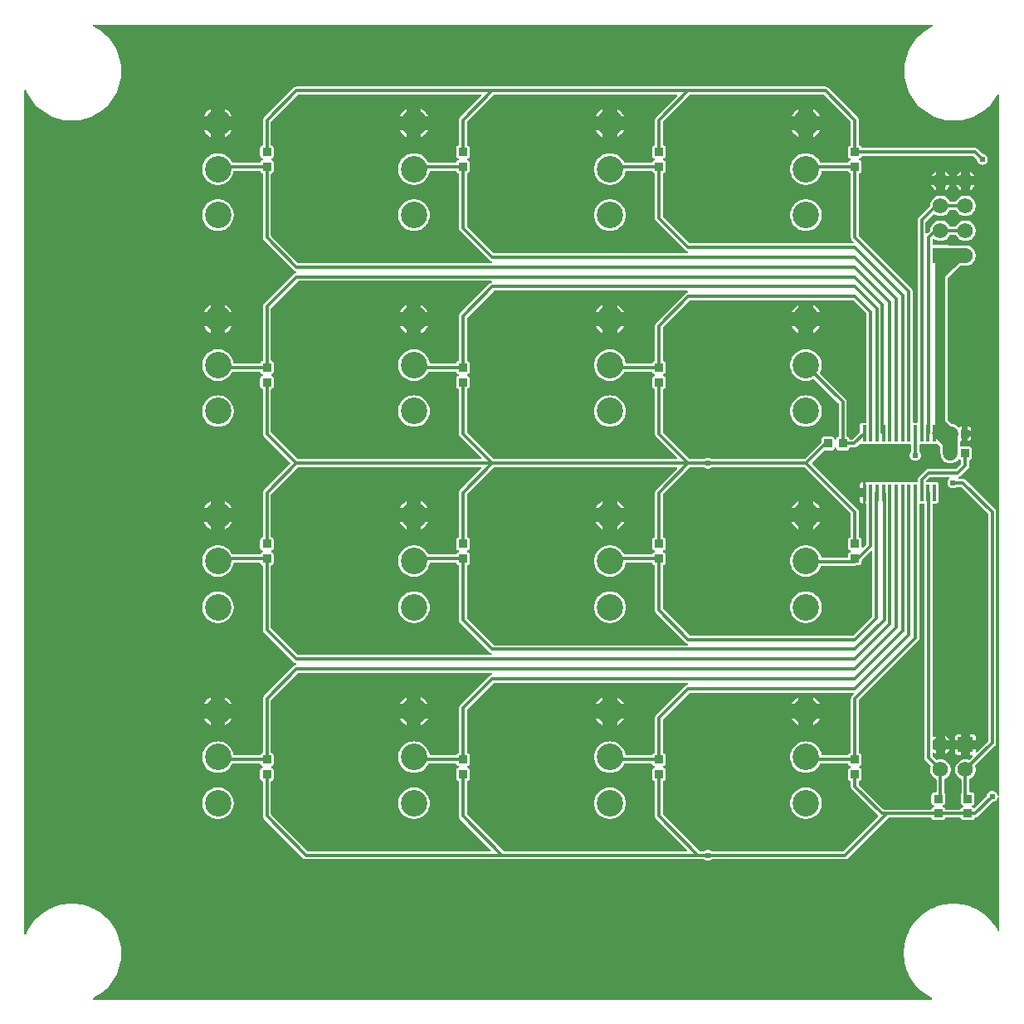
<source format=gbl>
G04 Layer: BottomLayer*
G04 EasyEDA v6.5.20, 2023-08-27 05:19:39*
G04 a67cddfb3fce44daa9051d46cbbcc19f,10*
G04 Gerber Generator version 0.2*
G04 Scale: 100 percent, Rotated: No, Reflected: No *
G04 Dimensions in millimeters *
G04 leading zeros omitted , absolute positions ,4 integer and 5 decimal *
%FSLAX45Y45*%
%MOMM*%

%AMMACRO1*21,1,$1,$2,0,0,$3*%
%ADD10C,1.0000*%
%ADD11C,0.5000*%
%ADD12C,0.3000*%
%ADD13C,1.5000*%
%ADD14MACRO1,0.8X0.9X0.0000*%
%ADD15R,0.8640X0.8065*%
%ADD16MACRO1,0.864X0.8065X0.0000*%
%ADD17MACRO1,0.864X0.8065X90.0000*%
%ADD18MACRO1,0.4X1.65X0.0000*%
%ADD19C,2.7000*%
%ADD20MACRO1,1.5748X1.5748X-90.0000*%
%ADD21C,1.5748*%
%ADD22MACRO1,1.5748X1.5748X90.0000*%
%ADD23C,0.6096*%
%ADD24C,0.6100*%
%ADD25C,0.0127*%

%LPD*%
G36*
X6821119Y7740903D02*
G01*
X6817258Y7741666D01*
X6813956Y7743850D01*
X6543852Y8013953D01*
X6541668Y8017256D01*
X6540906Y8021116D01*
X6540906Y8449157D01*
X6541770Y8453221D01*
X6544157Y8456625D01*
X6547764Y8458758D01*
X6554419Y8461044D01*
X6559296Y8464143D01*
X6563410Y8468207D01*
X6566458Y8473135D01*
X6568389Y8478570D01*
X6569100Y8484920D01*
X6569100Y8564422D01*
X6568389Y8570722D01*
X6566458Y8576208D01*
X6563410Y8581085D01*
X6559296Y8585200D01*
X6554419Y8588248D01*
X6548323Y8590381D01*
X6544767Y8592515D01*
X6542379Y8595918D01*
X6541516Y8599982D01*
X6542379Y8604046D01*
X6544767Y8607450D01*
X6548323Y8609584D01*
X6554419Y8611717D01*
X6559296Y8614765D01*
X6563410Y8618880D01*
X6566458Y8623757D01*
X6568389Y8629243D01*
X6569100Y8635542D01*
X6569100Y8715044D01*
X6568389Y8721394D01*
X6566458Y8726830D01*
X6563410Y8731758D01*
X6559296Y8735822D01*
X6554419Y8738870D01*
X6547662Y8741206D01*
X6544056Y8743340D01*
X6541617Y8746744D01*
X6540754Y8750808D01*
X6540754Y8978849D01*
X6541566Y8982710D01*
X6543751Y8986012D01*
X6813803Y9256064D01*
X6817106Y9258249D01*
X6820966Y9259062D01*
X8178749Y9259062D01*
X8182609Y9258300D01*
X8185912Y9256064D01*
X8456218Y8986012D01*
X8458403Y8982710D01*
X8459216Y8978798D01*
X8459216Y8750808D01*
X8458352Y8746744D01*
X8455914Y8743340D01*
X8452307Y8741206D01*
X8445550Y8738870D01*
X8440674Y8735822D01*
X8436559Y8731758D01*
X8433511Y8726830D01*
X8431580Y8721394D01*
X8430869Y8715044D01*
X8430869Y8635542D01*
X8431580Y8629243D01*
X8433511Y8623757D01*
X8436559Y8618880D01*
X8440674Y8614765D01*
X8445550Y8611717D01*
X8451646Y8609584D01*
X8455202Y8607450D01*
X8457590Y8604046D01*
X8458454Y8599982D01*
X8457590Y8595918D01*
X8455202Y8592515D01*
X8451646Y8590381D01*
X8445550Y8588248D01*
X8440674Y8585200D01*
X8436559Y8581085D01*
X8433511Y8576208D01*
X8432139Y8572347D01*
X8430006Y8568791D01*
X8426653Y8566404D01*
X8422589Y8565540D01*
X8153146Y8565540D01*
X8149386Y8566251D01*
X8146186Y8568334D01*
X8143951Y8571433D01*
X8142122Y8575344D01*
X8133130Y8590280D01*
X8122615Y8604148D01*
X8110626Y8616797D01*
X8097367Y8628075D01*
X8082940Y8637828D01*
X8067548Y8646007D01*
X8051342Y8652459D01*
X8034578Y8657132D01*
X8017357Y8659926D01*
X7999984Y8660892D01*
X7982610Y8659926D01*
X7965389Y8657132D01*
X7948625Y8652459D01*
X7932420Y8646007D01*
X7917027Y8637828D01*
X7902600Y8628075D01*
X7889341Y8616797D01*
X7877352Y8604148D01*
X7866837Y8590280D01*
X7857845Y8575344D01*
X7850530Y8559546D01*
X7844942Y8543036D01*
X7841234Y8526018D01*
X7839354Y8508695D01*
X7839354Y8491270D01*
X7841234Y8473948D01*
X7844942Y8456930D01*
X7850530Y8440420D01*
X7857845Y8424621D01*
X7866837Y8409686D01*
X7877352Y8395817D01*
X7889341Y8383168D01*
X7902600Y8371890D01*
X7917027Y8362137D01*
X7932420Y8353958D01*
X7948625Y8347506D01*
X7965389Y8342833D01*
X7982610Y8340039D01*
X7999984Y8339074D01*
X8017357Y8340039D01*
X8034578Y8342833D01*
X8051342Y8347506D01*
X8067548Y8353958D01*
X8082940Y8362137D01*
X8097367Y8371890D01*
X8110626Y8383168D01*
X8122615Y8395817D01*
X8133130Y8409686D01*
X8142122Y8424621D01*
X8149437Y8440420D01*
X8155025Y8456930D01*
X8158784Y8473948D01*
X8159902Y8478215D01*
X8162137Y8481161D01*
X8165287Y8483092D01*
X8168944Y8483752D01*
X8422589Y8483752D01*
X8426653Y8482888D01*
X8430006Y8480501D01*
X8432139Y8476945D01*
X8433511Y8473135D01*
X8436559Y8468207D01*
X8440674Y8464143D01*
X8445550Y8461095D01*
X8452307Y8458758D01*
X8455914Y8456625D01*
X8458352Y8453221D01*
X8459216Y8449157D01*
X8459216Y7800594D01*
X8460028Y7792110D01*
X8462365Y7784439D01*
X8466124Y7777378D01*
X8471509Y7770825D01*
X8484057Y7758277D01*
X8486292Y7754975D01*
X8487054Y7751064D01*
X8486292Y7747203D01*
X8484057Y7743901D01*
X8480755Y7741666D01*
X8476894Y7740903D01*
G37*

%LPC*%
G36*
X8073847Y8827312D02*
G01*
X8082940Y8832138D01*
X8097367Y8841892D01*
X8110626Y8853170D01*
X8122615Y8865819D01*
X8133130Y8879687D01*
X8142122Y8894622D01*
X8142833Y8896146D01*
X8073847Y8896146D01*
G37*
G36*
X7926120Y8827312D02*
G01*
X7926120Y8896146D01*
X7857134Y8896146D01*
X7857845Y8894622D01*
X7866837Y8879687D01*
X7877352Y8865819D01*
X7889341Y8853170D01*
X7902600Y8841892D01*
X7917027Y8832138D01*
G37*
G36*
X8073847Y9043822D02*
G01*
X8142833Y9043822D01*
X8142122Y9045346D01*
X8133130Y9060281D01*
X8122615Y9074150D01*
X8110626Y9086799D01*
X8097367Y9098076D01*
X8082940Y9107830D01*
X8073847Y9112656D01*
G37*
G36*
X7857134Y9043822D02*
G01*
X7926120Y9043822D01*
X7926120Y9112656D01*
X7917027Y9107830D01*
X7902600Y9098076D01*
X7889341Y9086799D01*
X7877352Y9074150D01*
X7866837Y9060281D01*
X7857845Y9045346D01*
G37*
G36*
X7999984Y7869072D02*
G01*
X8017357Y7870037D01*
X8034578Y7872831D01*
X8051342Y7877505D01*
X8067548Y7883956D01*
X8082940Y7892135D01*
X8097367Y7901889D01*
X8110626Y7913166D01*
X8122615Y7925816D01*
X8133130Y7939684D01*
X8142122Y7954619D01*
X8149437Y7970418D01*
X8155025Y7986928D01*
X8158734Y8003946D01*
X8160613Y8021269D01*
X8160613Y8038693D01*
X8158734Y8056016D01*
X8155025Y8073034D01*
X8149437Y8089544D01*
X8142122Y8105343D01*
X8133130Y8120278D01*
X8122615Y8134146D01*
X8110626Y8146796D01*
X8097367Y8158073D01*
X8082940Y8167827D01*
X8067548Y8176006D01*
X8051342Y8182457D01*
X8034578Y8187131D01*
X8017357Y8189925D01*
X7999984Y8190890D01*
X7982559Y8189925D01*
X7965389Y8187131D01*
X7948625Y8182457D01*
X7932420Y8176006D01*
X7917027Y8167827D01*
X7902600Y8158073D01*
X7889341Y8146796D01*
X7877352Y8134146D01*
X7866786Y8120278D01*
X7857845Y8105343D01*
X7850530Y8089544D01*
X7844942Y8073034D01*
X7841183Y8056016D01*
X7839303Y8038693D01*
X7839303Y8021269D01*
X7841183Y8003946D01*
X7844942Y7986928D01*
X7850530Y7970418D01*
X7857845Y7954619D01*
X7866786Y7939684D01*
X7877352Y7925816D01*
X7889341Y7913166D01*
X7902600Y7901889D01*
X7917027Y7892135D01*
X7932420Y7883956D01*
X7948625Y7877505D01*
X7965389Y7872831D01*
X7982559Y7870037D01*
G37*

%LPD*%
G36*
X4821123Y7640878D02*
G01*
X4817262Y7641640D01*
X4813960Y7643875D01*
X4543856Y7913928D01*
X4541672Y7917230D01*
X4540910Y7921142D01*
X4540910Y8449157D01*
X4541774Y8453221D01*
X4544161Y8456625D01*
X4547768Y8458758D01*
X4554423Y8461044D01*
X4559300Y8464143D01*
X4563414Y8468207D01*
X4566462Y8473135D01*
X4568393Y8478570D01*
X4569104Y8484920D01*
X4569104Y8564422D01*
X4568393Y8570722D01*
X4566462Y8576208D01*
X4563414Y8581085D01*
X4559300Y8585200D01*
X4554423Y8588248D01*
X4548327Y8590381D01*
X4544771Y8592515D01*
X4542383Y8595918D01*
X4541520Y8599982D01*
X4542383Y8604046D01*
X4544771Y8607450D01*
X4548327Y8609584D01*
X4554423Y8611717D01*
X4559300Y8614765D01*
X4563414Y8618880D01*
X4566462Y8623757D01*
X4568393Y8629243D01*
X4569104Y8635542D01*
X4569104Y8715044D01*
X4568393Y8721394D01*
X4566462Y8726830D01*
X4563414Y8731758D01*
X4559300Y8735822D01*
X4554423Y8738920D01*
X4547819Y8741206D01*
X4544263Y8743340D01*
X4541875Y8746744D01*
X4541012Y8750808D01*
X4541012Y8978849D01*
X4541824Y8982710D01*
X4544009Y8986012D01*
X4814062Y9256064D01*
X4817364Y9258249D01*
X4821224Y9259062D01*
X6676542Y9259062D01*
X6680453Y9258249D01*
X6683705Y9256064D01*
X6685940Y9252762D01*
X6686702Y9248902D01*
X6685940Y9244990D01*
X6683705Y9241688D01*
X6471310Y9029242D01*
X6465874Y9022689D01*
X6462115Y9015628D01*
X6459778Y9007957D01*
X6458966Y8999474D01*
X6458966Y8750808D01*
X6458102Y8746744D01*
X6455714Y8743340D01*
X6452158Y8741206D01*
X6445554Y8738920D01*
X6440678Y8735822D01*
X6436563Y8731758D01*
X6433515Y8726830D01*
X6431584Y8721394D01*
X6430873Y8715044D01*
X6430873Y8635542D01*
X6431584Y8629243D01*
X6433515Y8623757D01*
X6436563Y8618880D01*
X6440678Y8614765D01*
X6445554Y8611717D01*
X6451650Y8609584D01*
X6455206Y8607450D01*
X6457594Y8604046D01*
X6458458Y8599982D01*
X6457594Y8595918D01*
X6455206Y8592515D01*
X6451650Y8590381D01*
X6445554Y8588248D01*
X6440678Y8585200D01*
X6436563Y8581085D01*
X6433515Y8576208D01*
X6432143Y8572347D01*
X6430010Y8568791D01*
X6426657Y8566404D01*
X6422593Y8565540D01*
X6153150Y8565540D01*
X6149390Y8566251D01*
X6146190Y8568334D01*
X6143955Y8571433D01*
X6142126Y8575344D01*
X6133134Y8590280D01*
X6122619Y8604148D01*
X6110630Y8616797D01*
X6097371Y8628075D01*
X6082944Y8637828D01*
X6067552Y8646007D01*
X6051346Y8652459D01*
X6034582Y8657132D01*
X6017361Y8659926D01*
X5999988Y8660892D01*
X5982614Y8659926D01*
X5965393Y8657132D01*
X5948629Y8652459D01*
X5932424Y8646007D01*
X5917031Y8637828D01*
X5902604Y8628075D01*
X5889345Y8616797D01*
X5877356Y8604148D01*
X5866841Y8590280D01*
X5857849Y8575344D01*
X5850534Y8559546D01*
X5844946Y8543036D01*
X5841238Y8526018D01*
X5839358Y8508695D01*
X5839358Y8491270D01*
X5841238Y8473948D01*
X5844946Y8456930D01*
X5850534Y8440420D01*
X5857849Y8424621D01*
X5866841Y8409686D01*
X5877356Y8395817D01*
X5889345Y8383168D01*
X5902604Y8371890D01*
X5917031Y8362137D01*
X5932424Y8353958D01*
X5948629Y8347506D01*
X5965393Y8342833D01*
X5982614Y8340039D01*
X5999988Y8339074D01*
X6017361Y8340039D01*
X6034582Y8342833D01*
X6051346Y8347506D01*
X6067552Y8353958D01*
X6082944Y8362137D01*
X6097371Y8371890D01*
X6110630Y8383168D01*
X6122619Y8395817D01*
X6133134Y8409686D01*
X6142126Y8424621D01*
X6149441Y8440420D01*
X6155029Y8456930D01*
X6158788Y8473948D01*
X6159906Y8478215D01*
X6162141Y8481161D01*
X6165291Y8483092D01*
X6168948Y8483752D01*
X6422593Y8483752D01*
X6426657Y8482888D01*
X6430010Y8480501D01*
X6432143Y8476945D01*
X6433515Y8473135D01*
X6436563Y8468207D01*
X6440678Y8464143D01*
X6445554Y8461044D01*
X6452209Y8458758D01*
X6455816Y8456625D01*
X6458204Y8453221D01*
X6459067Y8449157D01*
X6459067Y8000492D01*
X6459931Y7992008D01*
X6462217Y7984337D01*
X6466027Y7977276D01*
X6471412Y7970723D01*
X6770725Y7671409D01*
X6777278Y7666024D01*
X6784340Y7662214D01*
X6789166Y7660792D01*
X6792772Y7658811D01*
X6795312Y7655610D01*
X6796379Y7651597D01*
X6795770Y7647584D01*
X6793585Y7644079D01*
X6790232Y7641742D01*
X6786219Y7640878D01*
G37*

%LPC*%
G36*
X5857138Y9043822D02*
G01*
X5926124Y9043822D01*
X5926124Y9112656D01*
X5917031Y9107830D01*
X5902604Y9098076D01*
X5889345Y9086799D01*
X5877356Y9074150D01*
X5866841Y9060281D01*
X5857849Y9045346D01*
G37*
G36*
X6073851Y8827312D02*
G01*
X6082944Y8832138D01*
X6097371Y8841892D01*
X6110630Y8853170D01*
X6122619Y8865819D01*
X6133134Y8879687D01*
X6142126Y8894622D01*
X6142837Y8896146D01*
X6073851Y8896146D01*
G37*
G36*
X5999988Y7869072D02*
G01*
X6017361Y7870037D01*
X6034582Y7872831D01*
X6051346Y7877505D01*
X6067552Y7883956D01*
X6082944Y7892135D01*
X6097371Y7901889D01*
X6110630Y7913166D01*
X6122619Y7925816D01*
X6133134Y7939684D01*
X6142126Y7954619D01*
X6149441Y7970418D01*
X6155029Y7986928D01*
X6158738Y8003946D01*
X6160617Y8021269D01*
X6160617Y8038693D01*
X6158738Y8056016D01*
X6155029Y8073034D01*
X6149441Y8089544D01*
X6142126Y8105343D01*
X6133134Y8120278D01*
X6122619Y8134146D01*
X6110630Y8146796D01*
X6097371Y8158073D01*
X6082944Y8167827D01*
X6067552Y8176006D01*
X6051346Y8182457D01*
X6034582Y8187131D01*
X6017361Y8189925D01*
X5999988Y8190890D01*
X5982563Y8189925D01*
X5965393Y8187131D01*
X5948629Y8182457D01*
X5932424Y8176006D01*
X5917031Y8167827D01*
X5902604Y8158073D01*
X5889345Y8146796D01*
X5877356Y8134146D01*
X5866790Y8120278D01*
X5857849Y8105343D01*
X5850534Y8089544D01*
X5844946Y8073034D01*
X5841187Y8056016D01*
X5839307Y8038693D01*
X5839307Y8021269D01*
X5841187Y8003946D01*
X5844946Y7986928D01*
X5850534Y7970418D01*
X5857849Y7954619D01*
X5866790Y7939684D01*
X5877356Y7925816D01*
X5889345Y7913166D01*
X5902604Y7901889D01*
X5917031Y7892135D01*
X5932424Y7883956D01*
X5948629Y7877505D01*
X5965393Y7872831D01*
X5982563Y7870037D01*
G37*
G36*
X5926124Y8827312D02*
G01*
X5926124Y8896146D01*
X5857138Y8896146D01*
X5857849Y8894622D01*
X5866841Y8879687D01*
X5877356Y8865819D01*
X5889345Y8853170D01*
X5902604Y8841892D01*
X5917031Y8832138D01*
G37*
G36*
X6073851Y9043822D02*
G01*
X6142837Y9043822D01*
X6142126Y9045346D01*
X6133134Y9060281D01*
X6122619Y9074150D01*
X6110630Y9086799D01*
X6097371Y9098076D01*
X6082944Y9107830D01*
X6073851Y9112656D01*
G37*

%LPD*%
G36*
X2821228Y7540752D02*
G01*
X2817368Y7541514D01*
X2814066Y7543749D01*
X2543759Y7814056D01*
X2541524Y7817358D01*
X2540762Y7821218D01*
X2540762Y8449157D01*
X2541625Y8453221D01*
X2544064Y8456625D01*
X2547670Y8458758D01*
X2554427Y8461095D01*
X2559304Y8464143D01*
X2563418Y8468207D01*
X2566466Y8473135D01*
X2568397Y8478570D01*
X2569108Y8484920D01*
X2569108Y8564422D01*
X2568397Y8570722D01*
X2566466Y8576208D01*
X2563418Y8581085D01*
X2559304Y8585200D01*
X2554427Y8588248D01*
X2548331Y8590381D01*
X2544775Y8592515D01*
X2542387Y8595918D01*
X2541524Y8599982D01*
X2542387Y8604046D01*
X2544775Y8607450D01*
X2548331Y8609584D01*
X2554427Y8611717D01*
X2559304Y8614765D01*
X2563418Y8618880D01*
X2566466Y8623757D01*
X2568397Y8629243D01*
X2569108Y8635542D01*
X2569108Y8715044D01*
X2568397Y8721394D01*
X2566466Y8726830D01*
X2563418Y8731758D01*
X2559304Y8735822D01*
X2554427Y8738870D01*
X2547670Y8741206D01*
X2544064Y8743340D01*
X2541625Y8746744D01*
X2540762Y8750808D01*
X2540762Y8978798D01*
X2541574Y8982710D01*
X2543759Y8986012D01*
X2814066Y9256064D01*
X2817368Y9258300D01*
X2821228Y9259062D01*
X4676800Y9259062D01*
X4680712Y9258249D01*
X4683963Y9256064D01*
X4686198Y9252762D01*
X4686960Y9248902D01*
X4686198Y9244990D01*
X4683963Y9241688D01*
X4471568Y9029242D01*
X4466132Y9022689D01*
X4462373Y9015628D01*
X4460036Y9007957D01*
X4459224Y8999474D01*
X4459224Y8750808D01*
X4458360Y8746744D01*
X4455922Y8743340D01*
X4452315Y8741206D01*
X4445558Y8738870D01*
X4440682Y8735822D01*
X4436567Y8731758D01*
X4433519Y8726830D01*
X4431588Y8721394D01*
X4430877Y8715044D01*
X4430877Y8635542D01*
X4431588Y8629243D01*
X4433519Y8623757D01*
X4436567Y8618880D01*
X4440682Y8614765D01*
X4445558Y8611717D01*
X4451654Y8609584D01*
X4455210Y8607450D01*
X4457598Y8604046D01*
X4458462Y8599982D01*
X4457598Y8595918D01*
X4455210Y8592515D01*
X4451654Y8590381D01*
X4445558Y8588248D01*
X4440682Y8585200D01*
X4436567Y8581085D01*
X4433519Y8576208D01*
X4432147Y8572347D01*
X4430014Y8568791D01*
X4426661Y8566404D01*
X4422597Y8565540D01*
X4153154Y8565540D01*
X4149394Y8566251D01*
X4146194Y8568334D01*
X4143959Y8571433D01*
X4142130Y8575344D01*
X4133189Y8590280D01*
X4122623Y8604148D01*
X4110634Y8616797D01*
X4097375Y8628075D01*
X4082948Y8637828D01*
X4067556Y8646007D01*
X4051350Y8652459D01*
X4034586Y8657132D01*
X4017416Y8659926D01*
X3999992Y8660892D01*
X3982618Y8659926D01*
X3965397Y8657132D01*
X3948633Y8652459D01*
X3932428Y8646007D01*
X3917035Y8637828D01*
X3902608Y8628075D01*
X3889349Y8616797D01*
X3877360Y8604148D01*
X3866845Y8590280D01*
X3857853Y8575344D01*
X3850538Y8559546D01*
X3844950Y8543036D01*
X3841242Y8526018D01*
X3839362Y8508695D01*
X3839362Y8491270D01*
X3841242Y8473948D01*
X3844950Y8456930D01*
X3850538Y8440420D01*
X3857853Y8424621D01*
X3866845Y8409686D01*
X3877360Y8395817D01*
X3889349Y8383168D01*
X3902608Y8371890D01*
X3917035Y8362137D01*
X3932428Y8353958D01*
X3948633Y8347506D01*
X3965397Y8342833D01*
X3982618Y8340039D01*
X3999992Y8339074D01*
X4017416Y8340039D01*
X4034586Y8342833D01*
X4051350Y8347506D01*
X4067556Y8353958D01*
X4082948Y8362137D01*
X4097375Y8371890D01*
X4110634Y8383168D01*
X4122623Y8395817D01*
X4133189Y8409686D01*
X4142130Y8424621D01*
X4149445Y8440420D01*
X4155033Y8456930D01*
X4158792Y8473948D01*
X4159910Y8478215D01*
X4162145Y8481161D01*
X4165295Y8483092D01*
X4168952Y8483752D01*
X4422597Y8483752D01*
X4426661Y8482888D01*
X4430014Y8480501D01*
X4432147Y8476945D01*
X4433519Y8473135D01*
X4436567Y8468207D01*
X4440682Y8464143D01*
X4445558Y8461044D01*
X4452213Y8458758D01*
X4455820Y8456625D01*
X4458208Y8453221D01*
X4459071Y8449157D01*
X4459071Y7900466D01*
X4459935Y7892034D01*
X4462221Y7884363D01*
X4466031Y7877302D01*
X4471416Y7870698D01*
X4770729Y7571435D01*
X4777282Y7565999D01*
X4784344Y7562240D01*
X4789576Y7560665D01*
X4793183Y7558684D01*
X4795723Y7555484D01*
X4796790Y7551470D01*
X4796180Y7547457D01*
X4794046Y7543952D01*
X4790643Y7541615D01*
X4786630Y7540752D01*
G37*

%LPC*%
G36*
X3926128Y8827312D02*
G01*
X3926128Y8896146D01*
X3857142Y8896146D01*
X3857853Y8894622D01*
X3866845Y8879687D01*
X3877360Y8865819D01*
X3889349Y8853170D01*
X3902608Y8841892D01*
X3917035Y8832138D01*
G37*
G36*
X3857142Y9043822D02*
G01*
X3926128Y9043822D01*
X3926128Y9112656D01*
X3917035Y9107830D01*
X3902608Y9098076D01*
X3889349Y9086799D01*
X3877360Y9074150D01*
X3866845Y9060281D01*
X3857853Y9045346D01*
G37*
G36*
X4073855Y9043822D02*
G01*
X4142841Y9043822D01*
X4142130Y9045346D01*
X4133138Y9060281D01*
X4122623Y9074150D01*
X4110634Y9086799D01*
X4097375Y9098076D01*
X4082948Y9107830D01*
X4073855Y9112656D01*
G37*
G36*
X4073855Y8827312D02*
G01*
X4082948Y8832138D01*
X4097375Y8841892D01*
X4110634Y8853170D01*
X4122623Y8865819D01*
X4133138Y8879687D01*
X4142130Y8894622D01*
X4142841Y8896146D01*
X4073855Y8896146D01*
G37*
G36*
X3999992Y7869072D02*
G01*
X4017365Y7870037D01*
X4034586Y7872831D01*
X4051350Y7877505D01*
X4067556Y7883956D01*
X4082948Y7892135D01*
X4097375Y7901889D01*
X4110634Y7913166D01*
X4122623Y7925816D01*
X4133138Y7939684D01*
X4142130Y7954619D01*
X4149445Y7970418D01*
X4155033Y7986928D01*
X4158742Y8003946D01*
X4160672Y8021269D01*
X4160672Y8038693D01*
X4158742Y8056016D01*
X4155033Y8073034D01*
X4149445Y8089544D01*
X4142130Y8105343D01*
X4133138Y8120278D01*
X4122623Y8134146D01*
X4110634Y8146796D01*
X4097375Y8158073D01*
X4082948Y8167827D01*
X4067556Y8176006D01*
X4051350Y8182457D01*
X4034586Y8187080D01*
X4017365Y8189925D01*
X3999992Y8190890D01*
X3982618Y8189925D01*
X3965397Y8187080D01*
X3948633Y8182457D01*
X3932428Y8176006D01*
X3917035Y8167827D01*
X3902608Y8158073D01*
X3889349Y8146796D01*
X3877360Y8134146D01*
X3866845Y8120278D01*
X3857853Y8105343D01*
X3850538Y8089544D01*
X3844950Y8073034D01*
X3841242Y8056016D01*
X3839311Y8038693D01*
X3839311Y8021269D01*
X3841242Y8003946D01*
X3844950Y7986928D01*
X3850538Y7970418D01*
X3857853Y7954619D01*
X3866845Y7939684D01*
X3877360Y7925816D01*
X3889349Y7913166D01*
X3902608Y7901889D01*
X3917035Y7892135D01*
X3932428Y7883956D01*
X3948633Y7877505D01*
X3965397Y7872831D01*
X3982618Y7870037D01*
G37*

%LPD*%
G36*
X4821123Y5540908D02*
G01*
X4817262Y5541670D01*
X4813960Y5543854D01*
X4544009Y5814060D01*
X4541774Y5817362D01*
X4541012Y5821222D01*
X4541012Y6249162D01*
X4541875Y6253226D01*
X4544263Y6256629D01*
X4547819Y6258763D01*
X4554423Y6261049D01*
X4559300Y6264148D01*
X4563414Y6268212D01*
X4566462Y6273139D01*
X4568393Y6278575D01*
X4569104Y6284925D01*
X4569104Y6364427D01*
X4568393Y6370726D01*
X4566462Y6376212D01*
X4563414Y6381089D01*
X4559300Y6385204D01*
X4554423Y6388252D01*
X4548327Y6390386D01*
X4544771Y6392519D01*
X4542383Y6395923D01*
X4541520Y6399987D01*
X4542383Y6404051D01*
X4544771Y6407454D01*
X4548327Y6409588D01*
X4554423Y6411722D01*
X4559300Y6414770D01*
X4563414Y6418884D01*
X4566462Y6423761D01*
X4568393Y6429248D01*
X4569104Y6435547D01*
X4569104Y6515049D01*
X4568393Y6521399D01*
X4566462Y6526834D01*
X4563414Y6531762D01*
X4559300Y6535826D01*
X4554423Y6538925D01*
X4547819Y6541211D01*
X4544263Y6543344D01*
X4541875Y6546748D01*
X4541012Y6550812D01*
X4541012Y6978853D01*
X4541824Y6982714D01*
X4544009Y6986016D01*
X4814062Y7256068D01*
X4817364Y7258253D01*
X4821224Y7259066D01*
X6786575Y7259066D01*
X6790588Y7258202D01*
X6793941Y7255865D01*
X6796125Y7252360D01*
X6796735Y7248296D01*
X6795668Y7244334D01*
X6793128Y7241133D01*
X6789521Y7239152D01*
X6784492Y7237628D01*
X6777380Y7233869D01*
X6770827Y7228484D01*
X6471310Y6929221D01*
X6465874Y6922617D01*
X6462115Y6915556D01*
X6459778Y6907885D01*
X6458966Y6899452D01*
X6458966Y6550812D01*
X6458102Y6546748D01*
X6455714Y6543344D01*
X6452158Y6541211D01*
X6445554Y6538925D01*
X6440678Y6535826D01*
X6436563Y6531762D01*
X6433515Y6526834D01*
X6432143Y6523024D01*
X6430010Y6519468D01*
X6426657Y6517081D01*
X6422593Y6516217D01*
X6168948Y6516217D01*
X6165291Y6516878D01*
X6162141Y6518808D01*
X6159906Y6521754D01*
X6158788Y6526022D01*
X6155029Y6543040D01*
X6149441Y6559550D01*
X6142126Y6575348D01*
X6133134Y6590284D01*
X6122619Y6604152D01*
X6110630Y6616801D01*
X6097371Y6628079D01*
X6082944Y6637832D01*
X6067552Y6646011D01*
X6051346Y6652463D01*
X6034582Y6657136D01*
X6017361Y6659930D01*
X5999988Y6660896D01*
X5982614Y6659930D01*
X5965393Y6657136D01*
X5948629Y6652463D01*
X5932424Y6646011D01*
X5917031Y6637832D01*
X5902604Y6628079D01*
X5889345Y6616801D01*
X5877356Y6604152D01*
X5866841Y6590284D01*
X5857849Y6575348D01*
X5850534Y6559550D01*
X5844946Y6543040D01*
X5841238Y6526022D01*
X5839358Y6508699D01*
X5839358Y6491274D01*
X5841238Y6473952D01*
X5844946Y6456934D01*
X5850534Y6440424D01*
X5857849Y6424625D01*
X5866841Y6409690D01*
X5877356Y6395821D01*
X5889345Y6383172D01*
X5902604Y6371894D01*
X5917031Y6362141D01*
X5932424Y6353962D01*
X5948629Y6347510D01*
X5965393Y6342837D01*
X5982614Y6340043D01*
X5999988Y6339078D01*
X6017361Y6340043D01*
X6034582Y6342837D01*
X6051346Y6347510D01*
X6067552Y6353962D01*
X6082944Y6362141D01*
X6097371Y6371894D01*
X6110630Y6383172D01*
X6122619Y6395821D01*
X6133134Y6409690D01*
X6142126Y6424625D01*
X6143955Y6428536D01*
X6146190Y6431635D01*
X6149390Y6433718D01*
X6153150Y6434429D01*
X6422593Y6434429D01*
X6426657Y6433566D01*
X6430010Y6431178D01*
X6432143Y6427622D01*
X6433515Y6423761D01*
X6436563Y6418884D01*
X6440678Y6414770D01*
X6445554Y6411722D01*
X6451650Y6409588D01*
X6455206Y6407454D01*
X6457594Y6404051D01*
X6458458Y6399987D01*
X6457594Y6395923D01*
X6455206Y6392519D01*
X6451650Y6390386D01*
X6445554Y6388252D01*
X6440678Y6385204D01*
X6436563Y6381089D01*
X6433515Y6376212D01*
X6431584Y6370726D01*
X6430873Y6364427D01*
X6430873Y6284925D01*
X6431584Y6278575D01*
X6433515Y6273139D01*
X6436563Y6268212D01*
X6440678Y6264148D01*
X6445554Y6261049D01*
X6452158Y6258763D01*
X6455714Y6256629D01*
X6458102Y6253226D01*
X6458966Y6249162D01*
X6458966Y5800598D01*
X6459778Y5792114D01*
X6462115Y5784443D01*
X6465874Y5777382D01*
X6471310Y5770829D01*
X6683857Y5558231D01*
X6686042Y5554929D01*
X6686854Y5551068D01*
X6686042Y5547156D01*
X6683857Y5543854D01*
X6680555Y5541670D01*
X6676694Y5540908D01*
G37*

%LPC*%
G36*
X5926124Y6827316D02*
G01*
X5926124Y6896150D01*
X5857138Y6896150D01*
X5857849Y6894626D01*
X5866841Y6879691D01*
X5877356Y6865823D01*
X5889345Y6853174D01*
X5902604Y6841896D01*
X5917031Y6832142D01*
G37*
G36*
X6073851Y6827316D02*
G01*
X6082944Y6832142D01*
X6097371Y6841896D01*
X6110630Y6853174D01*
X6122619Y6865823D01*
X6133134Y6879691D01*
X6142126Y6894626D01*
X6142837Y6896150D01*
X6073851Y6896150D01*
G37*
G36*
X6073851Y7043826D02*
G01*
X6142837Y7043826D01*
X6142126Y7045350D01*
X6133134Y7060285D01*
X6122619Y7074153D01*
X6110630Y7086803D01*
X6097371Y7098080D01*
X6082944Y7107834D01*
X6073851Y7112660D01*
G37*
G36*
X5857138Y7043826D02*
G01*
X5926124Y7043826D01*
X5926124Y7112660D01*
X5917031Y7107834D01*
X5902604Y7098080D01*
X5889345Y7086803D01*
X5877356Y7074153D01*
X5866841Y7060285D01*
X5857849Y7045350D01*
G37*
G36*
X5999988Y5869076D02*
G01*
X6017361Y5870041D01*
X6034582Y5872835D01*
X6051346Y5877509D01*
X6067552Y5883960D01*
X6082944Y5892139D01*
X6097371Y5901893D01*
X6110630Y5913170D01*
X6122619Y5925820D01*
X6133134Y5939688D01*
X6142126Y5954623D01*
X6149441Y5970422D01*
X6155029Y5986932D01*
X6158738Y6003950D01*
X6160617Y6021273D01*
X6160617Y6038697D01*
X6158738Y6056020D01*
X6155029Y6073038D01*
X6149441Y6089548D01*
X6142126Y6105347D01*
X6133134Y6120282D01*
X6122619Y6134150D01*
X6110630Y6146800D01*
X6097371Y6158077D01*
X6082944Y6167831D01*
X6067552Y6176010D01*
X6051346Y6182461D01*
X6034582Y6187135D01*
X6017361Y6189929D01*
X5999988Y6190894D01*
X5982563Y6189929D01*
X5965393Y6187135D01*
X5948629Y6182461D01*
X5932424Y6176010D01*
X5917031Y6167831D01*
X5902604Y6158077D01*
X5889345Y6146800D01*
X5877356Y6134150D01*
X5866790Y6120282D01*
X5857849Y6105347D01*
X5850534Y6089548D01*
X5844946Y6073038D01*
X5841187Y6056020D01*
X5839307Y6038697D01*
X5839307Y6021273D01*
X5841187Y6003950D01*
X5844946Y5986932D01*
X5850534Y5970422D01*
X5857849Y5954623D01*
X5866790Y5939688D01*
X5877356Y5925820D01*
X5889345Y5913170D01*
X5902604Y5901893D01*
X5917031Y5892139D01*
X5932424Y5883960D01*
X5948629Y5877509D01*
X5965393Y5872835D01*
X5982563Y5870041D01*
G37*

%LPD*%
G36*
X7978800Y5540756D02*
G01*
X7042658Y5540908D01*
X7039559Y5541365D01*
X7036816Y5542737D01*
X7028180Y5548782D01*
X7019239Y5552948D01*
X7009790Y5555488D01*
X6999986Y5556351D01*
X6990181Y5555488D01*
X6980732Y5552948D01*
X6971792Y5548782D01*
X6963156Y5542737D01*
X6960412Y5541365D01*
X6957314Y5540908D01*
X6821119Y5540908D01*
X6817207Y5541670D01*
X6813905Y5543854D01*
X6543751Y5814060D01*
X6541566Y5817362D01*
X6540754Y5821222D01*
X6540754Y6249162D01*
X6541617Y6253226D01*
X6544056Y6256629D01*
X6547662Y6258763D01*
X6554419Y6261100D01*
X6559296Y6264148D01*
X6563410Y6268212D01*
X6566458Y6273139D01*
X6568389Y6278575D01*
X6569100Y6284925D01*
X6569100Y6364427D01*
X6568389Y6370726D01*
X6566458Y6376212D01*
X6563410Y6381089D01*
X6559296Y6385204D01*
X6554419Y6388252D01*
X6548323Y6390386D01*
X6544767Y6392519D01*
X6542379Y6395923D01*
X6541516Y6399987D01*
X6542379Y6404051D01*
X6544767Y6407454D01*
X6548323Y6409588D01*
X6554419Y6411722D01*
X6559296Y6414770D01*
X6563410Y6418884D01*
X6566458Y6423761D01*
X6568389Y6429248D01*
X6569100Y6435547D01*
X6569100Y6515049D01*
X6568389Y6521399D01*
X6566458Y6526834D01*
X6563410Y6531762D01*
X6559296Y6535826D01*
X6554419Y6538874D01*
X6547662Y6541211D01*
X6544056Y6543344D01*
X6541617Y6546748D01*
X6540754Y6550812D01*
X6540754Y6878726D01*
X6541566Y6882638D01*
X6543751Y6885940D01*
X6814058Y7155992D01*
X6817359Y7158228D01*
X6821220Y7158990D01*
X8478977Y7158990D01*
X8482838Y7158177D01*
X8486140Y7155992D01*
X8615984Y7026148D01*
X8618220Y7022846D01*
X8618982Y7018985D01*
X8619642Y5920841D01*
X8618880Y5916930D01*
X8616696Y5913628D01*
X8613394Y5911443D01*
X8609482Y5910630D01*
X8576208Y5910630D01*
X8569909Y5909919D01*
X8564422Y5908040D01*
X8559546Y5904941D01*
X8555431Y5900877D01*
X8552383Y5895949D01*
X8550452Y5890514D01*
X8549741Y5884164D01*
X8549741Y5818378D01*
X8548979Y5814517D01*
X8546744Y5811215D01*
X8479434Y5743854D01*
X8476132Y5741670D01*
X8472271Y5740908D01*
X8450834Y5740908D01*
X8446719Y5741771D01*
X8443366Y5744159D01*
X8441232Y5747766D01*
X8438896Y5754420D01*
X8435848Y5759297D01*
X8431733Y5763412D01*
X8426856Y5766460D01*
X8423046Y5767832D01*
X8419490Y5769965D01*
X8417052Y5773318D01*
X8416239Y5777382D01*
X8416239Y6124143D01*
X8415375Y6132626D01*
X8413089Y6140297D01*
X8409279Y6147358D01*
X8403894Y6153912D01*
X8144306Y6413500D01*
X8142071Y6416903D01*
X8141360Y6420967D01*
X8142274Y6424930D01*
X8149437Y6440424D01*
X8155025Y6456934D01*
X8158784Y6473952D01*
X8160664Y6491274D01*
X8160664Y6508699D01*
X8158784Y6526022D01*
X8155025Y6543040D01*
X8149437Y6559550D01*
X8142122Y6575348D01*
X8133130Y6590284D01*
X8122615Y6604152D01*
X8110626Y6616801D01*
X8097367Y6628079D01*
X8082940Y6637832D01*
X8067548Y6646011D01*
X8051342Y6652463D01*
X8034578Y6657136D01*
X8017357Y6659930D01*
X7999984Y6660896D01*
X7982610Y6659930D01*
X7965389Y6657136D01*
X7948625Y6652463D01*
X7932420Y6646011D01*
X7917027Y6637832D01*
X7902600Y6628079D01*
X7889341Y6616801D01*
X7877352Y6604152D01*
X7866837Y6590284D01*
X7857845Y6575348D01*
X7850530Y6559550D01*
X7844942Y6543040D01*
X7841234Y6526022D01*
X7839354Y6508699D01*
X7839354Y6491274D01*
X7841234Y6473952D01*
X7844942Y6456934D01*
X7850530Y6440424D01*
X7857845Y6424625D01*
X7866837Y6409690D01*
X7877352Y6395821D01*
X7889341Y6383172D01*
X7902600Y6371894D01*
X7917027Y6362141D01*
X7932420Y6353962D01*
X7948625Y6347510D01*
X7965389Y6342837D01*
X7982610Y6340043D01*
X7999984Y6339078D01*
X8017357Y6340043D01*
X8034578Y6342837D01*
X8051342Y6347510D01*
X8067548Y6353962D01*
X8074355Y6357569D01*
X8078520Y6358737D01*
X8082737Y6358128D01*
X8086344Y6355791D01*
X8331453Y6110681D01*
X8333638Y6107379D01*
X8334400Y6103518D01*
X8334400Y5777382D01*
X8333587Y5773318D01*
X8331149Y5769965D01*
X8327593Y5767832D01*
X8323783Y5766460D01*
X8318855Y5763412D01*
X8314791Y5759297D01*
X8311692Y5754420D01*
X8309559Y5748324D01*
X8307425Y5744768D01*
X8304022Y5742381D01*
X8300008Y5741517D01*
X8295944Y5742381D01*
X8292541Y5744768D01*
X8290407Y5748324D01*
X8288274Y5754420D01*
X8285175Y5759297D01*
X8281111Y5763412D01*
X8276183Y5766460D01*
X8270748Y5768390D01*
X8264398Y5769102D01*
X8184896Y5769102D01*
X8178596Y5768390D01*
X8173110Y5766460D01*
X8168233Y5763412D01*
X8164118Y5759297D01*
X8161070Y5754420D01*
X8159140Y5748934D01*
X8158429Y5742635D01*
X8158429Y5720588D01*
X8157667Y5716727D01*
X8155431Y5713425D01*
X7986014Y5543753D01*
X7982712Y5541568D01*
G37*

%LPC*%
G36*
X8073847Y7043826D02*
G01*
X8142833Y7043826D01*
X8142122Y7045350D01*
X8133130Y7060285D01*
X8122615Y7074153D01*
X8110626Y7086803D01*
X8097367Y7098080D01*
X8082940Y7107834D01*
X8073847Y7112660D01*
G37*
G36*
X7857134Y7043826D02*
G01*
X7926120Y7043826D01*
X7926120Y7112660D01*
X7917027Y7107834D01*
X7902600Y7098080D01*
X7889341Y7086803D01*
X7877352Y7074153D01*
X7866837Y7060285D01*
X7857845Y7045350D01*
G37*
G36*
X7999984Y5869076D02*
G01*
X8017357Y5870041D01*
X8034578Y5872835D01*
X8051342Y5877509D01*
X8067548Y5883960D01*
X8082940Y5892139D01*
X8097367Y5901893D01*
X8110626Y5913170D01*
X8122615Y5925820D01*
X8133130Y5939688D01*
X8142122Y5954623D01*
X8149437Y5970422D01*
X8155025Y5986932D01*
X8158734Y6003950D01*
X8160613Y6021273D01*
X8160613Y6038697D01*
X8158734Y6056020D01*
X8155025Y6073038D01*
X8149437Y6089548D01*
X8142122Y6105347D01*
X8133130Y6120282D01*
X8122615Y6134150D01*
X8110626Y6146800D01*
X8097367Y6158077D01*
X8082940Y6167831D01*
X8067548Y6176010D01*
X8051342Y6182461D01*
X8034578Y6187135D01*
X8017357Y6189929D01*
X7999984Y6190894D01*
X7982559Y6189929D01*
X7965389Y6187135D01*
X7948625Y6182461D01*
X7932420Y6176010D01*
X7917027Y6167831D01*
X7902600Y6158077D01*
X7889341Y6146800D01*
X7877352Y6134150D01*
X7866786Y6120282D01*
X7857845Y6105347D01*
X7850530Y6089548D01*
X7844942Y6073038D01*
X7841183Y6056020D01*
X7839303Y6038697D01*
X7839303Y6021273D01*
X7841183Y6003950D01*
X7844942Y5986932D01*
X7850530Y5970422D01*
X7857845Y5954623D01*
X7866786Y5939688D01*
X7877352Y5925820D01*
X7889341Y5913170D01*
X7902600Y5901893D01*
X7917027Y5892139D01*
X7932420Y5883960D01*
X7948625Y5877509D01*
X7965389Y5872835D01*
X7982559Y5870041D01*
G37*
G36*
X8073847Y6827316D02*
G01*
X8082940Y6832142D01*
X8097367Y6841896D01*
X8110626Y6853174D01*
X8122615Y6865823D01*
X8133130Y6879691D01*
X8142122Y6894626D01*
X8142833Y6896150D01*
X8073847Y6896150D01*
G37*
G36*
X7926120Y6827316D02*
G01*
X7926120Y6896150D01*
X7857134Y6896150D01*
X7857845Y6894626D01*
X7866837Y6879691D01*
X7877352Y6865823D01*
X7889341Y6853174D01*
X7902600Y6841896D01*
X7917027Y6832142D01*
G37*

%LPD*%
G36*
X2821228Y5540756D02*
G01*
X2817368Y5541518D01*
X2814066Y5543753D01*
X2543759Y5814060D01*
X2541524Y5817362D01*
X2540762Y5821222D01*
X2540762Y6249162D01*
X2541625Y6253226D01*
X2544064Y6256629D01*
X2547670Y6258763D01*
X2554427Y6261100D01*
X2559304Y6264148D01*
X2563418Y6268212D01*
X2566466Y6273139D01*
X2568397Y6278575D01*
X2569108Y6284925D01*
X2569108Y6364427D01*
X2568397Y6370726D01*
X2566466Y6376212D01*
X2563418Y6381089D01*
X2559304Y6385204D01*
X2554427Y6388252D01*
X2548331Y6390386D01*
X2544775Y6392519D01*
X2542387Y6395923D01*
X2541524Y6399987D01*
X2542387Y6404051D01*
X2544775Y6407454D01*
X2548331Y6409588D01*
X2554427Y6411722D01*
X2559304Y6414770D01*
X2563418Y6418884D01*
X2566466Y6423761D01*
X2568397Y6429248D01*
X2569108Y6435547D01*
X2569108Y6515049D01*
X2568397Y6521399D01*
X2566466Y6526834D01*
X2563418Y6531762D01*
X2559304Y6535826D01*
X2554427Y6538874D01*
X2547670Y6541211D01*
X2544064Y6543344D01*
X2541625Y6546748D01*
X2540762Y6550812D01*
X2540762Y7078878D01*
X2541574Y7082790D01*
X2543759Y7086092D01*
X2814066Y7356144D01*
X2817368Y7358380D01*
X2821228Y7359142D01*
X4786579Y7359142D01*
X4790592Y7358278D01*
X4793945Y7355941D01*
X4796129Y7352436D01*
X4796739Y7348423D01*
X4795672Y7344409D01*
X4793132Y7341209D01*
X4789525Y7339228D01*
X4784445Y7337704D01*
X4777384Y7333945D01*
X4770831Y7328509D01*
X4471568Y7029246D01*
X4466132Y7022693D01*
X4462373Y7015632D01*
X4460036Y7007961D01*
X4459224Y6999478D01*
X4459224Y6550812D01*
X4458360Y6546748D01*
X4455922Y6543344D01*
X4452315Y6541211D01*
X4445558Y6538874D01*
X4440682Y6535826D01*
X4436567Y6531762D01*
X4433519Y6526834D01*
X4432147Y6523024D01*
X4430014Y6519468D01*
X4426661Y6517081D01*
X4422597Y6516217D01*
X4168952Y6516217D01*
X4165295Y6516878D01*
X4162145Y6518808D01*
X4159910Y6521754D01*
X4158792Y6526022D01*
X4155033Y6543040D01*
X4149445Y6559550D01*
X4142130Y6575348D01*
X4133138Y6590284D01*
X4122623Y6604152D01*
X4110634Y6616801D01*
X4097375Y6628079D01*
X4082948Y6637832D01*
X4067556Y6646011D01*
X4051350Y6652463D01*
X4034586Y6657136D01*
X4017365Y6659930D01*
X3999992Y6660896D01*
X3982618Y6659930D01*
X3965397Y6657136D01*
X3948633Y6652463D01*
X3932428Y6646011D01*
X3917035Y6637832D01*
X3902608Y6628079D01*
X3889349Y6616801D01*
X3877360Y6604152D01*
X3866845Y6590284D01*
X3857853Y6575348D01*
X3850538Y6559550D01*
X3844950Y6543040D01*
X3841242Y6526022D01*
X3839362Y6508699D01*
X3839362Y6491274D01*
X3841242Y6473952D01*
X3844950Y6456934D01*
X3850538Y6440424D01*
X3857853Y6424625D01*
X3866845Y6409690D01*
X3877360Y6395821D01*
X3889349Y6383172D01*
X3902608Y6371894D01*
X3917035Y6362141D01*
X3932428Y6353962D01*
X3948633Y6347510D01*
X3965397Y6342837D01*
X3982618Y6340043D01*
X3999992Y6339078D01*
X4017365Y6340043D01*
X4034586Y6342837D01*
X4051350Y6347510D01*
X4067556Y6353962D01*
X4082948Y6362141D01*
X4097375Y6371894D01*
X4110634Y6383172D01*
X4122623Y6395821D01*
X4133138Y6409690D01*
X4142130Y6424625D01*
X4143959Y6428536D01*
X4146194Y6431635D01*
X4149394Y6433718D01*
X4153154Y6434429D01*
X4422597Y6434429D01*
X4426661Y6433566D01*
X4430014Y6431178D01*
X4432147Y6427622D01*
X4433519Y6423761D01*
X4436567Y6418884D01*
X4440682Y6414770D01*
X4445558Y6411722D01*
X4451654Y6409588D01*
X4455210Y6407454D01*
X4457598Y6404051D01*
X4458462Y6399987D01*
X4457598Y6395923D01*
X4455210Y6392519D01*
X4451654Y6390386D01*
X4445558Y6388252D01*
X4440682Y6385204D01*
X4436567Y6381089D01*
X4433519Y6376212D01*
X4431588Y6370726D01*
X4430877Y6364427D01*
X4430877Y6284925D01*
X4431588Y6278575D01*
X4433519Y6273139D01*
X4436567Y6268212D01*
X4440682Y6264148D01*
X4445558Y6261100D01*
X4452315Y6258763D01*
X4455922Y6256629D01*
X4458360Y6253226D01*
X4459224Y6249162D01*
X4459224Y5800598D01*
X4460036Y5792114D01*
X4462373Y5784494D01*
X4466132Y5777382D01*
X4471517Y5770829D01*
X4683912Y5558231D01*
X4686147Y5554929D01*
X4686909Y5551068D01*
X4686147Y5547156D01*
X4683912Y5543854D01*
X4680661Y5541670D01*
X4676749Y5540908D01*
X3000502Y5540908D01*
X2998724Y5540756D01*
G37*

%LPC*%
G36*
X3857142Y7043826D02*
G01*
X3926128Y7043826D01*
X3926128Y7112660D01*
X3917035Y7107834D01*
X3902608Y7098080D01*
X3889349Y7086803D01*
X3877360Y7074153D01*
X3866845Y7060285D01*
X3857853Y7045350D01*
G37*
G36*
X4073855Y6827316D02*
G01*
X4082948Y6832142D01*
X4097375Y6841896D01*
X4110634Y6853174D01*
X4122623Y6865823D01*
X4133138Y6879691D01*
X4142130Y6894626D01*
X4142841Y6896150D01*
X4073855Y6896150D01*
G37*
G36*
X3926128Y6827316D02*
G01*
X3926128Y6896150D01*
X3857142Y6896150D01*
X3857853Y6894626D01*
X3866845Y6879691D01*
X3877360Y6865823D01*
X3889349Y6853174D01*
X3902608Y6841896D01*
X3917035Y6832142D01*
G37*
G36*
X4073855Y7043826D02*
G01*
X4142841Y7043826D01*
X4142130Y7045350D01*
X4133138Y7060285D01*
X4122623Y7074153D01*
X4110634Y7086803D01*
X4097375Y7098080D01*
X4082948Y7107834D01*
X4073855Y7112660D01*
G37*
G36*
X3999992Y5869076D02*
G01*
X4017365Y5870041D01*
X4034586Y5872835D01*
X4051350Y5877509D01*
X4067556Y5883960D01*
X4082948Y5892139D01*
X4097375Y5901893D01*
X4110634Y5913170D01*
X4122623Y5925820D01*
X4133138Y5939688D01*
X4142130Y5954623D01*
X4149445Y5970422D01*
X4155033Y5986932D01*
X4158742Y6003950D01*
X4160621Y6021273D01*
X4160621Y6038697D01*
X4158742Y6056020D01*
X4155033Y6073038D01*
X4149445Y6089548D01*
X4142130Y6105347D01*
X4133138Y6120282D01*
X4122623Y6134150D01*
X4110634Y6146800D01*
X4097375Y6158077D01*
X4082948Y6167831D01*
X4067556Y6176010D01*
X4051350Y6182461D01*
X4034586Y6187135D01*
X4017365Y6189929D01*
X3999992Y6190894D01*
X3982567Y6189929D01*
X3965397Y6187135D01*
X3948633Y6182461D01*
X3932428Y6176010D01*
X3917035Y6167831D01*
X3902608Y6158077D01*
X3889349Y6146800D01*
X3877360Y6134150D01*
X3866794Y6120282D01*
X3857853Y6105347D01*
X3850538Y6089548D01*
X3844950Y6073038D01*
X3841191Y6056020D01*
X3839311Y6038697D01*
X3839311Y6021273D01*
X3841191Y6003950D01*
X3844950Y5986932D01*
X3850538Y5970422D01*
X3857853Y5954623D01*
X3866794Y5939688D01*
X3877360Y5925820D01*
X3889349Y5913170D01*
X3902608Y5901893D01*
X3917035Y5892139D01*
X3932428Y5883960D01*
X3948633Y5877509D01*
X3965397Y5872835D01*
X3982567Y5870041D01*
G37*

%LPD*%
G36*
X8579256Y4636668D02*
G01*
X8575344Y4637430D01*
X8572093Y4639665D01*
X8569858Y4642967D01*
X8569096Y4646828D01*
X8569096Y4715052D01*
X8568385Y4721402D01*
X8566454Y4726838D01*
X8563406Y4731766D01*
X8559292Y4735830D01*
X8554415Y4738928D01*
X8547811Y4741214D01*
X8544255Y4743348D01*
X8541867Y4746752D01*
X8541004Y4750816D01*
X8541004Y4999482D01*
X8540191Y5007965D01*
X8537854Y5015636D01*
X8534095Y5022697D01*
X8528659Y5029250D01*
X8065008Y5492699D01*
X8062823Y5496001D01*
X8062010Y5499912D01*
X8062823Y5503773D01*
X8065008Y5507075D01*
X8185658Y5627878D01*
X8188959Y5630113D01*
X8192871Y5630875D01*
X8264398Y5630875D01*
X8270748Y5631586D01*
X8276183Y5633516D01*
X8281111Y5636564D01*
X8285175Y5640679D01*
X8288274Y5645556D01*
X8290407Y5651652D01*
X8292541Y5655208D01*
X8295944Y5657596D01*
X8300008Y5658459D01*
X8304022Y5657596D01*
X8307425Y5655208D01*
X8309559Y5651652D01*
X8311692Y5645556D01*
X8314791Y5640679D01*
X8318855Y5636564D01*
X8323783Y5633516D01*
X8329218Y5631586D01*
X8335568Y5630875D01*
X8415070Y5630875D01*
X8421370Y5631586D01*
X8426856Y5633516D01*
X8431733Y5636564D01*
X8435848Y5640679D01*
X8438896Y5645556D01*
X8441232Y5652211D01*
X8443366Y5655818D01*
X8446719Y5658205D01*
X8450834Y5659069D01*
X8492896Y5659069D01*
X8501380Y5659932D01*
X8509050Y5662218D01*
X8516112Y5666028D01*
X8522665Y5671413D01*
X8548420Y5697169D01*
X8551214Y5699150D01*
X8554466Y5700115D01*
X8557869Y5699912D01*
X8561019Y5698591D01*
X8564422Y5696458D01*
X8569909Y5694527D01*
X8576208Y5693816D01*
X8615070Y5693816D01*
X8621420Y5694527D01*
X8624773Y5695746D01*
X8628126Y5696305D01*
X8631478Y5695746D01*
X8634882Y5694527D01*
X8641232Y5693816D01*
X8680094Y5693816D01*
X8686393Y5694527D01*
X8689797Y5695746D01*
X8693150Y5696305D01*
X8696502Y5695746D01*
X8699906Y5694527D01*
X8706205Y5693816D01*
X8745067Y5693816D01*
X8751417Y5694527D01*
X8754770Y5695746D01*
X8758123Y5696305D01*
X8761476Y5695746D01*
X8764879Y5694527D01*
X8771229Y5693816D01*
X8810091Y5693816D01*
X8816390Y5694527D01*
X8819794Y5695746D01*
X8823147Y5696305D01*
X8826500Y5695746D01*
X8829903Y5694527D01*
X8836202Y5693816D01*
X8875064Y5693816D01*
X8881414Y5694527D01*
X8884767Y5695746D01*
X8888120Y5696305D01*
X8891473Y5695746D01*
X8894876Y5694527D01*
X8901226Y5693816D01*
X8940088Y5693816D01*
X8946388Y5694527D01*
X8949791Y5695746D01*
X8953144Y5696305D01*
X8956497Y5695746D01*
X8959900Y5694527D01*
X8966200Y5693816D01*
X9005062Y5693816D01*
X9011412Y5694527D01*
X9014764Y5695746D01*
X9018117Y5696305D01*
X9021470Y5695746D01*
X9024874Y5694527D01*
X9031224Y5693816D01*
X9064548Y5693816D01*
X9068460Y5693054D01*
X9071711Y5690870D01*
X9073946Y5687568D01*
X9074708Y5683656D01*
X9074708Y5622645D01*
X9074251Y5619597D01*
X9072880Y5616803D01*
X9066834Y5608167D01*
X9062669Y5599277D01*
X9060129Y5589778D01*
X9059265Y5579973D01*
X9060129Y5570220D01*
X9062669Y5560720D01*
X9066834Y5551830D01*
X9072473Y5543753D01*
X9079382Y5536844D01*
X9087459Y5531205D01*
X9096349Y5527040D01*
X9105849Y5524500D01*
X9115602Y5523636D01*
X9125407Y5524500D01*
X9134906Y5527040D01*
X9143796Y5531205D01*
X9151823Y5536844D01*
X9158782Y5543753D01*
X9164421Y5551830D01*
X9168587Y5560720D01*
X9171127Y5570220D01*
X9171990Y5579973D01*
X9171127Y5589778D01*
X9168587Y5599277D01*
X9164421Y5608167D01*
X9158376Y5616803D01*
X9157004Y5619597D01*
X9156547Y5622645D01*
X9156547Y5683656D01*
X9157309Y5687568D01*
X9159494Y5690870D01*
X9162796Y5693054D01*
X9166707Y5693816D01*
X9200083Y5693816D01*
X9206382Y5694527D01*
X9209786Y5695746D01*
X9213138Y5696305D01*
X9216491Y5695746D01*
X9219895Y5694527D01*
X9226194Y5693816D01*
X9265056Y5693816D01*
X9271406Y5694527D01*
X9274759Y5695746D01*
X9278112Y5696305D01*
X9281464Y5695746D01*
X9284868Y5694527D01*
X9291218Y5693816D01*
X9330080Y5693816D01*
X9336379Y5694527D01*
X9341459Y5695594D01*
X9345117Y5694730D01*
X9348266Y5692597D01*
X9370822Y5670042D01*
X9373006Y5666740D01*
X9373819Y5662879D01*
X9373819Y5600293D01*
X9374682Y5586780D01*
X9377273Y5573826D01*
X9381490Y5561330D01*
X9387332Y5549493D01*
X9394647Y5538520D01*
X9403384Y5528614D01*
X9413290Y5519877D01*
X9424263Y5512562D01*
X9436100Y5506720D01*
X9448596Y5502503D01*
X9461550Y5499912D01*
X9474708Y5499049D01*
X9487865Y5499912D01*
X9500819Y5502503D01*
X9513316Y5506720D01*
X9525152Y5512562D01*
X9536125Y5519877D01*
X9546031Y5528614D01*
X9553295Y5536844D01*
X9556597Y5539333D01*
X9560610Y5540298D01*
X9564674Y5539587D01*
X9568891Y5536590D01*
X9573768Y5533491D01*
X9577628Y5532170D01*
X9581184Y5530037D01*
X9583572Y5526633D01*
X9584436Y5522569D01*
X9584436Y5496407D01*
X9583623Y5492546D01*
X9581438Y5489244D01*
X9535972Y5443931D01*
X9532670Y5441696D01*
X9528810Y5440934D01*
X9250426Y5440934D01*
X9241942Y5440121D01*
X9234271Y5437784D01*
X9227210Y5434025D01*
X9220657Y5428589D01*
X9152026Y5359958D01*
X9146590Y5353405D01*
X9142831Y5346344D01*
X9140494Y5338673D01*
X9139682Y5330190D01*
X9139682Y5316270D01*
X9138920Y5312410D01*
X9136684Y5309108D01*
X9133382Y5306923D01*
X9129522Y5306110D01*
X9096197Y5306110D01*
X9089898Y5305399D01*
X9086494Y5304231D01*
X9083141Y5303672D01*
X9079788Y5304231D01*
X9076385Y5305399D01*
X9070086Y5306110D01*
X9031224Y5306110D01*
X9024874Y5305399D01*
X9021470Y5304231D01*
X9018117Y5303672D01*
X9014764Y5304231D01*
X9011412Y5305450D01*
X9005062Y5306161D01*
X8966200Y5306161D01*
X8959900Y5305450D01*
X8956497Y5304231D01*
X8953144Y5303672D01*
X8949791Y5304231D01*
X8946388Y5305399D01*
X8940088Y5306110D01*
X8901226Y5306110D01*
X8894876Y5305399D01*
X8891473Y5304231D01*
X8888120Y5303672D01*
X8884767Y5304231D01*
X8881414Y5305399D01*
X8875064Y5306110D01*
X8836202Y5306110D01*
X8829903Y5305399D01*
X8826500Y5304231D01*
X8823147Y5303672D01*
X8819794Y5304231D01*
X8816390Y5305399D01*
X8810091Y5306110D01*
X8771229Y5306110D01*
X8764879Y5305399D01*
X8761476Y5304231D01*
X8758123Y5303672D01*
X8754770Y5304231D01*
X8751417Y5305399D01*
X8745067Y5306110D01*
X8706205Y5306110D01*
X8699906Y5305399D01*
X8696502Y5304231D01*
X8693150Y5303672D01*
X8689797Y5304231D01*
X8686393Y5305399D01*
X8680094Y5306110D01*
X8641232Y5306110D01*
X8634882Y5305399D01*
X8631478Y5304231D01*
X8628126Y5303672D01*
X8624773Y5304231D01*
X8621420Y5305399D01*
X8615070Y5306110D01*
X8611971Y5306110D01*
X8611971Y5242102D01*
X8614003Y5238902D01*
X8614714Y5235143D01*
X8614714Y5160264D01*
X8614003Y5156555D01*
X8611971Y5153355D01*
X8611971Y5089042D01*
X8615984Y5087010D01*
X8618728Y5083505D01*
X8619744Y5079136D01*
X8619744Y4677206D01*
X8618982Y4673295D01*
X8616746Y4670044D01*
X8586419Y4639665D01*
X8583168Y4637430D01*
G37*

%LPC*%
G36*
X8549741Y5245303D02*
G01*
X8579307Y5245303D01*
X8579307Y5306110D01*
X8576208Y5306110D01*
X8569909Y5305399D01*
X8564422Y5303520D01*
X8559546Y5300421D01*
X8555431Y5296357D01*
X8552383Y5291429D01*
X8550452Y5285994D01*
X8549741Y5279644D01*
G37*
G36*
X8576208Y5089296D02*
G01*
X8579307Y5089296D01*
X8579307Y5150104D01*
X8549741Y5150104D01*
X8549741Y5115814D01*
X8550452Y5109464D01*
X8552383Y5104028D01*
X8555431Y5099100D01*
X8559546Y5095036D01*
X8564422Y5091938D01*
X8569909Y5090007D01*
G37*

%LPD*%
G36*
X6821220Y3740912D02*
G01*
X6817359Y3741674D01*
X6814058Y3743909D01*
X6543751Y4013962D01*
X6541566Y4017264D01*
X6540754Y4021175D01*
X6540754Y4449165D01*
X6541617Y4453229D01*
X6544056Y4456633D01*
X6547662Y4458766D01*
X6554419Y4461103D01*
X6559296Y4464151D01*
X6563410Y4468215D01*
X6566458Y4473143D01*
X6568389Y4478578D01*
X6569100Y4484928D01*
X6569100Y4564430D01*
X6568389Y4570730D01*
X6566458Y4576216D01*
X6563410Y4581093D01*
X6559296Y4585208D01*
X6554419Y4588256D01*
X6548323Y4590389D01*
X6544767Y4592523D01*
X6542379Y4595926D01*
X6541516Y4599990D01*
X6542379Y4604054D01*
X6544767Y4607458D01*
X6548323Y4609592D01*
X6554419Y4611725D01*
X6559296Y4614773D01*
X6563410Y4618888D01*
X6566458Y4623765D01*
X6568389Y4629251D01*
X6569100Y4635550D01*
X6569100Y4715052D01*
X6568389Y4721402D01*
X6566458Y4726838D01*
X6563410Y4731766D01*
X6559296Y4735830D01*
X6554419Y4738878D01*
X6547662Y4741214D01*
X6544056Y4743348D01*
X6541617Y4746752D01*
X6540754Y4750816D01*
X6540754Y5178704D01*
X6541566Y5182616D01*
X6543751Y5185918D01*
X6814058Y5455970D01*
X6817359Y5458206D01*
X6821220Y5458968D01*
X6957517Y5458968D01*
X6960565Y5458460D01*
X6963359Y5457139D01*
X6971792Y5451195D01*
X6980732Y5447030D01*
X6990181Y5444490D01*
X6999986Y5443626D01*
X7009790Y5444490D01*
X7019239Y5447030D01*
X7028180Y5451195D01*
X7036612Y5457139D01*
X7039406Y5458460D01*
X7042454Y5458968D01*
X7978851Y5458968D01*
X7982712Y5458206D01*
X7986014Y5455970D01*
X8456218Y4986020D01*
X8458403Y4982718D01*
X8459216Y4978806D01*
X8459216Y4750816D01*
X8458352Y4746752D01*
X8455914Y4743348D01*
X8452307Y4741214D01*
X8445550Y4738878D01*
X8440674Y4735830D01*
X8436559Y4731766D01*
X8433511Y4726838D01*
X8431580Y4721402D01*
X8430869Y4715052D01*
X8430869Y4635550D01*
X8431580Y4629251D01*
X8433511Y4623765D01*
X8436559Y4618888D01*
X8440674Y4614773D01*
X8445550Y4611725D01*
X8451646Y4609592D01*
X8455202Y4607458D01*
X8457590Y4604054D01*
X8458454Y4599990D01*
X8457590Y4595926D01*
X8455202Y4592523D01*
X8451646Y4590389D01*
X8445550Y4588256D01*
X8440674Y4585208D01*
X8436559Y4581093D01*
X8433511Y4576216D01*
X8431580Y4570730D01*
X8430869Y4564430D01*
X8430869Y4546396D01*
X8430107Y4542485D01*
X8427923Y4539183D01*
X8424621Y4536998D01*
X8420709Y4536236D01*
X8164626Y4536236D01*
X8160512Y4537100D01*
X8157108Y4539538D01*
X8154974Y4543145D01*
X8149437Y4559554D01*
X8142122Y4575352D01*
X8133130Y4590288D01*
X8122615Y4604156D01*
X8110626Y4616805D01*
X8097367Y4628083D01*
X8082940Y4637836D01*
X8067548Y4646015D01*
X8051342Y4652467D01*
X8034578Y4657140D01*
X8017357Y4659934D01*
X7999984Y4660900D01*
X7982610Y4659934D01*
X7965389Y4657140D01*
X7948625Y4652467D01*
X7932420Y4646015D01*
X7917027Y4637836D01*
X7902600Y4628083D01*
X7889341Y4616805D01*
X7877352Y4604156D01*
X7866837Y4590288D01*
X7857845Y4575352D01*
X7850530Y4559554D01*
X7844942Y4543044D01*
X7841234Y4526026D01*
X7839354Y4508703D01*
X7839354Y4491278D01*
X7841234Y4473956D01*
X7844942Y4456938D01*
X7850530Y4440428D01*
X7857845Y4424629D01*
X7866837Y4409694D01*
X7877352Y4395825D01*
X7889341Y4383176D01*
X7902600Y4371898D01*
X7917027Y4362145D01*
X7932420Y4353966D01*
X7948625Y4347514D01*
X7965389Y4342841D01*
X7982610Y4340047D01*
X7999984Y4339082D01*
X8017357Y4340047D01*
X8034578Y4342841D01*
X8051342Y4347514D01*
X8067548Y4353966D01*
X8082940Y4362145D01*
X8097367Y4371898D01*
X8110626Y4383176D01*
X8122615Y4395825D01*
X8133130Y4409694D01*
X8142122Y4424629D01*
X8149437Y4440428D01*
X8151825Y4447489D01*
X8153958Y4451096D01*
X8157362Y4453534D01*
X8161477Y4454398D01*
X8499398Y4454398D01*
X8508085Y4455210D01*
X8516975Y4457954D01*
X8519972Y4458411D01*
X8542629Y4458411D01*
X8548928Y4459122D01*
X8554415Y4461052D01*
X8559292Y4464151D01*
X8563406Y4468215D01*
X8566454Y4473143D01*
X8568385Y4478578D01*
X8569096Y4484928D01*
X8569096Y4502302D01*
X8569858Y4506163D01*
X8572042Y4509465D01*
X8661806Y4599330D01*
X8665108Y4601565D01*
X8669020Y4602327D01*
X8672880Y4601565D01*
X8676182Y4599381D01*
X8678367Y4596079D01*
X8679180Y4592167D01*
X8679180Y3941114D01*
X8678418Y3937254D01*
X8676182Y3933951D01*
X8486140Y3743909D01*
X8482838Y3741674D01*
X8478977Y3740912D01*
G37*

%LPC*%
G36*
X7926120Y4827320D02*
G01*
X7926120Y4896154D01*
X7857134Y4896154D01*
X7857845Y4894630D01*
X7866837Y4879695D01*
X7877352Y4865827D01*
X7889341Y4853178D01*
X7902600Y4841900D01*
X7917027Y4832146D01*
G37*
G36*
X8073847Y4827320D02*
G01*
X8082940Y4832146D01*
X8097367Y4841900D01*
X8110626Y4853178D01*
X8122615Y4865827D01*
X8133130Y4879695D01*
X8142122Y4894630D01*
X8142833Y4896154D01*
X8073847Y4896154D01*
G37*
G36*
X7999984Y3869080D02*
G01*
X8017357Y3870045D01*
X8034578Y3872839D01*
X8051342Y3877513D01*
X8067548Y3883964D01*
X8082940Y3892143D01*
X8097367Y3901897D01*
X8110626Y3913174D01*
X8122615Y3925824D01*
X8133130Y3939692D01*
X8142122Y3954627D01*
X8149437Y3970426D01*
X8155025Y3986936D01*
X8158734Y4003954D01*
X8160613Y4021277D01*
X8160613Y4038701D01*
X8158734Y4056024D01*
X8155025Y4073042D01*
X8149437Y4089552D01*
X8142122Y4105351D01*
X8133130Y4120286D01*
X8122615Y4134154D01*
X8110626Y4146804D01*
X8097367Y4158081D01*
X8082940Y4167835D01*
X8067548Y4176014D01*
X8051342Y4182465D01*
X8034578Y4187139D01*
X8017357Y4189933D01*
X7999984Y4190898D01*
X7982559Y4189933D01*
X7965389Y4187139D01*
X7948625Y4182465D01*
X7932420Y4176014D01*
X7917027Y4167835D01*
X7902600Y4158081D01*
X7889341Y4146804D01*
X7877352Y4134154D01*
X7866786Y4120286D01*
X7857845Y4105351D01*
X7850530Y4089552D01*
X7844942Y4073042D01*
X7841183Y4056024D01*
X7839303Y4038701D01*
X7839303Y4021277D01*
X7841183Y4003954D01*
X7844942Y3986936D01*
X7850530Y3970426D01*
X7857845Y3954627D01*
X7866786Y3939692D01*
X7877352Y3925824D01*
X7889341Y3913174D01*
X7902600Y3901897D01*
X7917027Y3892143D01*
X7932420Y3883964D01*
X7948625Y3877513D01*
X7965389Y3872839D01*
X7982559Y3870045D01*
G37*
G36*
X7857134Y5043830D02*
G01*
X7926120Y5043830D01*
X7926120Y5112664D01*
X7917027Y5107838D01*
X7902600Y5098084D01*
X7889341Y5086807D01*
X7877352Y5074158D01*
X7866837Y5060289D01*
X7857845Y5045354D01*
G37*
G36*
X8073847Y5043830D02*
G01*
X8142833Y5043830D01*
X8142122Y5045354D01*
X8133130Y5060289D01*
X8122615Y5074158D01*
X8110626Y5086807D01*
X8097367Y5098084D01*
X8082940Y5107838D01*
X8073847Y5112664D01*
G37*

%LPD*%
G36*
X4821224Y3640836D02*
G01*
X4817364Y3641598D01*
X4814062Y3643833D01*
X4544009Y3913886D01*
X4541824Y3917187D01*
X4541012Y3921048D01*
X4541012Y4449165D01*
X4541875Y4453229D01*
X4544263Y4456633D01*
X4547819Y4458766D01*
X4554423Y4461052D01*
X4559300Y4464151D01*
X4563414Y4468215D01*
X4566462Y4473143D01*
X4568393Y4478578D01*
X4569104Y4484928D01*
X4569104Y4564430D01*
X4568393Y4570730D01*
X4566462Y4576216D01*
X4563414Y4581093D01*
X4559300Y4585208D01*
X4554423Y4588256D01*
X4548327Y4590389D01*
X4544771Y4592523D01*
X4542383Y4595926D01*
X4541520Y4599990D01*
X4542383Y4604054D01*
X4544771Y4607458D01*
X4548327Y4609592D01*
X4554423Y4611725D01*
X4559300Y4614773D01*
X4563414Y4618888D01*
X4566462Y4623765D01*
X4568393Y4629251D01*
X4569104Y4635550D01*
X4569104Y4715052D01*
X4568393Y4721402D01*
X4566462Y4726838D01*
X4563414Y4731766D01*
X4559300Y4735830D01*
X4554423Y4738928D01*
X4547819Y4741214D01*
X4544263Y4743348D01*
X4541875Y4746752D01*
X4541012Y4750816D01*
X4541012Y5178755D01*
X4541824Y5182616D01*
X4544009Y5185918D01*
X4814062Y5455970D01*
X4817364Y5458155D01*
X4821224Y5458968D01*
X6676847Y5459069D01*
X6680758Y5458307D01*
X6684060Y5456123D01*
X6686245Y5452821D01*
X6687007Y5448909D01*
X6686245Y5445048D01*
X6684009Y5441746D01*
X6471310Y5229199D01*
X6465874Y5222595D01*
X6462115Y5215534D01*
X6459778Y5207863D01*
X6458966Y5199430D01*
X6458966Y4750816D01*
X6458102Y4746752D01*
X6455714Y4743348D01*
X6452158Y4741214D01*
X6445554Y4738928D01*
X6440678Y4735830D01*
X6436563Y4731766D01*
X6433515Y4726838D01*
X6431584Y4721402D01*
X6430873Y4715052D01*
X6430873Y4635550D01*
X6431584Y4629251D01*
X6433515Y4623765D01*
X6436563Y4618888D01*
X6440678Y4614773D01*
X6445554Y4611725D01*
X6451650Y4609592D01*
X6455206Y4607458D01*
X6457594Y4604054D01*
X6458458Y4599990D01*
X6457594Y4595926D01*
X6455206Y4592523D01*
X6451650Y4590389D01*
X6445554Y4588256D01*
X6440678Y4585208D01*
X6436563Y4581093D01*
X6433515Y4576216D01*
X6432143Y4572355D01*
X6430010Y4568799D01*
X6426657Y4566412D01*
X6422593Y4565548D01*
X6153150Y4565548D01*
X6149390Y4566259D01*
X6146190Y4568342D01*
X6143955Y4571441D01*
X6142126Y4575352D01*
X6133134Y4590288D01*
X6122619Y4604156D01*
X6110630Y4616805D01*
X6097371Y4628083D01*
X6082944Y4637836D01*
X6067552Y4646015D01*
X6051346Y4652467D01*
X6034582Y4657140D01*
X6017361Y4659934D01*
X5999988Y4660900D01*
X5982614Y4659934D01*
X5965393Y4657140D01*
X5948629Y4652467D01*
X5932424Y4646015D01*
X5917031Y4637836D01*
X5902604Y4628083D01*
X5889345Y4616805D01*
X5877356Y4604156D01*
X5866841Y4590288D01*
X5857849Y4575352D01*
X5850534Y4559554D01*
X5844946Y4543044D01*
X5841238Y4526026D01*
X5839358Y4508703D01*
X5839358Y4491278D01*
X5841238Y4473956D01*
X5844946Y4456938D01*
X5850534Y4440428D01*
X5857849Y4424629D01*
X5866841Y4409694D01*
X5877356Y4395825D01*
X5889345Y4383176D01*
X5902604Y4371898D01*
X5917031Y4362145D01*
X5932424Y4353966D01*
X5948629Y4347514D01*
X5965393Y4342841D01*
X5982614Y4340047D01*
X5999988Y4339082D01*
X6017361Y4340047D01*
X6034582Y4342841D01*
X6051346Y4347514D01*
X6067552Y4353966D01*
X6082944Y4362145D01*
X6097371Y4371898D01*
X6110630Y4383176D01*
X6122619Y4395825D01*
X6133134Y4409694D01*
X6142126Y4424629D01*
X6149441Y4440428D01*
X6155029Y4456938D01*
X6158788Y4473956D01*
X6159906Y4478223D01*
X6162141Y4481169D01*
X6165291Y4483100D01*
X6168948Y4483760D01*
X6422593Y4483760D01*
X6426657Y4482896D01*
X6430010Y4480509D01*
X6432143Y4476953D01*
X6433515Y4473143D01*
X6436563Y4468215D01*
X6440678Y4464151D01*
X6445554Y4461052D01*
X6452158Y4458766D01*
X6455714Y4456633D01*
X6458102Y4453229D01*
X6458966Y4449165D01*
X6458966Y4000500D01*
X6459778Y3992016D01*
X6462115Y3984345D01*
X6465874Y3977284D01*
X6471310Y3970731D01*
X6770827Y3671417D01*
X6777380Y3666032D01*
X6784441Y3662273D01*
X6789521Y3660749D01*
X6793128Y3658768D01*
X6795668Y3655568D01*
X6796735Y3651554D01*
X6796125Y3647541D01*
X6793941Y3644036D01*
X6790588Y3641699D01*
X6786575Y3640836D01*
G37*

%LPC*%
G36*
X5999988Y3869080D02*
G01*
X6017361Y3870045D01*
X6034582Y3872839D01*
X6051346Y3877513D01*
X6067552Y3883964D01*
X6082944Y3892143D01*
X6097371Y3901897D01*
X6110630Y3913174D01*
X6122619Y3925824D01*
X6133134Y3939692D01*
X6142126Y3954627D01*
X6149441Y3970426D01*
X6155029Y3986936D01*
X6158738Y4003954D01*
X6160617Y4021277D01*
X6160617Y4038701D01*
X6158738Y4056024D01*
X6155029Y4073042D01*
X6149441Y4089552D01*
X6142126Y4105351D01*
X6133134Y4120286D01*
X6122619Y4134154D01*
X6110630Y4146804D01*
X6097371Y4158081D01*
X6082944Y4167835D01*
X6067552Y4176014D01*
X6051346Y4182465D01*
X6034582Y4187139D01*
X6017361Y4189933D01*
X5999988Y4190898D01*
X5982563Y4189933D01*
X5965393Y4187139D01*
X5948629Y4182465D01*
X5932424Y4176014D01*
X5917031Y4167835D01*
X5902604Y4158081D01*
X5889345Y4146804D01*
X5877356Y4134154D01*
X5866790Y4120286D01*
X5857849Y4105351D01*
X5850534Y4089552D01*
X5844946Y4073042D01*
X5841187Y4056024D01*
X5839307Y4038701D01*
X5839307Y4021277D01*
X5841187Y4003954D01*
X5844946Y3986936D01*
X5850534Y3970426D01*
X5857849Y3954627D01*
X5866790Y3939692D01*
X5877356Y3925824D01*
X5889345Y3913174D01*
X5902604Y3901897D01*
X5917031Y3892143D01*
X5932424Y3883964D01*
X5948629Y3877513D01*
X5965393Y3872839D01*
X5982563Y3870045D01*
G37*
G36*
X6073851Y4827320D02*
G01*
X6082944Y4832146D01*
X6097371Y4841900D01*
X6110630Y4853178D01*
X6122619Y4865827D01*
X6133134Y4879695D01*
X6142126Y4894630D01*
X6142837Y4896154D01*
X6073851Y4896154D01*
G37*
G36*
X5926124Y4827320D02*
G01*
X5926124Y4896154D01*
X5857138Y4896154D01*
X5857849Y4894630D01*
X5866841Y4879695D01*
X5877356Y4865827D01*
X5889345Y4853178D01*
X5902604Y4841900D01*
X5917031Y4832146D01*
G37*
G36*
X6073851Y5043830D02*
G01*
X6142837Y5043830D01*
X6142126Y5045354D01*
X6133134Y5060289D01*
X6122619Y5074158D01*
X6110630Y5086807D01*
X6097371Y5098084D01*
X6082944Y5107838D01*
X6073851Y5112664D01*
G37*
G36*
X5857138Y5043830D02*
G01*
X5926124Y5043830D01*
X5926124Y5112664D01*
X5917031Y5107838D01*
X5902604Y5098084D01*
X5889345Y5086807D01*
X5877356Y5074158D01*
X5866841Y5060289D01*
X5857849Y5045354D01*
G37*

%LPD*%
G36*
X2821228Y3540760D02*
G01*
X2817368Y3541522D01*
X2814066Y3543757D01*
X2543759Y3814064D01*
X2541524Y3817365D01*
X2540762Y3821226D01*
X2540762Y4449165D01*
X2541625Y4453229D01*
X2544064Y4456633D01*
X2547670Y4458766D01*
X2554427Y4461103D01*
X2559304Y4464151D01*
X2563418Y4468215D01*
X2566466Y4473143D01*
X2568397Y4478578D01*
X2569108Y4484928D01*
X2569108Y4564430D01*
X2568397Y4570730D01*
X2566466Y4576216D01*
X2563418Y4581093D01*
X2559304Y4585208D01*
X2554427Y4588256D01*
X2548331Y4590389D01*
X2544775Y4592523D01*
X2542387Y4595926D01*
X2541524Y4599990D01*
X2542387Y4604054D01*
X2544775Y4607458D01*
X2548331Y4609592D01*
X2554427Y4611725D01*
X2559304Y4614773D01*
X2563418Y4618888D01*
X2566466Y4623765D01*
X2568397Y4629251D01*
X2569108Y4635550D01*
X2569108Y4715052D01*
X2568397Y4721402D01*
X2566466Y4726838D01*
X2563418Y4731766D01*
X2559304Y4735830D01*
X2554427Y4738878D01*
X2547670Y4741214D01*
X2544064Y4743348D01*
X2541625Y4746752D01*
X2540762Y4750816D01*
X2540762Y5178704D01*
X2541574Y5182616D01*
X2543759Y5185918D01*
X2814066Y5455970D01*
X2817368Y5458206D01*
X2821228Y5458968D01*
X4676952Y5459069D01*
X4680813Y5458307D01*
X4684115Y5456123D01*
X4686300Y5452821D01*
X4687112Y5448909D01*
X4686300Y5445048D01*
X4684115Y5441746D01*
X4471568Y5229148D01*
X4466132Y5222595D01*
X4462373Y5215534D01*
X4460036Y5207863D01*
X4459224Y5199380D01*
X4459224Y4750816D01*
X4458360Y4746752D01*
X4455922Y4743348D01*
X4452315Y4741214D01*
X4445558Y4738878D01*
X4440682Y4735830D01*
X4436567Y4731766D01*
X4433519Y4726838D01*
X4431588Y4721402D01*
X4430877Y4715052D01*
X4430877Y4635550D01*
X4431588Y4629251D01*
X4433519Y4623765D01*
X4436567Y4618888D01*
X4440682Y4614773D01*
X4445558Y4611725D01*
X4451654Y4609592D01*
X4455210Y4607458D01*
X4457598Y4604054D01*
X4458462Y4599990D01*
X4457598Y4595926D01*
X4455210Y4592523D01*
X4451654Y4590389D01*
X4445558Y4588256D01*
X4440682Y4585208D01*
X4436567Y4581093D01*
X4433519Y4576216D01*
X4432147Y4572355D01*
X4430014Y4568799D01*
X4426661Y4566412D01*
X4422597Y4565548D01*
X4153154Y4565548D01*
X4149394Y4566259D01*
X4146194Y4568342D01*
X4143959Y4571441D01*
X4142130Y4575352D01*
X4133138Y4590288D01*
X4122623Y4604156D01*
X4110634Y4616805D01*
X4097375Y4628083D01*
X4082948Y4637836D01*
X4067556Y4646015D01*
X4051350Y4652467D01*
X4034586Y4657140D01*
X4017365Y4659934D01*
X3999992Y4660900D01*
X3982618Y4659934D01*
X3965397Y4657140D01*
X3948633Y4652467D01*
X3932428Y4646015D01*
X3917035Y4637836D01*
X3902608Y4628083D01*
X3889349Y4616805D01*
X3877360Y4604156D01*
X3866845Y4590288D01*
X3857853Y4575352D01*
X3850538Y4559554D01*
X3844950Y4543044D01*
X3841242Y4526026D01*
X3839362Y4508703D01*
X3839362Y4491278D01*
X3841242Y4473956D01*
X3844950Y4456938D01*
X3850538Y4440428D01*
X3857853Y4424629D01*
X3866845Y4409694D01*
X3877360Y4395825D01*
X3889349Y4383176D01*
X3902608Y4371898D01*
X3917035Y4362145D01*
X3932428Y4353966D01*
X3948633Y4347514D01*
X3965397Y4342841D01*
X3982618Y4340047D01*
X3999992Y4339082D01*
X4017365Y4340047D01*
X4034586Y4342841D01*
X4051350Y4347514D01*
X4067556Y4353966D01*
X4082948Y4362145D01*
X4097375Y4371898D01*
X4110634Y4383176D01*
X4122623Y4395825D01*
X4133138Y4409694D01*
X4142130Y4424629D01*
X4149445Y4440428D01*
X4155033Y4456938D01*
X4158792Y4473956D01*
X4159910Y4478223D01*
X4162145Y4481169D01*
X4165295Y4483100D01*
X4168952Y4483760D01*
X4422597Y4483760D01*
X4426661Y4482896D01*
X4430014Y4480509D01*
X4432147Y4476953D01*
X4433519Y4473143D01*
X4436567Y4468215D01*
X4440682Y4464151D01*
X4445558Y4461103D01*
X4452315Y4458766D01*
X4455922Y4456633D01*
X4458360Y4453229D01*
X4459224Y4449165D01*
X4459224Y3900424D01*
X4460036Y3891940D01*
X4462373Y3884269D01*
X4466132Y3877208D01*
X4471568Y3870655D01*
X4770831Y3571392D01*
X4777384Y3565956D01*
X4784445Y3562197D01*
X4789525Y3560673D01*
X4793132Y3558692D01*
X4795672Y3555492D01*
X4796739Y3551478D01*
X4796129Y3547465D01*
X4793945Y3543960D01*
X4790592Y3541623D01*
X4786579Y3540760D01*
G37*

%LPC*%
G36*
X4073855Y4827320D02*
G01*
X4082948Y4832146D01*
X4097375Y4841900D01*
X4110634Y4853178D01*
X4122623Y4865827D01*
X4133138Y4879695D01*
X4142130Y4894630D01*
X4142841Y4896154D01*
X4073855Y4896154D01*
G37*
G36*
X3999992Y3869080D02*
G01*
X4017365Y3870045D01*
X4034586Y3872839D01*
X4051350Y3877513D01*
X4067556Y3883964D01*
X4082948Y3892143D01*
X4097375Y3901897D01*
X4110634Y3913174D01*
X4122623Y3925824D01*
X4133138Y3939692D01*
X4142130Y3954627D01*
X4149445Y3970426D01*
X4155033Y3986936D01*
X4158742Y4003954D01*
X4160621Y4021277D01*
X4160621Y4038701D01*
X4158742Y4056024D01*
X4155033Y4073042D01*
X4149445Y4089552D01*
X4142130Y4105351D01*
X4133138Y4120286D01*
X4122623Y4134154D01*
X4110634Y4146804D01*
X4097375Y4158081D01*
X4082948Y4167835D01*
X4067556Y4176014D01*
X4051350Y4182465D01*
X4034586Y4187139D01*
X4017365Y4189933D01*
X3999992Y4190898D01*
X3982567Y4189933D01*
X3965397Y4187139D01*
X3948633Y4182465D01*
X3932428Y4176014D01*
X3917035Y4167835D01*
X3902608Y4158081D01*
X3889349Y4146804D01*
X3877360Y4134154D01*
X3866794Y4120286D01*
X3857853Y4105351D01*
X3850538Y4089552D01*
X3844950Y4073042D01*
X3841191Y4056024D01*
X3839311Y4038701D01*
X3839311Y4021277D01*
X3841191Y4003954D01*
X3844950Y3986936D01*
X3850538Y3970426D01*
X3857853Y3954627D01*
X3866794Y3939692D01*
X3877360Y3925824D01*
X3889349Y3913174D01*
X3902608Y3901897D01*
X3917035Y3892143D01*
X3932428Y3883964D01*
X3948633Y3877513D01*
X3965397Y3872839D01*
X3982567Y3870045D01*
G37*
G36*
X3857142Y5043830D02*
G01*
X3926128Y5043830D01*
X3926128Y5112664D01*
X3917035Y5107838D01*
X3902608Y5098084D01*
X3889349Y5086807D01*
X3877360Y5074158D01*
X3866845Y5060289D01*
X3857853Y5045354D01*
G37*
G36*
X4073855Y5043830D02*
G01*
X4142841Y5043830D01*
X4142130Y5045354D01*
X4133138Y5060289D01*
X4122623Y5074158D01*
X4110634Y5086807D01*
X4097375Y5098084D01*
X4082948Y5107838D01*
X4073855Y5112664D01*
G37*
G36*
X3926128Y4827320D02*
G01*
X3926128Y4896154D01*
X3857142Y4896154D01*
X3857853Y4894630D01*
X3866845Y4879695D01*
X3877360Y4865827D01*
X3889349Y4853178D01*
X3902608Y4841900D01*
X3917035Y4832146D01*
G37*

%LPD*%
G36*
X9427413Y1965553D02*
G01*
X9423349Y1966417D01*
X9419945Y1968804D01*
X9417812Y1972360D01*
X9416491Y1976221D01*
X9413392Y1981098D01*
X9409277Y1985213D01*
X9404400Y1988261D01*
X9398304Y1990394D01*
X9394748Y1992528D01*
X9392361Y1995932D01*
X9391497Y1999996D01*
X9392361Y2004060D01*
X9394748Y2007463D01*
X9398304Y2009597D01*
X9404400Y2011730D01*
X9409277Y2014778D01*
X9413392Y2018893D01*
X9416491Y2023770D01*
X9418370Y2029256D01*
X9419082Y2035556D01*
X9419082Y2115058D01*
X9418370Y2121408D01*
X9416491Y2126843D01*
X9414256Y2131110D01*
X9413900Y2133904D01*
X9413900Y2270455D01*
X9414560Y2274112D01*
X9416542Y2277313D01*
X9419539Y2279548D01*
X9425279Y2282393D01*
X9436658Y2290013D01*
X9446971Y2299004D01*
X9455962Y2309317D01*
X9463582Y2320696D01*
X9469628Y2332939D01*
X9474047Y2345893D01*
X9476689Y2359355D01*
X9477603Y2372969D01*
X9476689Y2386634D01*
X9474047Y2400096D01*
X9469628Y2413050D01*
X9463582Y2425293D01*
X9455962Y2436672D01*
X9446971Y2446985D01*
X9436658Y2455976D01*
X9425279Y2463596D01*
X9413036Y2469642D01*
X9400082Y2474061D01*
X9386620Y2476703D01*
X9373006Y2477617D01*
X9359341Y2476703D01*
X9345879Y2474061D01*
X9339834Y2471978D01*
X9336125Y2471470D01*
X9332468Y2472334D01*
X9329369Y2474417D01*
X9293860Y2509977D01*
X9291675Y2513279D01*
X9290913Y2517140D01*
X9290913Y2537714D01*
X9291624Y2541473D01*
X9293707Y2544724D01*
X9296857Y2546959D01*
X9300616Y2547874D01*
X9304426Y2547264D01*
X9307728Y2545334D01*
X9309303Y2544013D01*
X9320682Y2536393D01*
X9327286Y2533142D01*
X9327286Y2581249D01*
X9301073Y2581249D01*
X9297162Y2582062D01*
X9293860Y2584246D01*
X9291675Y2587548D01*
X9290913Y2591409D01*
X9290913Y2662529D01*
X9291675Y2666441D01*
X9293860Y2669743D01*
X9297162Y2671927D01*
X9301073Y2672689D01*
X9327286Y2672689D01*
X9327286Y2720848D01*
X9320682Y2717596D01*
X9309303Y2709976D01*
X9307728Y2708656D01*
X9304426Y2706725D01*
X9300616Y2706116D01*
X9296857Y2707030D01*
X9293707Y2709265D01*
X9291624Y2712516D01*
X9290913Y2716276D01*
X9290913Y5079136D01*
X9291675Y5083048D01*
X9293860Y5086350D01*
X9297162Y5088534D01*
X9301073Y5089296D01*
X9330080Y5089296D01*
X9336379Y5090007D01*
X9341866Y5091938D01*
X9346742Y5095036D01*
X9350857Y5099100D01*
X9353905Y5104028D01*
X9355836Y5109464D01*
X9356547Y5115814D01*
X9356547Y5279644D01*
X9355836Y5285994D01*
X9353905Y5291429D01*
X9350857Y5296357D01*
X9346742Y5300421D01*
X9341866Y5303520D01*
X9336379Y5305399D01*
X9330080Y5306110D01*
X9291218Y5306110D01*
X9284868Y5305399D01*
X9281464Y5304231D01*
X9278112Y5303672D01*
X9274759Y5304231D01*
X9271406Y5305399D01*
X9265056Y5306110D01*
X9238386Y5306110D01*
X9234525Y5306923D01*
X9231223Y5309108D01*
X9228988Y5312410D01*
X9228226Y5316270D01*
X9228988Y5320182D01*
X9231223Y5323484D01*
X9263888Y5356148D01*
X9267190Y5358333D01*
X9271050Y5359146D01*
X9455200Y5359146D01*
X9459112Y5358333D01*
X9462414Y5356148D01*
X9464598Y5352846D01*
X9465360Y5348986D01*
X9464598Y5345074D01*
X9462414Y5341772D01*
X9456826Y5336235D01*
X9451187Y5328158D01*
X9447022Y5319268D01*
X9444482Y5309768D01*
X9443618Y5299964D01*
X9444482Y5290210D01*
X9447022Y5280710D01*
X9451187Y5271820D01*
X9456826Y5263743D01*
X9463735Y5256834D01*
X9471812Y5251196D01*
X9480702Y5247030D01*
X9490202Y5244490D01*
X9500006Y5243626D01*
X9509760Y5244490D01*
X9519259Y5247030D01*
X9528149Y5251196D01*
X9536785Y5257241D01*
X9539528Y5258562D01*
X9542576Y5259070D01*
X9578797Y5259070D01*
X9582658Y5258257D01*
X9585960Y5256072D01*
X9856012Y4986020D01*
X9858248Y4982718D01*
X9859010Y4978857D01*
X9859010Y2667050D01*
X9858248Y2663190D01*
X9856012Y2659888D01*
X9748977Y2552852D01*
X9745675Y2550617D01*
X9741814Y2549855D01*
X9737902Y2550617D01*
X9734600Y2552852D01*
X9732416Y2556154D01*
X9731654Y2560015D01*
X9731654Y2581249D01*
X9672726Y2581249D01*
X9672726Y2522321D01*
X9693960Y2522321D01*
X9697821Y2521559D01*
X9701123Y2519375D01*
X9703358Y2516073D01*
X9704120Y2512161D01*
X9703358Y2508300D01*
X9701123Y2504998D01*
X9670592Y2474417D01*
X9667494Y2472334D01*
X9663836Y2471470D01*
X9660128Y2471978D01*
X9654082Y2474061D01*
X9640620Y2476703D01*
X9627006Y2477617D01*
X9613341Y2476703D01*
X9599879Y2474061D01*
X9586925Y2469642D01*
X9574682Y2463596D01*
X9563303Y2455976D01*
X9552990Y2446985D01*
X9543999Y2436672D01*
X9536379Y2425293D01*
X9530334Y2413050D01*
X9525914Y2400096D01*
X9523272Y2386634D01*
X9522358Y2372969D01*
X9523272Y2359355D01*
X9525914Y2345893D01*
X9530334Y2332939D01*
X9536379Y2320696D01*
X9543999Y2309317D01*
X9552990Y2299004D01*
X9563303Y2290013D01*
X9574682Y2282393D01*
X9580372Y2279548D01*
X9583369Y2277313D01*
X9585350Y2274112D01*
X9586061Y2270455D01*
X9586061Y2133854D01*
X9585655Y2131060D01*
X9583470Y2126843D01*
X9581591Y2121408D01*
X9580880Y2115058D01*
X9580880Y2035556D01*
X9581591Y2029256D01*
X9583470Y2023770D01*
X9586569Y2018893D01*
X9590684Y2014778D01*
X9595561Y2011730D01*
X9601657Y2009597D01*
X9605213Y2007463D01*
X9607600Y2004060D01*
X9608464Y1999996D01*
X9607600Y1995932D01*
X9605213Y1992528D01*
X9601657Y1990394D01*
X9595561Y1988261D01*
X9590684Y1985213D01*
X9586569Y1981098D01*
X9583470Y1976221D01*
X9582150Y1972360D01*
X9580016Y1968804D01*
X9576612Y1966417D01*
X9572548Y1965553D01*
G37*

%LPC*%
G36*
X9418726Y2533142D02*
G01*
X9425279Y2536393D01*
X9436658Y2544013D01*
X9446971Y2553004D01*
X9455962Y2563317D01*
X9463582Y2574696D01*
X9466834Y2581249D01*
X9418726Y2581249D01*
G37*
G36*
X9418726Y2672689D02*
G01*
X9466834Y2672689D01*
X9463582Y2679293D01*
X9455962Y2690672D01*
X9446971Y2700985D01*
X9436658Y2709976D01*
X9425279Y2717596D01*
X9418726Y2720848D01*
G37*
G36*
X9672726Y2672689D02*
G01*
X9731654Y2672689D01*
X9731654Y2705150D01*
X9730892Y2711500D01*
X9729012Y2716936D01*
X9725914Y2721864D01*
X9721850Y2725928D01*
X9716922Y2729026D01*
X9711486Y2730906D01*
X9705136Y2731617D01*
X9672726Y2731617D01*
G37*
G36*
X9522358Y2672689D02*
G01*
X9581286Y2672689D01*
X9581286Y2731617D01*
X9548825Y2731617D01*
X9542475Y2730906D01*
X9537039Y2729026D01*
X9532112Y2725928D01*
X9528048Y2721864D01*
X9524949Y2716936D01*
X9523069Y2711500D01*
X9522358Y2705150D01*
G37*
G36*
X9548825Y2522321D02*
G01*
X9581286Y2522321D01*
X9581286Y2581249D01*
X9522358Y2581249D01*
X9522358Y2548839D01*
X9523069Y2542489D01*
X9524949Y2537053D01*
X9528048Y2532126D01*
X9532112Y2528062D01*
X9537039Y2524963D01*
X9542475Y2523083D01*
G37*

%LPD*%
G36*
X8796375Y1965452D02*
G01*
X8792464Y1966264D01*
X8789162Y1968449D01*
X8544001Y2213864D01*
X8541766Y2217166D01*
X8541004Y2221026D01*
X8541004Y2249170D01*
X8541867Y2253234D01*
X8544255Y2256637D01*
X8547811Y2258771D01*
X8554415Y2261057D01*
X8559292Y2264156D01*
X8563406Y2268220D01*
X8566454Y2273147D01*
X8568385Y2278583D01*
X8569096Y2284933D01*
X8569096Y2364435D01*
X8568385Y2370734D01*
X8566454Y2376220D01*
X8563406Y2381097D01*
X8559292Y2385212D01*
X8554415Y2388260D01*
X8548319Y2390394D01*
X8544763Y2392527D01*
X8542375Y2395931D01*
X8541512Y2399995D01*
X8542375Y2404059D01*
X8544763Y2407462D01*
X8548319Y2409596D01*
X8554415Y2411730D01*
X8559292Y2414778D01*
X8563406Y2418892D01*
X8566454Y2423769D01*
X8568385Y2429256D01*
X8569096Y2435555D01*
X8569096Y2515057D01*
X8568385Y2521407D01*
X8566454Y2526842D01*
X8563406Y2531770D01*
X8559292Y2535834D01*
X8554415Y2538933D01*
X8547811Y2541219D01*
X8544255Y2543352D01*
X8541867Y2546756D01*
X8541004Y2550820D01*
X8541004Y3078937D01*
X8541816Y3082798D01*
X8544001Y3086100D01*
X9144101Y3686251D01*
X9149537Y3692804D01*
X9153296Y3699865D01*
X9155633Y3707536D01*
X9156446Y3716020D01*
X9156446Y5079136D01*
X9157258Y5083048D01*
X9159443Y5086350D01*
X9162745Y5088534D01*
X9166606Y5089296D01*
X9198914Y5089296D01*
X9202826Y5088534D01*
X9206077Y5086350D01*
X9208312Y5083048D01*
X9209074Y5079136D01*
X9209074Y2496515D01*
X9209887Y2488031D01*
X9212224Y2480360D01*
X9215983Y2473299D01*
X9221419Y2466695D01*
X9271558Y2416606D01*
X9273641Y2413508D01*
X9274505Y2409850D01*
X9273997Y2406142D01*
X9271914Y2400096D01*
X9269272Y2386634D01*
X9268358Y2372969D01*
X9269272Y2359355D01*
X9271914Y2345893D01*
X9276334Y2332939D01*
X9282379Y2320696D01*
X9289999Y2309317D01*
X9298990Y2299004D01*
X9309303Y2290013D01*
X9320682Y2282393D01*
X9326372Y2279548D01*
X9329369Y2277313D01*
X9331350Y2274112D01*
X9332061Y2270455D01*
X9332061Y2151735D01*
X9331299Y2147824D01*
X9329064Y2144522D01*
X9325813Y2142337D01*
X9321901Y2141575D01*
X9307372Y2141575D01*
X9301022Y2140864D01*
X9295587Y2138934D01*
X9290659Y2135835D01*
X9286595Y2131771D01*
X9283496Y2126843D01*
X9281566Y2121408D01*
X9280855Y2115058D01*
X9280855Y2035556D01*
X9281566Y2029256D01*
X9283496Y2023770D01*
X9286595Y2018893D01*
X9290659Y2014778D01*
X9295587Y2011730D01*
X9301632Y2009597D01*
X9305188Y2007463D01*
X9307576Y2004060D01*
X9308439Y1999996D01*
X9307576Y1995932D01*
X9305188Y1992528D01*
X9301632Y1990394D01*
X9295587Y1988261D01*
X9290659Y1985213D01*
X9286595Y1981098D01*
X9283496Y1976221D01*
X9282125Y1972259D01*
X9279991Y1968703D01*
X9276588Y1966315D01*
X9272524Y1965452D01*
G37*

%LPD*%
G36*
X6776770Y1540814D02*
G01*
X4921250Y1540865D01*
X4917338Y1541627D01*
X4914036Y1543812D01*
X4544009Y1913889D01*
X4541824Y1917192D01*
X4541012Y1921052D01*
X4541012Y2249170D01*
X4541875Y2253234D01*
X4544263Y2256637D01*
X4547819Y2258771D01*
X4554423Y2261057D01*
X4559300Y2264156D01*
X4563414Y2268220D01*
X4566462Y2273147D01*
X4568393Y2278583D01*
X4569104Y2284933D01*
X4569104Y2364435D01*
X4568393Y2370734D01*
X4566462Y2376220D01*
X4563414Y2381097D01*
X4559300Y2385212D01*
X4554423Y2388260D01*
X4548327Y2390394D01*
X4544771Y2392527D01*
X4542383Y2395931D01*
X4541520Y2399995D01*
X4542383Y2404059D01*
X4544771Y2407462D01*
X4548327Y2409596D01*
X4554423Y2411730D01*
X4559300Y2414778D01*
X4563414Y2418892D01*
X4566462Y2423769D01*
X4568393Y2429256D01*
X4569104Y2435555D01*
X4569104Y2515057D01*
X4568393Y2521407D01*
X4566462Y2526842D01*
X4563414Y2531770D01*
X4559300Y2535834D01*
X4554423Y2538933D01*
X4547819Y2541219D01*
X4544263Y2543352D01*
X4541875Y2546756D01*
X4541012Y2550820D01*
X4541012Y2978861D01*
X4541824Y2982722D01*
X4544009Y2986024D01*
X4814062Y3256076D01*
X4817364Y3258261D01*
X4821224Y3259074D01*
X6786575Y3259074D01*
X6790588Y3258210D01*
X6793941Y3255873D01*
X6796125Y3252368D01*
X6796735Y3248304D01*
X6795668Y3244342D01*
X6793128Y3241141D01*
X6789521Y3239160D01*
X6784492Y3237636D01*
X6777380Y3233877D01*
X6770827Y3228492D01*
X6471310Y2929229D01*
X6465874Y2922625D01*
X6462115Y2915564D01*
X6459778Y2907893D01*
X6458966Y2899460D01*
X6458966Y2550820D01*
X6458102Y2546756D01*
X6455714Y2543352D01*
X6452158Y2541219D01*
X6445554Y2538933D01*
X6440678Y2535834D01*
X6436563Y2531770D01*
X6433515Y2526842D01*
X6432143Y2523032D01*
X6430010Y2519476D01*
X6426657Y2517089D01*
X6422593Y2516225D01*
X6168948Y2516225D01*
X6165291Y2516886D01*
X6162141Y2518816D01*
X6159906Y2521762D01*
X6158788Y2526030D01*
X6155029Y2543048D01*
X6149441Y2559558D01*
X6142126Y2575356D01*
X6133134Y2590292D01*
X6122619Y2604160D01*
X6110630Y2616809D01*
X6097371Y2628087D01*
X6082944Y2637840D01*
X6067552Y2646019D01*
X6051346Y2652471D01*
X6034582Y2657144D01*
X6017361Y2659938D01*
X5999988Y2660904D01*
X5982614Y2659938D01*
X5965393Y2657144D01*
X5948629Y2652471D01*
X5932424Y2646019D01*
X5917031Y2637840D01*
X5902604Y2628087D01*
X5889345Y2616809D01*
X5877356Y2604160D01*
X5866841Y2590292D01*
X5857849Y2575356D01*
X5850534Y2559558D01*
X5844946Y2543048D01*
X5841238Y2526030D01*
X5839358Y2508707D01*
X5839358Y2491282D01*
X5841238Y2473960D01*
X5844946Y2456942D01*
X5850534Y2440432D01*
X5857849Y2424633D01*
X5866841Y2409698D01*
X5877356Y2395829D01*
X5889345Y2383180D01*
X5902604Y2371902D01*
X5917031Y2362149D01*
X5932424Y2353970D01*
X5948629Y2347518D01*
X5965393Y2342845D01*
X5982614Y2340051D01*
X5999988Y2339086D01*
X6017361Y2340051D01*
X6034582Y2342845D01*
X6051346Y2347518D01*
X6067552Y2353970D01*
X6082944Y2362149D01*
X6097371Y2371902D01*
X6110630Y2383180D01*
X6122619Y2395829D01*
X6133134Y2409698D01*
X6142126Y2424633D01*
X6143955Y2428544D01*
X6146190Y2431643D01*
X6149390Y2433726D01*
X6153150Y2434437D01*
X6422593Y2434437D01*
X6426657Y2433574D01*
X6430010Y2431186D01*
X6432143Y2427630D01*
X6433515Y2423769D01*
X6436563Y2418892D01*
X6440678Y2414778D01*
X6445554Y2411730D01*
X6451650Y2409596D01*
X6455206Y2407462D01*
X6457594Y2404059D01*
X6458458Y2399995D01*
X6457594Y2395931D01*
X6455206Y2392527D01*
X6451650Y2390394D01*
X6445554Y2388260D01*
X6440678Y2385212D01*
X6436563Y2381097D01*
X6433515Y2376220D01*
X6431584Y2370734D01*
X6430873Y2364435D01*
X6430873Y2284933D01*
X6431584Y2278583D01*
X6433515Y2273147D01*
X6436563Y2268220D01*
X6440678Y2264156D01*
X6445554Y2261057D01*
X6452158Y2258771D01*
X6455714Y2256637D01*
X6458102Y2253234D01*
X6458966Y2249170D01*
X6458966Y1900428D01*
X6459778Y1891944D01*
X6462115Y1884273D01*
X6465874Y1877212D01*
X6471310Y1870659D01*
X6783984Y1558137D01*
X6786168Y1554886D01*
X6786930Y1550974D01*
X6786168Y1547063D01*
X6783984Y1543812D01*
X6780682Y1541576D01*
G37*

%LPC*%
G36*
X6073851Y2827324D02*
G01*
X6082944Y2832150D01*
X6097371Y2841904D01*
X6110630Y2853182D01*
X6122619Y2865831D01*
X6133134Y2879699D01*
X6142126Y2894634D01*
X6142837Y2896158D01*
X6073851Y2896158D01*
G37*
G36*
X6073851Y3043834D02*
G01*
X6142837Y3043834D01*
X6142126Y3045358D01*
X6133134Y3060293D01*
X6122619Y3074162D01*
X6110630Y3086811D01*
X6097371Y3098088D01*
X6082944Y3107842D01*
X6073851Y3112668D01*
G37*
G36*
X5857138Y3043834D02*
G01*
X5926124Y3043834D01*
X5926124Y3112668D01*
X5917031Y3107842D01*
X5902604Y3098088D01*
X5889345Y3086811D01*
X5877356Y3074162D01*
X5866841Y3060293D01*
X5857849Y3045358D01*
G37*
G36*
X5926124Y2827324D02*
G01*
X5926124Y2896158D01*
X5857138Y2896158D01*
X5857849Y2894634D01*
X5866841Y2879699D01*
X5877356Y2865831D01*
X5889345Y2853182D01*
X5902604Y2841904D01*
X5917031Y2832150D01*
G37*
G36*
X5999988Y1869084D02*
G01*
X6017361Y1870049D01*
X6034582Y1872843D01*
X6051346Y1877517D01*
X6067552Y1883968D01*
X6082944Y1892147D01*
X6097371Y1901901D01*
X6110630Y1913178D01*
X6122619Y1925828D01*
X6133134Y1939696D01*
X6142126Y1954631D01*
X6149441Y1970430D01*
X6155029Y1986940D01*
X6158738Y2003958D01*
X6160617Y2021281D01*
X6160617Y2038705D01*
X6158738Y2056028D01*
X6155029Y2073046D01*
X6149441Y2089556D01*
X6142126Y2105355D01*
X6133134Y2120290D01*
X6122619Y2134158D01*
X6110630Y2146808D01*
X6097371Y2158085D01*
X6082944Y2167839D01*
X6067552Y2176018D01*
X6051346Y2182469D01*
X6034582Y2187143D01*
X6017361Y2189937D01*
X5999988Y2190902D01*
X5982563Y2189937D01*
X5965393Y2187143D01*
X5948629Y2182469D01*
X5932424Y2176018D01*
X5917031Y2167839D01*
X5902604Y2158085D01*
X5889345Y2146808D01*
X5877356Y2134158D01*
X5866790Y2120290D01*
X5857849Y2105355D01*
X5850534Y2089556D01*
X5844946Y2073046D01*
X5841187Y2056028D01*
X5839307Y2038705D01*
X5839307Y2021281D01*
X5841187Y2003958D01*
X5844946Y1986940D01*
X5850534Y1970430D01*
X5857849Y1954631D01*
X5866790Y1939696D01*
X5877356Y1925828D01*
X5889345Y1913178D01*
X5902604Y1901901D01*
X5917031Y1892147D01*
X5932424Y1883968D01*
X5948629Y1877517D01*
X5965393Y1872843D01*
X5982563Y1870049D01*
G37*

%LPD*%
G36*
X2921050Y1540764D02*
G01*
X2917190Y1541526D01*
X2913888Y1543761D01*
X2543759Y1913889D01*
X2541524Y1917192D01*
X2540762Y1921052D01*
X2540762Y2249170D01*
X2541625Y2253234D01*
X2544064Y2256637D01*
X2547670Y2258771D01*
X2554427Y2261108D01*
X2559304Y2264156D01*
X2563418Y2268220D01*
X2566466Y2273147D01*
X2568397Y2278583D01*
X2569108Y2284933D01*
X2569108Y2364435D01*
X2568397Y2370734D01*
X2566466Y2376220D01*
X2563418Y2381097D01*
X2559304Y2385212D01*
X2554427Y2388260D01*
X2548331Y2390394D01*
X2544775Y2392527D01*
X2542387Y2395931D01*
X2541524Y2399995D01*
X2542387Y2404059D01*
X2544775Y2407462D01*
X2548331Y2409596D01*
X2554427Y2411730D01*
X2559304Y2414778D01*
X2563418Y2418892D01*
X2566466Y2423769D01*
X2568397Y2429256D01*
X2569108Y2435555D01*
X2569108Y2515057D01*
X2568397Y2521407D01*
X2566466Y2526842D01*
X2563418Y2531770D01*
X2559304Y2535834D01*
X2554427Y2538882D01*
X2547670Y2541219D01*
X2544064Y2543352D01*
X2541625Y2546756D01*
X2540762Y2550820D01*
X2540762Y3078886D01*
X2541574Y3082798D01*
X2543759Y3086100D01*
X2814066Y3356152D01*
X2817368Y3358387D01*
X2821228Y3359150D01*
X4786579Y3359150D01*
X4790592Y3358286D01*
X4793945Y3355949D01*
X4796129Y3352444D01*
X4796739Y3348431D01*
X4795672Y3344418D01*
X4793132Y3341217D01*
X4789525Y3339236D01*
X4784445Y3337712D01*
X4777384Y3333953D01*
X4770831Y3328517D01*
X4471568Y3029254D01*
X4466132Y3022701D01*
X4462373Y3015640D01*
X4460036Y3007969D01*
X4459224Y2999486D01*
X4459224Y2550820D01*
X4458360Y2546756D01*
X4455922Y2543352D01*
X4452315Y2541219D01*
X4445558Y2538882D01*
X4440682Y2535834D01*
X4436567Y2531770D01*
X4433519Y2526842D01*
X4432147Y2523032D01*
X4430014Y2519476D01*
X4426661Y2517089D01*
X4422597Y2516225D01*
X4168952Y2516225D01*
X4165295Y2516886D01*
X4162145Y2518816D01*
X4159910Y2521762D01*
X4158792Y2526030D01*
X4155033Y2543048D01*
X4149445Y2559558D01*
X4142130Y2575356D01*
X4133138Y2590292D01*
X4122623Y2604160D01*
X4110634Y2616809D01*
X4097375Y2628087D01*
X4082948Y2637840D01*
X4067556Y2646019D01*
X4051350Y2652471D01*
X4034586Y2657144D01*
X4017365Y2659938D01*
X3999992Y2660904D01*
X3982618Y2659938D01*
X3965397Y2657144D01*
X3948633Y2652471D01*
X3932428Y2646019D01*
X3917035Y2637840D01*
X3902608Y2628087D01*
X3889349Y2616809D01*
X3877360Y2604160D01*
X3866845Y2590292D01*
X3857853Y2575356D01*
X3850538Y2559558D01*
X3844950Y2543048D01*
X3841242Y2526030D01*
X3839362Y2508707D01*
X3839362Y2491282D01*
X3841242Y2473960D01*
X3844950Y2456942D01*
X3850538Y2440432D01*
X3857853Y2424633D01*
X3866845Y2409698D01*
X3877360Y2395829D01*
X3889349Y2383180D01*
X3902608Y2371902D01*
X3917035Y2362149D01*
X3932428Y2353970D01*
X3948633Y2347518D01*
X3965397Y2342845D01*
X3982618Y2340051D01*
X3999992Y2339086D01*
X4017365Y2340051D01*
X4034586Y2342845D01*
X4051350Y2347518D01*
X4067556Y2353970D01*
X4082948Y2362149D01*
X4097375Y2371902D01*
X4110634Y2383180D01*
X4122623Y2395829D01*
X4133138Y2409698D01*
X4142130Y2424633D01*
X4143959Y2428544D01*
X4146194Y2431643D01*
X4149394Y2433726D01*
X4153154Y2434437D01*
X4422597Y2434437D01*
X4426661Y2433574D01*
X4430014Y2431186D01*
X4432147Y2427630D01*
X4433519Y2423769D01*
X4436567Y2418892D01*
X4440682Y2414778D01*
X4445558Y2411730D01*
X4451654Y2409596D01*
X4455210Y2407462D01*
X4457598Y2404059D01*
X4458462Y2399995D01*
X4457598Y2395931D01*
X4455210Y2392527D01*
X4451654Y2390394D01*
X4445558Y2388260D01*
X4440682Y2385212D01*
X4436567Y2381097D01*
X4433519Y2376220D01*
X4431588Y2370734D01*
X4430877Y2364435D01*
X4430877Y2284933D01*
X4431588Y2278583D01*
X4433519Y2273147D01*
X4436567Y2268220D01*
X4440682Y2264156D01*
X4445558Y2261108D01*
X4452315Y2258771D01*
X4455922Y2256637D01*
X4458360Y2253234D01*
X4459224Y2249170D01*
X4459224Y1900428D01*
X4460036Y1891944D01*
X4462373Y1884273D01*
X4466132Y1877212D01*
X4471568Y1870659D01*
X4783988Y1558188D01*
X4786172Y1554886D01*
X4786934Y1551025D01*
X4786172Y1547114D01*
X4783988Y1543862D01*
X4780686Y1541627D01*
X4776774Y1540865D01*
G37*

%LPC*%
G36*
X3857142Y3043834D02*
G01*
X3926128Y3043834D01*
X3926128Y3112668D01*
X3917035Y3107842D01*
X3902608Y3098088D01*
X3889349Y3086811D01*
X3877360Y3074162D01*
X3866845Y3060293D01*
X3857853Y3045358D01*
G37*
G36*
X4073855Y2827324D02*
G01*
X4082948Y2832150D01*
X4097375Y2841904D01*
X4110634Y2853182D01*
X4122623Y2865831D01*
X4133138Y2879699D01*
X4142130Y2894634D01*
X4142841Y2896158D01*
X4073855Y2896158D01*
G37*
G36*
X3926128Y2827324D02*
G01*
X3926128Y2896158D01*
X3857142Y2896158D01*
X3857853Y2894634D01*
X3866845Y2879699D01*
X3877360Y2865831D01*
X3889349Y2853182D01*
X3902608Y2841904D01*
X3917035Y2832150D01*
G37*
G36*
X4073855Y3043834D02*
G01*
X4142841Y3043834D01*
X4142130Y3045358D01*
X4133138Y3060293D01*
X4122623Y3074162D01*
X4110634Y3086811D01*
X4097375Y3098088D01*
X4082948Y3107842D01*
X4073855Y3112668D01*
G37*
G36*
X3999992Y1869084D02*
G01*
X4017365Y1870049D01*
X4034586Y1872843D01*
X4051350Y1877517D01*
X4067556Y1883968D01*
X4082948Y1892147D01*
X4097375Y1901901D01*
X4110634Y1913178D01*
X4122623Y1925828D01*
X4133138Y1939696D01*
X4142130Y1954631D01*
X4149445Y1970430D01*
X4155033Y1986940D01*
X4158742Y2003958D01*
X4160621Y2021281D01*
X4160621Y2038705D01*
X4158742Y2056028D01*
X4155033Y2073046D01*
X4149445Y2089556D01*
X4142130Y2105355D01*
X4133138Y2120290D01*
X4122623Y2134158D01*
X4110634Y2146808D01*
X4097375Y2158085D01*
X4082948Y2167839D01*
X4067556Y2176018D01*
X4051350Y2182469D01*
X4034586Y2187143D01*
X4017365Y2189937D01*
X3999992Y2190902D01*
X3982567Y2189937D01*
X3965397Y2187143D01*
X3948633Y2182469D01*
X3932428Y2176018D01*
X3917035Y2167839D01*
X3902608Y2158085D01*
X3889349Y2146808D01*
X3877360Y2134158D01*
X3866794Y2120290D01*
X3857853Y2105355D01*
X3850538Y2089556D01*
X3844950Y2073046D01*
X3841191Y2056028D01*
X3839311Y2038705D01*
X3839311Y2021281D01*
X3841191Y2003958D01*
X3844950Y1986940D01*
X3850538Y1970430D01*
X3857853Y1954631D01*
X3866794Y1939696D01*
X3877360Y1925828D01*
X3889349Y1913178D01*
X3902608Y1901901D01*
X3917035Y1892147D01*
X3932428Y1883968D01*
X3948633Y1877517D01*
X3965397Y1872843D01*
X3982567Y1870049D01*
G37*

%LPD*%
G36*
X8313267Y1540764D02*
G01*
X7042607Y1540814D01*
X7039559Y1541272D01*
X7036765Y1542643D01*
X7028180Y1548688D01*
X7019239Y1552803D01*
X7009790Y1555343D01*
X6999986Y1556207D01*
X6990181Y1555343D01*
X6980732Y1552803D01*
X6971792Y1548688D01*
X6963206Y1542643D01*
X6960463Y1541272D01*
X6957364Y1540814D01*
X6921296Y1540814D01*
X6917385Y1541576D01*
X6914083Y1543761D01*
X6543751Y1913889D01*
X6541566Y1917192D01*
X6540754Y1921103D01*
X6540754Y2249170D01*
X6541617Y2253234D01*
X6544056Y2256637D01*
X6547662Y2258771D01*
X6554419Y2261108D01*
X6559296Y2264156D01*
X6563410Y2268220D01*
X6566458Y2273147D01*
X6568389Y2278583D01*
X6569100Y2284933D01*
X6569100Y2364435D01*
X6568389Y2370734D01*
X6566458Y2376220D01*
X6563410Y2381097D01*
X6559296Y2385212D01*
X6554419Y2388260D01*
X6548323Y2390394D01*
X6544767Y2392527D01*
X6542379Y2395931D01*
X6541516Y2399995D01*
X6542379Y2404059D01*
X6544767Y2407462D01*
X6548323Y2409596D01*
X6554419Y2411730D01*
X6559296Y2414778D01*
X6563410Y2418892D01*
X6566458Y2423769D01*
X6568389Y2429256D01*
X6569100Y2435555D01*
X6569100Y2515057D01*
X6568389Y2521407D01*
X6566458Y2526842D01*
X6563410Y2531770D01*
X6559296Y2535834D01*
X6554419Y2538882D01*
X6547662Y2541219D01*
X6544056Y2543352D01*
X6541617Y2546756D01*
X6540754Y2550820D01*
X6540754Y2878734D01*
X6541566Y2882646D01*
X6543751Y2885948D01*
X6814058Y3156000D01*
X6817359Y3158236D01*
X6821220Y3158998D01*
X8476640Y3158998D01*
X8480552Y3158185D01*
X8483803Y3156000D01*
X8486038Y3152698D01*
X8486800Y3148838D01*
X8486038Y3144926D01*
X8483803Y3141624D01*
X8471560Y3129330D01*
X8466124Y3122777D01*
X8462365Y3115716D01*
X8460028Y3108045D01*
X8459216Y3099562D01*
X8459216Y2550820D01*
X8458352Y2546756D01*
X8455914Y2543352D01*
X8452307Y2541219D01*
X8445550Y2538882D01*
X8440674Y2535834D01*
X8436559Y2531770D01*
X8433511Y2526842D01*
X8432139Y2523032D01*
X8430006Y2519476D01*
X8426653Y2517089D01*
X8422589Y2516225D01*
X8168944Y2516225D01*
X8165287Y2516886D01*
X8162137Y2518816D01*
X8159902Y2521762D01*
X8158784Y2526030D01*
X8155025Y2543048D01*
X8149437Y2559558D01*
X8142122Y2575356D01*
X8133130Y2590292D01*
X8122615Y2604160D01*
X8110626Y2616809D01*
X8097367Y2628087D01*
X8082940Y2637840D01*
X8067548Y2646019D01*
X8051342Y2652471D01*
X8034578Y2657144D01*
X8017357Y2659938D01*
X7999984Y2660904D01*
X7982610Y2659938D01*
X7965389Y2657144D01*
X7948625Y2652471D01*
X7932420Y2646019D01*
X7917027Y2637840D01*
X7902600Y2628087D01*
X7889341Y2616809D01*
X7877352Y2604160D01*
X7866837Y2590292D01*
X7857845Y2575356D01*
X7850530Y2559558D01*
X7844942Y2543048D01*
X7841234Y2526030D01*
X7839354Y2508707D01*
X7839354Y2491282D01*
X7841234Y2473960D01*
X7844942Y2456942D01*
X7850530Y2440432D01*
X7857845Y2424633D01*
X7866837Y2409698D01*
X7877352Y2395829D01*
X7889341Y2383180D01*
X7902600Y2371902D01*
X7917027Y2362149D01*
X7932420Y2353970D01*
X7948625Y2347518D01*
X7965389Y2342845D01*
X7982610Y2340051D01*
X7999984Y2339086D01*
X8017357Y2340051D01*
X8034578Y2342845D01*
X8051342Y2347518D01*
X8067548Y2353970D01*
X8082940Y2362149D01*
X8097367Y2371902D01*
X8110626Y2383180D01*
X8122615Y2395829D01*
X8133130Y2409698D01*
X8142122Y2424633D01*
X8143951Y2428544D01*
X8146186Y2431643D01*
X8149386Y2433726D01*
X8153146Y2434437D01*
X8422589Y2434437D01*
X8426653Y2433574D01*
X8430006Y2431186D01*
X8432139Y2427630D01*
X8433511Y2423769D01*
X8436559Y2418892D01*
X8440674Y2414778D01*
X8445550Y2411730D01*
X8451646Y2409596D01*
X8455202Y2407462D01*
X8457590Y2404059D01*
X8458454Y2399995D01*
X8457590Y2395931D01*
X8455202Y2392527D01*
X8451646Y2390394D01*
X8445550Y2388260D01*
X8440674Y2385212D01*
X8436559Y2381097D01*
X8433511Y2376220D01*
X8431580Y2370734D01*
X8430869Y2364435D01*
X8430869Y2284933D01*
X8431580Y2278583D01*
X8433511Y2273147D01*
X8436559Y2268220D01*
X8440674Y2264156D01*
X8445550Y2261108D01*
X8452307Y2258771D01*
X8455914Y2256637D01*
X8458352Y2253234D01*
X8459216Y2249170D01*
X8459216Y2200402D01*
X8460028Y2191918D01*
X8462365Y2184298D01*
X8466124Y2177186D01*
X8471509Y2170633D01*
X8734806Y1907082D01*
X8736990Y1903831D01*
X8737752Y1899920D01*
X8736990Y1896059D01*
X8734806Y1892757D01*
X8385809Y1543761D01*
X8382508Y1541526D01*
X8378647Y1540764D01*
G37*

%LPC*%
G36*
X7857134Y3043834D02*
G01*
X7926120Y3043834D01*
X7926120Y3112668D01*
X7917027Y3107842D01*
X7902600Y3098088D01*
X7889341Y3086811D01*
X7877352Y3074162D01*
X7866837Y3060293D01*
X7857845Y3045358D01*
G37*
G36*
X7926120Y2827324D02*
G01*
X7926120Y2896158D01*
X7857134Y2896158D01*
X7857845Y2894634D01*
X7866837Y2879699D01*
X7877352Y2865831D01*
X7889341Y2853182D01*
X7902600Y2841904D01*
X7917027Y2832150D01*
G37*
G36*
X8073847Y2827324D02*
G01*
X8082940Y2832150D01*
X8097367Y2841904D01*
X8110626Y2853182D01*
X8122615Y2865831D01*
X8133130Y2879699D01*
X8142122Y2894634D01*
X8142833Y2896158D01*
X8073847Y2896158D01*
G37*
G36*
X8073847Y3043834D02*
G01*
X8142833Y3043834D01*
X8142122Y3045358D01*
X8133130Y3060293D01*
X8122615Y3074162D01*
X8110626Y3086811D01*
X8097367Y3098088D01*
X8082940Y3107842D01*
X8073847Y3112668D01*
G37*
G36*
X7999984Y1869084D02*
G01*
X8017357Y1870049D01*
X8034578Y1872843D01*
X8051342Y1877517D01*
X8067548Y1883968D01*
X8082940Y1892147D01*
X8097367Y1901901D01*
X8110626Y1913178D01*
X8122615Y1925828D01*
X8133130Y1939696D01*
X8142122Y1954631D01*
X8149437Y1970430D01*
X8155025Y1986940D01*
X8158734Y2003958D01*
X8160613Y2021281D01*
X8160613Y2038705D01*
X8158734Y2056028D01*
X8155025Y2073046D01*
X8149437Y2089556D01*
X8142122Y2105355D01*
X8133130Y2120290D01*
X8122615Y2134158D01*
X8110626Y2146808D01*
X8097367Y2158085D01*
X8082940Y2167839D01*
X8067548Y2176018D01*
X8051342Y2182469D01*
X8034578Y2187143D01*
X8017357Y2189937D01*
X7999984Y2190902D01*
X7982559Y2189937D01*
X7965389Y2187143D01*
X7948625Y2182469D01*
X7932420Y2176018D01*
X7917027Y2167839D01*
X7902600Y2158085D01*
X7889341Y2146808D01*
X7877352Y2134158D01*
X7866786Y2120290D01*
X7857845Y2105355D01*
X7850530Y2089556D01*
X7844942Y2073046D01*
X7841183Y2056028D01*
X7839303Y2038705D01*
X7839303Y2021281D01*
X7841183Y2003958D01*
X7844942Y1986940D01*
X7850530Y1970430D01*
X7857845Y1954631D01*
X7866786Y1939696D01*
X7877352Y1925828D01*
X7889341Y1913178D01*
X7902600Y1901901D01*
X7917027Y1892147D01*
X7932420Y1883968D01*
X7948625Y1877517D01*
X7965389Y1872843D01*
X7982559Y1870049D01*
G37*

%LPD*%
G36*
X736041Y25908D02*
G01*
X732180Y26670D01*
X728929Y28803D01*
X726694Y32004D01*
X725881Y35814D01*
X726541Y39674D01*
X728624Y43027D01*
X731774Y45313D01*
X735380Y46939D01*
X762812Y61722D01*
X789279Y78130D01*
X814679Y96164D01*
X838962Y115722D01*
X861923Y136702D01*
X883615Y159105D01*
X903833Y182778D01*
X922578Y207670D01*
X939749Y233629D01*
X955243Y260654D01*
X969111Y288544D01*
X981202Y317246D01*
X991514Y346659D01*
X999947Y376631D01*
X1006551Y407060D01*
X1011275Y437845D01*
X1014120Y468884D01*
X1014984Y499973D01*
X1014120Y531114D01*
X1011275Y562152D01*
X1006551Y592937D01*
X999947Y623366D01*
X991514Y653338D01*
X981202Y682752D01*
X969111Y711454D01*
X955243Y739343D01*
X939749Y766368D01*
X922578Y792327D01*
X903833Y817219D01*
X883615Y840892D01*
X861923Y863295D01*
X838962Y884275D01*
X814679Y903833D01*
X789279Y921867D01*
X762812Y938276D01*
X735380Y953008D01*
X707085Y966063D01*
X678078Y977341D01*
X648360Y986790D01*
X618185Y994410D01*
X587552Y1000150D01*
X556666Y1003960D01*
X525576Y1005890D01*
X494436Y1005890D01*
X463346Y1003960D01*
X432409Y1000150D01*
X401828Y994410D01*
X371602Y986790D01*
X341934Y977341D01*
X312877Y966063D01*
X284581Y953008D01*
X257149Y938276D01*
X230682Y921867D01*
X205282Y903833D01*
X181051Y884275D01*
X158038Y863295D01*
X136398Y840892D01*
X116179Y817219D01*
X97434Y792327D01*
X80264Y766368D01*
X64719Y739343D01*
X50901Y711454D01*
X45415Y698500D01*
X43230Y695248D01*
X39928Y693064D01*
X36017Y692302D01*
X32156Y693064D01*
X28854Y695299D01*
X26670Y698601D01*
X25908Y702462D01*
X25908Y9297517D01*
X26670Y9301378D01*
X28854Y9304680D01*
X32156Y9306864D01*
X36017Y9307677D01*
X39928Y9306915D01*
X43230Y9304731D01*
X45415Y9301429D01*
X50901Y9288526D01*
X64719Y9260636D01*
X80264Y9233611D01*
X97434Y9207652D01*
X116179Y9182760D01*
X136398Y9159087D01*
X158038Y9136684D01*
X181051Y9115704D01*
X205282Y9096146D01*
X230682Y9078112D01*
X257149Y9061704D01*
X284581Y9046921D01*
X312877Y9033916D01*
X341934Y9022638D01*
X371602Y9013190D01*
X401828Y9005570D01*
X432409Y8999829D01*
X463346Y8996019D01*
X494436Y8994089D01*
X525576Y8994089D01*
X556666Y8996019D01*
X587552Y8999829D01*
X618185Y9005570D01*
X648360Y9013190D01*
X678078Y9022638D01*
X707085Y9033916D01*
X735380Y9046921D01*
X762812Y9061704D01*
X789279Y9078112D01*
X814679Y9096146D01*
X838962Y9115704D01*
X861923Y9136684D01*
X883615Y9159087D01*
X903833Y9182760D01*
X922578Y9207652D01*
X939749Y9233611D01*
X955243Y9260636D01*
X969111Y9288526D01*
X981202Y9317228D01*
X991514Y9346641D01*
X999947Y9376613D01*
X1006551Y9407042D01*
X1011275Y9437827D01*
X1014120Y9468866D01*
X1014984Y9499955D01*
X1014120Y9531096D01*
X1011275Y9562134D01*
X1006551Y9592919D01*
X999947Y9623348D01*
X991514Y9653320D01*
X981202Y9682734D01*
X969111Y9711436D01*
X955243Y9739325D01*
X939749Y9766350D01*
X922578Y9792309D01*
X903833Y9817201D01*
X883615Y9840874D01*
X861923Y9863277D01*
X838962Y9884257D01*
X814679Y9903815D01*
X789279Y9921849D01*
X762812Y9938258D01*
X735380Y9952990D01*
X731774Y9954666D01*
X728573Y9956952D01*
X726541Y9960305D01*
X725881Y9964115D01*
X726694Y9967976D01*
X728929Y9971176D01*
X732180Y9973310D01*
X736041Y9974072D01*
X9283954Y9974072D01*
X9287764Y9973310D01*
X9291066Y9971176D01*
X9293250Y9967976D01*
X9294114Y9964115D01*
X9293453Y9960305D01*
X9291370Y9956952D01*
X9288221Y9954666D01*
X9284563Y9952990D01*
X9257131Y9938258D01*
X9230664Y9921849D01*
X9205264Y9903815D01*
X9181033Y9884257D01*
X9158020Y9863277D01*
X9136380Y9840874D01*
X9116161Y9817201D01*
X9097416Y9792309D01*
X9080246Y9766350D01*
X9064701Y9739325D01*
X9050883Y9711436D01*
X9038793Y9682734D01*
X9028480Y9653320D01*
X9019997Y9623348D01*
X9013393Y9592919D01*
X9008668Y9562134D01*
X9005874Y9531096D01*
X9004960Y9500006D01*
X9005874Y9468866D01*
X9008668Y9437827D01*
X9013393Y9407042D01*
X9019997Y9376613D01*
X9028480Y9346641D01*
X9038793Y9317228D01*
X9050883Y9288526D01*
X9064701Y9260636D01*
X9080246Y9233611D01*
X9097416Y9207652D01*
X9116161Y9182760D01*
X9136380Y9159087D01*
X9158020Y9136684D01*
X9181033Y9115704D01*
X9205264Y9096146D01*
X9230664Y9078112D01*
X9257131Y9061704D01*
X9284563Y9046921D01*
X9312859Y9033916D01*
X9341916Y9022638D01*
X9371584Y9013190D01*
X9401810Y9005570D01*
X9432391Y8999829D01*
X9463328Y8996019D01*
X9494418Y8994089D01*
X9525558Y8994089D01*
X9556648Y8996019D01*
X9587534Y8999829D01*
X9618167Y9005570D01*
X9648342Y9013190D01*
X9678060Y9022638D01*
X9707067Y9033916D01*
X9735362Y9046921D01*
X9762794Y9061704D01*
X9789261Y9078112D01*
X9814661Y9096146D01*
X9838944Y9115704D01*
X9861905Y9136684D01*
X9883597Y9159087D01*
X9903815Y9182760D01*
X9922560Y9207652D01*
X9939731Y9233611D01*
X9955123Y9260382D01*
X9958070Y9263634D01*
X9962134Y9265310D01*
X9966553Y9265107D01*
X9970414Y9263075D01*
X9973106Y9259620D01*
X9974072Y9255302D01*
X9974072Y2117547D01*
X9973208Y2113483D01*
X9970820Y2110079D01*
X9967264Y2107946D01*
X9963150Y2107387D01*
X9959187Y2108555D01*
X9955987Y2111197D01*
X9954107Y2114905D01*
X9952939Y2119274D01*
X9948773Y2128164D01*
X9943134Y2136241D01*
X9936226Y2143150D01*
X9928148Y2148789D01*
X9919258Y2152954D01*
X9909759Y2155494D01*
X9900005Y2156358D01*
X9890201Y2155494D01*
X9880701Y2152954D01*
X9871811Y2148789D01*
X9863734Y2143150D01*
X9856825Y2136241D01*
X9851186Y2128164D01*
X9847021Y2119274D01*
X9844481Y2109774D01*
X9844074Y2105304D01*
X9843160Y2101900D01*
X9841179Y2099056D01*
X9725507Y1983384D01*
X9722205Y1981149D01*
X9718294Y1980387D01*
X9714433Y1981149D01*
X9711131Y1983384D01*
X9709302Y1985213D01*
X9704374Y1988261D01*
X9698329Y1990394D01*
X9694773Y1992528D01*
X9692386Y1995932D01*
X9691522Y1999996D01*
X9692386Y2004060D01*
X9694773Y2007463D01*
X9698329Y2009597D01*
X9704374Y2011730D01*
X9709302Y2014778D01*
X9713366Y2018893D01*
X9716465Y2023770D01*
X9718395Y2029256D01*
X9719106Y2035556D01*
X9719106Y2115058D01*
X9718395Y2121408D01*
X9716465Y2126843D01*
X9713366Y2131771D01*
X9709302Y2135835D01*
X9704374Y2138934D01*
X9698939Y2140864D01*
X9692589Y2141575D01*
X9678060Y2141575D01*
X9674148Y2142337D01*
X9670846Y2144522D01*
X9668662Y2147824D01*
X9667900Y2151735D01*
X9667900Y2270455D01*
X9668560Y2274112D01*
X9670542Y2277313D01*
X9673539Y2279548D01*
X9679279Y2282393D01*
X9690658Y2290013D01*
X9700971Y2299004D01*
X9709962Y2309317D01*
X9717582Y2320696D01*
X9723628Y2332939D01*
X9728047Y2345893D01*
X9730689Y2359355D01*
X9731603Y2372969D01*
X9730689Y2386634D01*
X9728047Y2400096D01*
X9725964Y2406142D01*
X9725456Y2409850D01*
X9726320Y2413508D01*
X9728403Y2416606D01*
X9928453Y2616657D01*
X9933889Y2623210D01*
X9937648Y2630271D01*
X9939985Y2637942D01*
X9940798Y2646426D01*
X9940798Y4999482D01*
X9939985Y5007965D01*
X9937648Y5015636D01*
X9933889Y5022697D01*
X9928453Y5029250D01*
X9629190Y5328513D01*
X9622637Y5333949D01*
X9615576Y5337708D01*
X9607905Y5340045D01*
X9599422Y5340858D01*
X9563404Y5340858D01*
X9559391Y5341721D01*
X9556038Y5344058D01*
X9553854Y5347563D01*
X9553244Y5351627D01*
X9554311Y5355590D01*
X9556851Y5358790D01*
X9560458Y5360771D01*
X9565487Y5362244D01*
X9572548Y5366004D01*
X9579102Y5371439D01*
X9653828Y5445912D01*
X9659264Y5452465D01*
X9663074Y5459526D01*
X9665411Y5467197D01*
X9666224Y5475630D01*
X9666224Y5522569D01*
X9667087Y5526633D01*
X9669475Y5530037D01*
X9673031Y5532170D01*
X9676841Y5533491D01*
X9681718Y5536590D01*
X9685832Y5540654D01*
X9688931Y5545582D01*
X9690811Y5551017D01*
X9691522Y5557367D01*
X9691522Y5642610D01*
X9690811Y5648960D01*
X9688931Y5654395D01*
X9685832Y5659323D01*
X9681718Y5663387D01*
X9676841Y5666486D01*
X9671354Y5668365D01*
X9665055Y5669076D01*
X9585756Y5669076D01*
X9581896Y5669889D01*
X9578594Y5672074D01*
X9576409Y5675376D01*
X9575596Y5679236D01*
X9575596Y5718911D01*
X9576409Y5722823D01*
X9578594Y5726125D01*
X9581896Y5728309D01*
X9585756Y5729071D01*
X9593630Y5729071D01*
X9593630Y5771134D01*
X9589312Y5771134D01*
X9584944Y5772099D01*
X9581438Y5774842D01*
X9579457Y5778804D01*
X9579356Y5783275D01*
X9580067Y5786932D01*
X9580930Y5800090D01*
X9580067Y5813247D01*
X9579356Y5816701D01*
X9579508Y5821172D01*
X9581489Y5825134D01*
X9584994Y5827877D01*
X9589363Y5828842D01*
X9593630Y5828842D01*
X9593630Y5870905D01*
X9580524Y5870905D01*
X9574225Y5870194D01*
X9568738Y5868263D01*
X9566656Y5866942D01*
X9563354Y5865622D01*
X9559798Y5865520D01*
X9556394Y5866638D01*
X9553651Y5868873D01*
X9551365Y5871413D01*
X9541459Y5880150D01*
X9530486Y5887466D01*
X9518650Y5893308D01*
X9506153Y5897524D01*
X9493199Y5900115D01*
X9490659Y5900267D01*
X9487103Y5901182D01*
X9484156Y5903214D01*
X9452000Y5935268D01*
X9449816Y5938570D01*
X9449003Y5942482D01*
X9449003Y7387285D01*
X9449765Y7391146D01*
X9452000Y7394448D01*
X9572447Y7515098D01*
X9575749Y7517282D01*
X9579660Y7518095D01*
X9598152Y7518095D01*
X9600133Y7517892D01*
X9613341Y7515250D01*
X9627006Y7514336D01*
X9640620Y7515250D01*
X9654082Y7517942D01*
X9667036Y7522311D01*
X9679279Y7528356D01*
X9690658Y7535976D01*
X9700971Y7545019D01*
X9709962Y7555280D01*
X9717582Y7566659D01*
X9723628Y7578953D01*
X9728047Y7591907D01*
X9730689Y7605318D01*
X9731603Y7618984D01*
X9730689Y7632649D01*
X9728047Y7646060D01*
X9723628Y7659014D01*
X9717582Y7671308D01*
X9709962Y7682687D01*
X9700971Y7692948D01*
X9690658Y7701991D01*
X9679279Y7709611D01*
X9667036Y7715656D01*
X9654082Y7720025D01*
X9640620Y7722717D01*
X9627006Y7723631D01*
X9613341Y7722717D01*
X9600133Y7720075D01*
X9598152Y7719872D01*
X9467646Y7719872D01*
X9464192Y7720482D01*
X9457436Y7722920D01*
X9451136Y7723631D01*
X9300972Y7723631D01*
X9297111Y7724394D01*
X9293809Y7726629D01*
X9291624Y7729880D01*
X9290812Y7733792D01*
X9290812Y7778902D01*
X9291624Y7782763D01*
X9293809Y7786065D01*
X9296450Y7788706D01*
X9299295Y7790738D01*
X9302648Y7791653D01*
X9306102Y7791399D01*
X9309303Y7789976D01*
X9320682Y7782356D01*
X9332925Y7776311D01*
X9345879Y7771942D01*
X9359341Y7769250D01*
X9373006Y7768336D01*
X9386620Y7769250D01*
X9400082Y7771942D01*
X9413036Y7776311D01*
X9425279Y7782356D01*
X9436658Y7789976D01*
X9446971Y7799019D01*
X9455962Y7809280D01*
X9463582Y7820659D01*
X9466427Y7826400D01*
X9468662Y7829397D01*
X9471863Y7831378D01*
X9475520Y7832090D01*
X9524441Y7832090D01*
X9528098Y7831378D01*
X9531299Y7829397D01*
X9533534Y7826400D01*
X9536379Y7820659D01*
X9543999Y7809280D01*
X9552990Y7799019D01*
X9563303Y7789976D01*
X9574682Y7782356D01*
X9586925Y7776311D01*
X9599879Y7771942D01*
X9613341Y7769250D01*
X9627006Y7768336D01*
X9640620Y7769250D01*
X9654082Y7771942D01*
X9667036Y7776311D01*
X9679279Y7782356D01*
X9690658Y7789976D01*
X9700971Y7799019D01*
X9709962Y7809280D01*
X9717582Y7820659D01*
X9723628Y7832953D01*
X9728047Y7845907D01*
X9730689Y7859318D01*
X9731603Y7872984D01*
X9730689Y7886649D01*
X9728047Y7900060D01*
X9723628Y7913014D01*
X9717582Y7925308D01*
X9709962Y7936687D01*
X9700971Y7946948D01*
X9690658Y7955991D01*
X9679279Y7963611D01*
X9667036Y7969656D01*
X9654082Y7974025D01*
X9640620Y7976717D01*
X9627006Y7977631D01*
X9613341Y7976717D01*
X9599879Y7974025D01*
X9586925Y7969656D01*
X9574682Y7963611D01*
X9563303Y7955991D01*
X9552990Y7946948D01*
X9543999Y7936687D01*
X9536379Y7925308D01*
X9533534Y7919567D01*
X9531299Y7916570D01*
X9528098Y7914589D01*
X9524441Y7913878D01*
X9475520Y7913878D01*
X9471863Y7914589D01*
X9468662Y7916570D01*
X9466427Y7919567D01*
X9463582Y7925308D01*
X9455962Y7936687D01*
X9446971Y7946948D01*
X9436658Y7955991D01*
X9425279Y7963611D01*
X9413036Y7969656D01*
X9400082Y7974025D01*
X9386620Y7976717D01*
X9373006Y7977631D01*
X9359341Y7976717D01*
X9345879Y7974025D01*
X9332925Y7969656D01*
X9320682Y7963611D01*
X9309303Y7955991D01*
X9298990Y7946948D01*
X9289999Y7936687D01*
X9282379Y7925308D01*
X9276334Y7913014D01*
X9271914Y7900060D01*
X9269272Y7886649D01*
X9268815Y7880248D01*
X9267952Y7876743D01*
X9265869Y7873746D01*
X9238792Y7846771D01*
X9235541Y7844586D01*
X9231630Y7843824D01*
X9227769Y7844586D01*
X9224467Y7846771D01*
X9222232Y7850073D01*
X9221470Y7853984D01*
X9221470Y7959547D01*
X9222282Y7963408D01*
X9224467Y7966709D01*
X9298838Y8041131D01*
X9301683Y8043113D01*
X9305036Y8044027D01*
X9308490Y8043773D01*
X9311690Y8042351D01*
X9320682Y8036356D01*
X9332925Y8030311D01*
X9345879Y8025942D01*
X9359341Y8023250D01*
X9373006Y8022336D01*
X9386620Y8023250D01*
X9400082Y8025942D01*
X9413036Y8030311D01*
X9425279Y8036356D01*
X9436658Y8043976D01*
X9446971Y8053019D01*
X9455962Y8063280D01*
X9463582Y8074659D01*
X9466427Y8080400D01*
X9468662Y8083397D01*
X9471863Y8085378D01*
X9475520Y8086090D01*
X9524441Y8086090D01*
X9528098Y8085378D01*
X9531299Y8083397D01*
X9533534Y8080400D01*
X9536379Y8074659D01*
X9543999Y8063280D01*
X9552990Y8053019D01*
X9563303Y8043976D01*
X9574682Y8036356D01*
X9586925Y8030311D01*
X9599879Y8025942D01*
X9613341Y8023250D01*
X9627006Y8022336D01*
X9640620Y8023250D01*
X9654082Y8025942D01*
X9667036Y8030311D01*
X9679279Y8036356D01*
X9690658Y8043976D01*
X9700971Y8053019D01*
X9709962Y8063280D01*
X9717582Y8074659D01*
X9723628Y8086953D01*
X9728047Y8099907D01*
X9730689Y8113318D01*
X9731603Y8126984D01*
X9730689Y8140649D01*
X9728047Y8154060D01*
X9723628Y8167014D01*
X9717582Y8179308D01*
X9709962Y8190687D01*
X9700971Y8200948D01*
X9690658Y8209991D01*
X9679279Y8217611D01*
X9667036Y8223656D01*
X9654082Y8228025D01*
X9640620Y8230717D01*
X9627006Y8231631D01*
X9613341Y8230717D01*
X9599879Y8228025D01*
X9586925Y8223656D01*
X9574682Y8217611D01*
X9563303Y8209991D01*
X9552990Y8200948D01*
X9543999Y8190687D01*
X9536379Y8179308D01*
X9533534Y8173567D01*
X9531299Y8170570D01*
X9528098Y8168589D01*
X9524441Y8167878D01*
X9475520Y8167878D01*
X9471863Y8168589D01*
X9468662Y8170570D01*
X9466427Y8173567D01*
X9463582Y8179308D01*
X9455962Y8190687D01*
X9446971Y8200948D01*
X9436658Y8209991D01*
X9425279Y8217611D01*
X9413036Y8223656D01*
X9400082Y8228025D01*
X9386620Y8230717D01*
X9373006Y8231631D01*
X9359341Y8230717D01*
X9345879Y8228025D01*
X9332925Y8223656D01*
X9320682Y8217611D01*
X9309303Y8209991D01*
X9298990Y8200948D01*
X9289999Y8190687D01*
X9282379Y8179308D01*
X9276334Y8167014D01*
X9271914Y8154060D01*
X9269272Y8140649D01*
X9268561Y8130082D01*
X9267698Y8126526D01*
X9265615Y8123580D01*
X9152026Y8009940D01*
X9146590Y8003387D01*
X9142831Y7996326D01*
X9140494Y7988655D01*
X9139682Y7980172D01*
X9139682Y5920790D01*
X9138920Y5916930D01*
X9136684Y5913628D01*
X9133382Y5911443D01*
X9129522Y5910630D01*
X9101582Y5910630D01*
X9097721Y5911443D01*
X9094419Y5913628D01*
X9092234Y5916930D01*
X9091422Y5920790D01*
X9091422Y7248906D01*
X9090609Y7257389D01*
X9088272Y7265060D01*
X9084513Y7272121D01*
X9079128Y7278674D01*
X8544001Y7814056D01*
X8541766Y7817358D01*
X8541004Y7821218D01*
X8541004Y8449157D01*
X8541867Y8453221D01*
X8544255Y8456625D01*
X8547811Y8458758D01*
X8554415Y8461044D01*
X8559292Y8464143D01*
X8563406Y8468207D01*
X8566454Y8473135D01*
X8568385Y8478570D01*
X8569096Y8484920D01*
X8569096Y8564422D01*
X8568385Y8570722D01*
X8566454Y8576208D01*
X8563406Y8581085D01*
X8559292Y8585200D01*
X8554415Y8588248D01*
X8548319Y8590381D01*
X8544763Y8592515D01*
X8542375Y8595918D01*
X8541512Y8599982D01*
X8542375Y8604046D01*
X8544763Y8607450D01*
X8548319Y8609584D01*
X8554415Y8611717D01*
X8559292Y8614765D01*
X8563406Y8618880D01*
X8566454Y8623757D01*
X8567826Y8627618D01*
X8569960Y8631174D01*
X8573363Y8633561D01*
X8577376Y8634425D01*
X9703511Y8634425D01*
X9707372Y8633663D01*
X9710674Y8631428D01*
X9741154Y8600948D01*
X9743186Y8598052D01*
X9744100Y8594648D01*
X9744506Y8590178D01*
X9747046Y8580729D01*
X9751161Y8571788D01*
X9756800Y8563762D01*
X9763760Y8556802D01*
X9771786Y8551164D01*
X9780727Y8547049D01*
X9790176Y8544509D01*
X9799980Y8543645D01*
X9809784Y8544509D01*
X9819233Y8547049D01*
X9828174Y8551164D01*
X9836200Y8556802D01*
X9843160Y8563762D01*
X9848799Y8571788D01*
X9852914Y8580729D01*
X9855454Y8590178D01*
X9856317Y8599982D01*
X9855454Y8609787D01*
X9852914Y8619236D01*
X9848799Y8628176D01*
X9843160Y8636203D01*
X9836200Y8643162D01*
X9828174Y8648801D01*
X9819233Y8652916D01*
X9809784Y8655456D01*
X9805314Y8655862D01*
X9801910Y8656777D01*
X9799015Y8658809D01*
X9753904Y8703919D01*
X9747351Y8709304D01*
X9740290Y8713063D01*
X9732619Y8715400D01*
X9724136Y8716213D01*
X8577376Y8716213D01*
X8573312Y8717076D01*
X8569960Y8719464D01*
X8567775Y8723020D01*
X8566454Y8726830D01*
X8563406Y8731758D01*
X8559292Y8735822D01*
X8554415Y8738920D01*
X8547811Y8741206D01*
X8544255Y8743340D01*
X8541867Y8746744D01*
X8541004Y8750808D01*
X8541004Y8999474D01*
X8540191Y9007957D01*
X8537854Y9015628D01*
X8534095Y9022689D01*
X8528659Y9029242D01*
X8229142Y9328556D01*
X8222589Y9333941D01*
X8215528Y9337700D01*
X8207857Y9340037D01*
X8199374Y9340850D01*
X2800604Y9340850D01*
X2792120Y9340037D01*
X2784500Y9337700D01*
X2777388Y9333941D01*
X2770835Y9328556D01*
X2471318Y9029293D01*
X2465882Y9022689D01*
X2462123Y9015628D01*
X2459786Y9007957D01*
X2458974Y8999524D01*
X2458974Y8750808D01*
X2458110Y8746744D01*
X2455722Y8743340D01*
X2452166Y8741206D01*
X2445562Y8738920D01*
X2440686Y8735822D01*
X2436571Y8731758D01*
X2433523Y8726830D01*
X2431592Y8721394D01*
X2430881Y8715044D01*
X2430881Y8635542D01*
X2431592Y8629243D01*
X2433523Y8623757D01*
X2436571Y8618880D01*
X2440686Y8614765D01*
X2445562Y8611717D01*
X2451658Y8609584D01*
X2455214Y8607450D01*
X2457602Y8604046D01*
X2458466Y8599982D01*
X2457602Y8595918D01*
X2455214Y8592515D01*
X2451658Y8590381D01*
X2445562Y8588248D01*
X2440686Y8585200D01*
X2436571Y8581085D01*
X2433523Y8576208D01*
X2432151Y8572347D01*
X2430018Y8568791D01*
X2426665Y8566404D01*
X2422601Y8565540D01*
X2153158Y8565540D01*
X2149398Y8566251D01*
X2146198Y8568334D01*
X2143963Y8571433D01*
X2142134Y8575344D01*
X2133142Y8590280D01*
X2122627Y8604148D01*
X2110638Y8616797D01*
X2097379Y8628075D01*
X2082952Y8637828D01*
X2067560Y8646007D01*
X2051354Y8652459D01*
X2034590Y8657132D01*
X2017369Y8659926D01*
X1999996Y8660892D01*
X1982622Y8659926D01*
X1965401Y8657132D01*
X1948637Y8652459D01*
X1932432Y8646007D01*
X1917039Y8637828D01*
X1902612Y8628075D01*
X1889353Y8616797D01*
X1877364Y8604148D01*
X1866849Y8590280D01*
X1857857Y8575344D01*
X1850542Y8559546D01*
X1844954Y8543036D01*
X1841246Y8526018D01*
X1839366Y8508695D01*
X1839366Y8491270D01*
X1841246Y8473948D01*
X1844954Y8456930D01*
X1850542Y8440420D01*
X1857857Y8424621D01*
X1866849Y8409686D01*
X1877364Y8395817D01*
X1889353Y8383168D01*
X1902612Y8371890D01*
X1917039Y8362137D01*
X1932432Y8353958D01*
X1948637Y8347506D01*
X1965401Y8342833D01*
X1982622Y8340039D01*
X1999996Y8339074D01*
X2017369Y8340039D01*
X2034590Y8342833D01*
X2051354Y8347506D01*
X2067560Y8353958D01*
X2082952Y8362137D01*
X2097379Y8371890D01*
X2110638Y8383168D01*
X2122627Y8395817D01*
X2133142Y8409686D01*
X2142134Y8424621D01*
X2149449Y8440420D01*
X2155037Y8456930D01*
X2158796Y8473948D01*
X2159914Y8478215D01*
X2162149Y8481161D01*
X2165299Y8483092D01*
X2168956Y8483752D01*
X2422601Y8483752D01*
X2426665Y8482888D01*
X2430018Y8480501D01*
X2432151Y8476945D01*
X2433523Y8473135D01*
X2436571Y8468207D01*
X2440686Y8464143D01*
X2445562Y8461044D01*
X2452166Y8458758D01*
X2455722Y8456625D01*
X2458110Y8453221D01*
X2458974Y8449157D01*
X2458974Y7800594D01*
X2459786Y7792110D01*
X2462123Y7784439D01*
X2465882Y7777378D01*
X2471318Y7770825D01*
X2770835Y7471308D01*
X2777388Y7465872D01*
X2784449Y7462113D01*
X2792526Y7459675D01*
X2796235Y7457592D01*
X2798826Y7454138D01*
X2799740Y7449921D01*
X2798826Y7445756D01*
X2796235Y7442301D01*
X2792526Y7440218D01*
X2784500Y7437780D01*
X2777388Y7434021D01*
X2770835Y7428636D01*
X2471318Y7129373D01*
X2465882Y7122769D01*
X2462123Y7115708D01*
X2459786Y7108037D01*
X2458974Y7099604D01*
X2458974Y6550812D01*
X2458110Y6546748D01*
X2455722Y6543344D01*
X2452166Y6541211D01*
X2445562Y6538925D01*
X2440686Y6535826D01*
X2436571Y6531762D01*
X2433523Y6526834D01*
X2432151Y6523024D01*
X2430018Y6519468D01*
X2426665Y6517081D01*
X2422601Y6516217D01*
X2168956Y6516217D01*
X2165299Y6516878D01*
X2162149Y6518808D01*
X2159914Y6521754D01*
X2158796Y6526022D01*
X2155037Y6543040D01*
X2149449Y6559550D01*
X2142134Y6575348D01*
X2133142Y6590284D01*
X2122627Y6604152D01*
X2110638Y6616801D01*
X2097379Y6628079D01*
X2082952Y6637832D01*
X2067560Y6646011D01*
X2051354Y6652463D01*
X2034590Y6657136D01*
X2017369Y6659930D01*
X1999996Y6660896D01*
X1982622Y6659930D01*
X1965401Y6657136D01*
X1948637Y6652463D01*
X1932432Y6646011D01*
X1917039Y6637832D01*
X1902612Y6628079D01*
X1889353Y6616801D01*
X1877364Y6604152D01*
X1866849Y6590284D01*
X1857857Y6575348D01*
X1850542Y6559550D01*
X1844954Y6543040D01*
X1841246Y6526022D01*
X1839366Y6508699D01*
X1839366Y6491274D01*
X1841246Y6473952D01*
X1844954Y6456934D01*
X1850542Y6440424D01*
X1857857Y6424625D01*
X1866849Y6409690D01*
X1877364Y6395821D01*
X1889353Y6383172D01*
X1902612Y6371894D01*
X1917039Y6362141D01*
X1932432Y6353962D01*
X1948637Y6347510D01*
X1965401Y6342837D01*
X1982622Y6340043D01*
X1999996Y6339078D01*
X2017369Y6340043D01*
X2034590Y6342837D01*
X2051354Y6347510D01*
X2067560Y6353962D01*
X2082952Y6362141D01*
X2097379Y6371894D01*
X2110638Y6383172D01*
X2122627Y6395821D01*
X2133142Y6409690D01*
X2142134Y6424625D01*
X2143963Y6428536D01*
X2146198Y6431635D01*
X2149398Y6433718D01*
X2153158Y6434429D01*
X2422601Y6434429D01*
X2426665Y6433566D01*
X2430018Y6431178D01*
X2432151Y6427622D01*
X2433523Y6423761D01*
X2436571Y6418884D01*
X2440686Y6414770D01*
X2445562Y6411722D01*
X2451658Y6409588D01*
X2455214Y6407454D01*
X2457602Y6404051D01*
X2458466Y6399987D01*
X2457602Y6395923D01*
X2455214Y6392519D01*
X2451658Y6390386D01*
X2445562Y6388252D01*
X2440686Y6385204D01*
X2436571Y6381089D01*
X2433523Y6376212D01*
X2431592Y6370726D01*
X2430881Y6364427D01*
X2430881Y6284925D01*
X2431592Y6278575D01*
X2433523Y6273139D01*
X2436571Y6268212D01*
X2440686Y6264148D01*
X2445562Y6261049D01*
X2452166Y6258763D01*
X2455722Y6256629D01*
X2458110Y6253226D01*
X2458974Y6249162D01*
X2458974Y5800598D01*
X2459786Y5792114D01*
X2462123Y5784443D01*
X2465882Y5777382D01*
X2471318Y5770829D01*
X2735021Y5507075D01*
X2737256Y5503773D01*
X2738018Y5499862D01*
X2737256Y5496001D01*
X2735021Y5492699D01*
X2471318Y5229199D01*
X2465882Y5222595D01*
X2462123Y5215534D01*
X2459786Y5207863D01*
X2458974Y5199430D01*
X2458974Y4750816D01*
X2458110Y4746752D01*
X2455722Y4743348D01*
X2452166Y4741214D01*
X2445562Y4738928D01*
X2440686Y4735830D01*
X2436571Y4731766D01*
X2433523Y4726838D01*
X2431592Y4721402D01*
X2430881Y4715052D01*
X2430881Y4635550D01*
X2431592Y4629251D01*
X2433523Y4623765D01*
X2436571Y4618888D01*
X2440686Y4614773D01*
X2445562Y4611725D01*
X2451658Y4609592D01*
X2455214Y4607458D01*
X2457602Y4604054D01*
X2458466Y4599990D01*
X2457602Y4595926D01*
X2455214Y4592523D01*
X2451658Y4590389D01*
X2445562Y4588256D01*
X2440686Y4585208D01*
X2436571Y4581093D01*
X2433523Y4576216D01*
X2432151Y4572355D01*
X2430018Y4568799D01*
X2426665Y4566412D01*
X2422601Y4565548D01*
X2153158Y4565548D01*
X2149398Y4566259D01*
X2146198Y4568342D01*
X2143963Y4571441D01*
X2142134Y4575352D01*
X2133142Y4590288D01*
X2122627Y4604156D01*
X2110638Y4616805D01*
X2097379Y4628083D01*
X2082952Y4637836D01*
X2067560Y4646015D01*
X2051354Y4652467D01*
X2034590Y4657140D01*
X2017369Y4659934D01*
X1999996Y4660900D01*
X1982622Y4659934D01*
X1965401Y4657140D01*
X1948637Y4652467D01*
X1932432Y4646015D01*
X1917039Y4637836D01*
X1902612Y4628083D01*
X1889353Y4616805D01*
X1877364Y4604156D01*
X1866849Y4590288D01*
X1857857Y4575352D01*
X1850542Y4559554D01*
X1844954Y4543044D01*
X1841246Y4526026D01*
X1839366Y4508703D01*
X1839366Y4491278D01*
X1841246Y4473956D01*
X1844954Y4456938D01*
X1850542Y4440428D01*
X1857857Y4424629D01*
X1866849Y4409694D01*
X1877364Y4395825D01*
X1889353Y4383176D01*
X1902612Y4371898D01*
X1917039Y4362145D01*
X1932432Y4353966D01*
X1948637Y4347514D01*
X1965401Y4342841D01*
X1982622Y4340047D01*
X1999996Y4339082D01*
X2017369Y4340047D01*
X2034590Y4342841D01*
X2051354Y4347514D01*
X2067560Y4353966D01*
X2082952Y4362145D01*
X2097379Y4371898D01*
X2110638Y4383176D01*
X2122627Y4395825D01*
X2133142Y4409694D01*
X2142134Y4424629D01*
X2149449Y4440428D01*
X2155037Y4456938D01*
X2158796Y4473956D01*
X2159914Y4478223D01*
X2162149Y4481169D01*
X2165299Y4483100D01*
X2168956Y4483760D01*
X2422601Y4483760D01*
X2426665Y4482896D01*
X2430018Y4480509D01*
X2432151Y4476953D01*
X2433523Y4473143D01*
X2436571Y4468215D01*
X2440686Y4464151D01*
X2445562Y4461052D01*
X2452166Y4458766D01*
X2455722Y4456633D01*
X2458110Y4453229D01*
X2458974Y4449165D01*
X2458974Y3800601D01*
X2459786Y3792118D01*
X2462123Y3784447D01*
X2465882Y3777386D01*
X2471318Y3770833D01*
X2770835Y3471316D01*
X2777388Y3465880D01*
X2784449Y3462121D01*
X2792526Y3459683D01*
X2796235Y3457600D01*
X2798826Y3454146D01*
X2799740Y3449929D01*
X2798826Y3445764D01*
X2796235Y3442309D01*
X2792526Y3440226D01*
X2784500Y3437788D01*
X2777388Y3434029D01*
X2770835Y3428644D01*
X2471318Y3129381D01*
X2465882Y3122777D01*
X2462123Y3115716D01*
X2459786Y3108045D01*
X2458974Y3099612D01*
X2458974Y2550820D01*
X2458110Y2546756D01*
X2455722Y2543352D01*
X2452166Y2541219D01*
X2445562Y2538933D01*
X2440686Y2535834D01*
X2436571Y2531770D01*
X2433523Y2526842D01*
X2432151Y2523032D01*
X2430018Y2519476D01*
X2426665Y2517089D01*
X2422601Y2516225D01*
X2168956Y2516225D01*
X2165299Y2516886D01*
X2162149Y2518816D01*
X2159914Y2521762D01*
X2158796Y2526030D01*
X2155037Y2543048D01*
X2149449Y2559558D01*
X2142134Y2575356D01*
X2133142Y2590292D01*
X2122627Y2604160D01*
X2110638Y2616809D01*
X2097379Y2628087D01*
X2082952Y2637840D01*
X2067560Y2646019D01*
X2051354Y2652471D01*
X2034590Y2657144D01*
X2017369Y2659938D01*
X1999996Y2660904D01*
X1982622Y2659938D01*
X1965401Y2657144D01*
X1948637Y2652471D01*
X1932432Y2646019D01*
X1917039Y2637840D01*
X1902612Y2628087D01*
X1889353Y2616809D01*
X1877364Y2604160D01*
X1866849Y2590292D01*
X1857857Y2575356D01*
X1850542Y2559558D01*
X1844954Y2543048D01*
X1841246Y2526030D01*
X1839366Y2508707D01*
X1839366Y2491282D01*
X1841246Y2473960D01*
X1844954Y2456942D01*
X1850542Y2440432D01*
X1857857Y2424633D01*
X1866849Y2409698D01*
X1877364Y2395829D01*
X1889353Y2383180D01*
X1902612Y2371902D01*
X1917039Y2362149D01*
X1932432Y2353970D01*
X1948637Y2347518D01*
X1965401Y2342845D01*
X1982622Y2340051D01*
X1999996Y2339086D01*
X2017369Y2340051D01*
X2034590Y2342845D01*
X2051354Y2347518D01*
X2067560Y2353970D01*
X2082952Y2362149D01*
X2097379Y2371902D01*
X2110638Y2383180D01*
X2122627Y2395829D01*
X2133142Y2409698D01*
X2142134Y2424633D01*
X2143963Y2428544D01*
X2146198Y2431643D01*
X2149398Y2433726D01*
X2153158Y2434437D01*
X2422601Y2434437D01*
X2426665Y2433574D01*
X2430018Y2431186D01*
X2432151Y2427630D01*
X2433523Y2423769D01*
X2436571Y2418892D01*
X2440686Y2414778D01*
X2445562Y2411730D01*
X2451658Y2409596D01*
X2455214Y2407462D01*
X2457602Y2404059D01*
X2458466Y2399995D01*
X2457602Y2395931D01*
X2455214Y2392527D01*
X2451658Y2390394D01*
X2445562Y2388260D01*
X2440686Y2385212D01*
X2436571Y2381097D01*
X2433523Y2376220D01*
X2431592Y2370734D01*
X2430881Y2364435D01*
X2430881Y2284933D01*
X2431592Y2278583D01*
X2433523Y2273147D01*
X2436571Y2268220D01*
X2440686Y2264156D01*
X2445562Y2261057D01*
X2452166Y2258771D01*
X2455722Y2256637D01*
X2458110Y2253234D01*
X2458974Y2249170D01*
X2458974Y1900428D01*
X2459786Y1891944D01*
X2462123Y1884273D01*
X2465882Y1877212D01*
X2471318Y1870659D01*
X2870657Y1471320D01*
X2877210Y1465884D01*
X2884271Y1462125D01*
X2891942Y1459788D01*
X2900426Y1458976D01*
X6957314Y1458976D01*
X6960412Y1458468D01*
X6963156Y1457147D01*
X6971792Y1451051D01*
X6980732Y1446936D01*
X6990181Y1444396D01*
X6999986Y1443532D01*
X7009790Y1444396D01*
X7019239Y1446936D01*
X7028180Y1451051D01*
X7036816Y1457147D01*
X7039559Y1458468D01*
X7042658Y1458976D01*
X8399272Y1458976D01*
X8407755Y1459788D01*
X8415426Y1462125D01*
X8422487Y1465884D01*
X8429040Y1471320D01*
X8838438Y1880666D01*
X8841740Y1882851D01*
X8845600Y1883664D01*
X9272625Y1883664D01*
X9276689Y1882800D01*
X9280042Y1880412D01*
X9282176Y1876856D01*
X9283496Y1873148D01*
X9286595Y1868220D01*
X9290659Y1864156D01*
X9295587Y1861057D01*
X9301022Y1859127D01*
X9307372Y1858416D01*
X9392615Y1858416D01*
X9398914Y1859127D01*
X9404400Y1861057D01*
X9409277Y1864156D01*
X9413392Y1868220D01*
X9416491Y1873148D01*
X9417761Y1876856D01*
X9419894Y1880412D01*
X9423298Y1882800D01*
X9427362Y1883664D01*
X9572548Y1883765D01*
X9576612Y1882902D01*
X9580016Y1880514D01*
X9582150Y1876958D01*
X9583470Y1873148D01*
X9586569Y1868220D01*
X9590684Y1864156D01*
X9595561Y1861057D01*
X9601047Y1859127D01*
X9607346Y1858416D01*
X9692589Y1858416D01*
X9698939Y1859127D01*
X9704374Y1861057D01*
X9709302Y1864156D01*
X9713366Y1868220D01*
X9716465Y1873148D01*
X9717887Y1877212D01*
X9719818Y1880514D01*
X9722815Y1882902D01*
X9726472Y1883968D01*
X9732619Y1884578D01*
X9740290Y1886915D01*
X9747351Y1890674D01*
X9753904Y1896059D01*
X9898989Y2041194D01*
X9901885Y2043175D01*
X9905288Y2044090D01*
X9909759Y2044496D01*
X9919258Y2047036D01*
X9928148Y2051202D01*
X9936226Y2056841D01*
X9943134Y2063750D01*
X9948773Y2071827D01*
X9952939Y2080717D01*
X9954107Y2085086D01*
X9955987Y2088794D01*
X9959187Y2091436D01*
X9963150Y2092604D01*
X9967264Y2092045D01*
X9970820Y2089912D01*
X9973208Y2086508D01*
X9974072Y2082444D01*
X9974072Y734669D01*
X9973056Y730300D01*
X9970262Y726744D01*
X9966248Y724763D01*
X9961727Y724763D01*
X9957663Y726643D01*
X9954818Y730148D01*
X9950246Y739343D01*
X9934702Y766368D01*
X9917531Y792327D01*
X9898786Y817219D01*
X9878568Y840892D01*
X9856927Y863295D01*
X9833914Y884275D01*
X9809683Y903833D01*
X9784283Y921867D01*
X9757816Y938276D01*
X9730384Y953058D01*
X9702088Y966063D01*
X9673031Y977341D01*
X9643364Y986790D01*
X9613138Y994410D01*
X9582556Y1000150D01*
X9551619Y1003960D01*
X9520529Y1005890D01*
X9489389Y1005890D01*
X9458299Y1003960D01*
X9427413Y1000150D01*
X9396780Y994410D01*
X9366605Y986790D01*
X9336887Y977341D01*
X9307880Y966063D01*
X9279585Y953058D01*
X9252153Y938276D01*
X9225686Y921867D01*
X9200286Y903833D01*
X9176004Y884275D01*
X9153042Y863295D01*
X9131350Y840892D01*
X9111132Y817219D01*
X9092387Y792327D01*
X9075216Y766368D01*
X9059722Y739343D01*
X9045854Y711454D01*
X9033764Y682752D01*
X9023451Y653338D01*
X9015018Y623366D01*
X9008414Y592937D01*
X9003690Y562152D01*
X9000845Y531114D01*
X8999982Y500024D01*
X9000845Y468884D01*
X9003690Y437845D01*
X9008414Y407060D01*
X9015018Y376631D01*
X9023451Y346659D01*
X9033764Y317246D01*
X9045854Y288544D01*
X9059722Y260654D01*
X9075216Y233629D01*
X9092387Y207670D01*
X9111132Y182778D01*
X9131350Y159105D01*
X9153042Y136702D01*
X9176004Y115722D01*
X9200286Y96164D01*
X9225686Y78130D01*
X9252153Y61722D01*
X9279585Y46939D01*
X9283192Y45313D01*
X9286392Y43027D01*
X9288424Y39674D01*
X9289084Y35814D01*
X9288272Y32004D01*
X9286036Y28803D01*
X9282785Y26670D01*
X9278924Y25908D01*
G37*

%LPC*%
G36*
X9646310Y5729071D02*
G01*
X9659416Y5729071D01*
X9665716Y5729782D01*
X9671202Y5731713D01*
X9676079Y5734761D01*
X9680194Y5738876D01*
X9683242Y5743752D01*
X9685172Y5749239D01*
X9685883Y5755538D01*
X9685883Y5771134D01*
X9646310Y5771134D01*
G37*
G36*
X9646310Y5828842D02*
G01*
X9685883Y5828842D01*
X9685883Y5844438D01*
X9685172Y5850737D01*
X9683242Y5856224D01*
X9680194Y5861100D01*
X9676079Y5865215D01*
X9671202Y5868263D01*
X9665716Y5870194D01*
X9659416Y5870905D01*
X9646310Y5870905D01*
G37*
G36*
X1999996Y5869076D02*
G01*
X2017369Y5870041D01*
X2034590Y5872835D01*
X2051354Y5877509D01*
X2067560Y5883960D01*
X2082952Y5892139D01*
X2097379Y5901893D01*
X2110638Y5913170D01*
X2122627Y5925820D01*
X2133142Y5939688D01*
X2142134Y5954623D01*
X2149449Y5970422D01*
X2155037Y5986932D01*
X2158746Y6003950D01*
X2160625Y6021273D01*
X2160625Y6038697D01*
X2158746Y6056020D01*
X2155037Y6073038D01*
X2149449Y6089548D01*
X2142134Y6105347D01*
X2133142Y6120282D01*
X2122627Y6134150D01*
X2110638Y6146800D01*
X2097379Y6158077D01*
X2082952Y6167831D01*
X2067560Y6176010D01*
X2051354Y6182461D01*
X2034590Y6187135D01*
X2017369Y6189929D01*
X1999996Y6190894D01*
X1982571Y6189929D01*
X1965401Y6187135D01*
X1948637Y6182461D01*
X1932432Y6176010D01*
X1917039Y6167831D01*
X1902612Y6158077D01*
X1889353Y6146800D01*
X1877364Y6134150D01*
X1866798Y6120282D01*
X1857857Y6105347D01*
X1850542Y6089548D01*
X1844954Y6073038D01*
X1841195Y6056020D01*
X1839315Y6038697D01*
X1839315Y6021273D01*
X1841195Y6003950D01*
X1844954Y5986932D01*
X1850542Y5970422D01*
X1857857Y5954623D01*
X1866798Y5939688D01*
X1877364Y5925820D01*
X1889353Y5913170D01*
X1902612Y5901893D01*
X1917039Y5892139D01*
X1932432Y5883960D01*
X1948637Y5877509D01*
X1965401Y5872835D01*
X1982571Y5870041D01*
G37*
G36*
X1926132Y6827316D02*
G01*
X1926132Y6896150D01*
X1857146Y6896150D01*
X1857857Y6894626D01*
X1866849Y6879691D01*
X1877364Y6865823D01*
X1889353Y6853174D01*
X1902612Y6841896D01*
X1917039Y6832142D01*
G37*
G36*
X2073859Y6827316D02*
G01*
X2082952Y6832142D01*
X2097379Y6841896D01*
X2110638Y6853174D01*
X2122627Y6865823D01*
X2133142Y6879691D01*
X2142134Y6894626D01*
X2142845Y6896150D01*
X2073859Y6896150D01*
G37*
G36*
X2073859Y7043826D02*
G01*
X2142845Y7043826D01*
X2142134Y7045350D01*
X2133142Y7060285D01*
X2122627Y7074153D01*
X2110638Y7086803D01*
X2097379Y7098080D01*
X2082952Y7107834D01*
X2073859Y7112660D01*
G37*
G36*
X1857146Y7043826D02*
G01*
X1926132Y7043826D01*
X1926132Y7112660D01*
X1917039Y7107834D01*
X1902612Y7098080D01*
X1889353Y7086803D01*
X1877364Y7074153D01*
X1866849Y7060285D01*
X1857857Y7045350D01*
G37*
G36*
X2073859Y9043822D02*
G01*
X2142845Y9043822D01*
X2142134Y9045346D01*
X2133142Y9060281D01*
X2122627Y9074150D01*
X2110638Y9086799D01*
X2097379Y9098076D01*
X2082952Y9107830D01*
X2073859Y9112656D01*
G37*
G36*
X1857146Y9043822D02*
G01*
X1926132Y9043822D01*
X1926132Y9112656D01*
X1917039Y9107830D01*
X1902612Y9098076D01*
X1889353Y9086799D01*
X1877364Y9074150D01*
X1866849Y9060281D01*
X1857857Y9045346D01*
G37*
G36*
X1999996Y1869084D02*
G01*
X2017369Y1870049D01*
X2034590Y1872843D01*
X2051354Y1877517D01*
X2067560Y1883968D01*
X2082952Y1892147D01*
X2097379Y1901901D01*
X2110638Y1913178D01*
X2122627Y1925828D01*
X2133142Y1939696D01*
X2142134Y1954631D01*
X2149449Y1970430D01*
X2155037Y1986940D01*
X2158746Y2003958D01*
X2160625Y2021281D01*
X2160625Y2038705D01*
X2158746Y2056028D01*
X2155037Y2073046D01*
X2149449Y2089556D01*
X2142134Y2105355D01*
X2133142Y2120290D01*
X2122627Y2134158D01*
X2110638Y2146808D01*
X2097379Y2158085D01*
X2082952Y2167839D01*
X2067560Y2176018D01*
X2051354Y2182469D01*
X2034590Y2187143D01*
X2017369Y2189937D01*
X1999996Y2190902D01*
X1982571Y2189937D01*
X1965401Y2187143D01*
X1948637Y2182469D01*
X1932432Y2176018D01*
X1917039Y2167839D01*
X1902612Y2158085D01*
X1889353Y2146808D01*
X1877364Y2134158D01*
X1866798Y2120290D01*
X1857857Y2105355D01*
X1850542Y2089556D01*
X1844954Y2073046D01*
X1841195Y2056028D01*
X1839315Y2038705D01*
X1839315Y2021281D01*
X1841195Y2003958D01*
X1844954Y1986940D01*
X1850542Y1970430D01*
X1857857Y1954631D01*
X1866798Y1939696D01*
X1877364Y1925828D01*
X1889353Y1913178D01*
X1902612Y1901901D01*
X1917039Y1892147D01*
X1932432Y1883968D01*
X1948637Y1877517D01*
X1965401Y1872843D01*
X1982571Y1870049D01*
G37*
G36*
X2073859Y5043830D02*
G01*
X2142845Y5043830D01*
X2142134Y5045354D01*
X2133142Y5060289D01*
X2122627Y5074158D01*
X2110638Y5086807D01*
X2097379Y5098084D01*
X2082952Y5107838D01*
X2073859Y5112664D01*
G37*
G36*
X1857146Y5043830D02*
G01*
X1926132Y5043830D01*
X1926132Y5112664D01*
X1917039Y5107838D01*
X1902612Y5098084D01*
X1889353Y5086807D01*
X1877364Y5074158D01*
X1866849Y5060289D01*
X1857857Y5045354D01*
G37*
G36*
X2073859Y4827320D02*
G01*
X2082952Y4832146D01*
X2097379Y4841900D01*
X2110638Y4853178D01*
X2122627Y4865827D01*
X2133142Y4879695D01*
X2142134Y4894630D01*
X2142845Y4896154D01*
X2073859Y4896154D01*
G37*
G36*
X1926132Y4827320D02*
G01*
X1926132Y4896154D01*
X1857146Y4896154D01*
X1857857Y4894630D01*
X1866849Y4879695D01*
X1877364Y4865827D01*
X1889353Y4853178D01*
X1902612Y4841900D01*
X1917039Y4832146D01*
G37*
G36*
X1999996Y7869072D02*
G01*
X2017369Y7870037D01*
X2034590Y7872831D01*
X2051354Y7877505D01*
X2067560Y7883956D01*
X2082952Y7892135D01*
X2097379Y7901889D01*
X2110638Y7913166D01*
X2122627Y7925816D01*
X2133142Y7939684D01*
X2142134Y7954619D01*
X2149449Y7970418D01*
X2155037Y7986928D01*
X2158746Y8003946D01*
X2160625Y8021269D01*
X2160625Y8038693D01*
X2158746Y8056016D01*
X2155037Y8073034D01*
X2149449Y8089544D01*
X2142134Y8105343D01*
X2133142Y8120278D01*
X2122627Y8134146D01*
X2110638Y8146796D01*
X2097379Y8158073D01*
X2082952Y8167827D01*
X2067560Y8176006D01*
X2051354Y8182457D01*
X2034590Y8187131D01*
X2017369Y8189925D01*
X1999996Y8190890D01*
X1982571Y8189925D01*
X1965401Y8187131D01*
X1948637Y8182457D01*
X1932432Y8176006D01*
X1917039Y8167827D01*
X1902612Y8158073D01*
X1889353Y8146796D01*
X1877364Y8134146D01*
X1866798Y8120278D01*
X1857857Y8105343D01*
X1850542Y8089544D01*
X1844954Y8073034D01*
X1841195Y8056016D01*
X1839315Y8038693D01*
X1839315Y8021269D01*
X1841195Y8003946D01*
X1844954Y7986928D01*
X1850542Y7970418D01*
X1857857Y7954619D01*
X1866798Y7939684D01*
X1877364Y7925816D01*
X1889353Y7913166D01*
X1902612Y7901889D01*
X1917039Y7892135D01*
X1932432Y7883956D01*
X1948637Y7877505D01*
X1965401Y7872831D01*
X1982571Y7870037D01*
G37*
G36*
X2073859Y3043834D02*
G01*
X2142845Y3043834D01*
X2142134Y3045358D01*
X2133142Y3060293D01*
X2122627Y3074162D01*
X2110638Y3086811D01*
X2097379Y3098088D01*
X2082952Y3107842D01*
X2073859Y3112668D01*
G37*
G36*
X1857146Y3043834D02*
G01*
X1926132Y3043834D01*
X1926132Y3112668D01*
X1917039Y3107842D01*
X1902612Y3098088D01*
X1889353Y3086811D01*
X1877364Y3074162D01*
X1866849Y3060293D01*
X1857857Y3045358D01*
G37*
G36*
X1926132Y2827324D02*
G01*
X1926132Y2896158D01*
X1857146Y2896158D01*
X1857857Y2894634D01*
X1866849Y2879699D01*
X1877364Y2865831D01*
X1889353Y2853182D01*
X1902612Y2841904D01*
X1917039Y2832150D01*
G37*
G36*
X2073859Y2827324D02*
G01*
X2082952Y2832150D01*
X2097379Y2841904D01*
X2110638Y2853182D01*
X2122627Y2865831D01*
X2133142Y2879699D01*
X2142134Y2894634D01*
X2142845Y2896158D01*
X2073859Y2896158D01*
G37*
G36*
X1926132Y8827312D02*
G01*
X1926132Y8896146D01*
X1857146Y8896146D01*
X1857857Y8894622D01*
X1866849Y8879687D01*
X1877364Y8865819D01*
X1889353Y8853170D01*
X1902612Y8841892D01*
X1917039Y8832138D01*
G37*
G36*
X2073859Y8827312D02*
G01*
X2082952Y8832138D01*
X2097379Y8841892D01*
X2110638Y8853170D01*
X2122627Y8865819D01*
X2133142Y8879687D01*
X2142134Y8894622D01*
X2142845Y8896146D01*
X2073859Y8896146D01*
G37*
G36*
X9672726Y8426704D02*
G01*
X9720834Y8426704D01*
X9717582Y8433308D01*
X9709962Y8444687D01*
X9700971Y8454948D01*
X9690658Y8463991D01*
X9679279Y8471611D01*
X9672726Y8474862D01*
G37*
G36*
X9279128Y8426704D02*
G01*
X9327286Y8426704D01*
X9327286Y8474862D01*
X9320682Y8471611D01*
X9309303Y8463991D01*
X9298990Y8454948D01*
X9289999Y8444687D01*
X9282379Y8433308D01*
G37*
G36*
X9533128Y8426704D02*
G01*
X9581286Y8426704D01*
X9581286Y8474862D01*
X9574682Y8471611D01*
X9563303Y8463991D01*
X9552990Y8454948D01*
X9543999Y8444687D01*
X9536379Y8433308D01*
G37*
G36*
X9418726Y8426704D02*
G01*
X9466834Y8426704D01*
X9463582Y8433308D01*
X9455962Y8444687D01*
X9446971Y8454948D01*
X9436658Y8463991D01*
X9425279Y8471611D01*
X9418726Y8474862D01*
G37*
G36*
X9327286Y8287105D02*
G01*
X9327286Y8335264D01*
X9279128Y8335264D01*
X9282379Y8328659D01*
X9289999Y8317280D01*
X9298990Y8307019D01*
X9309303Y8297976D01*
X9320682Y8290356D01*
G37*
G36*
X9418726Y8287105D02*
G01*
X9425279Y8290356D01*
X9436658Y8297976D01*
X9446971Y8307019D01*
X9455962Y8317280D01*
X9463582Y8328659D01*
X9466834Y8335264D01*
X9418726Y8335264D01*
G37*
G36*
X9672726Y8287105D02*
G01*
X9679279Y8290356D01*
X9690658Y8297976D01*
X9700971Y8307019D01*
X9709962Y8317280D01*
X9717582Y8328659D01*
X9720834Y8335264D01*
X9672726Y8335264D01*
G37*
G36*
X9581286Y8287105D02*
G01*
X9581286Y8335264D01*
X9533128Y8335264D01*
X9536379Y8328659D01*
X9543999Y8317280D01*
X9552990Y8307019D01*
X9563303Y8297976D01*
X9574682Y8290356D01*
G37*
G36*
X1999996Y3869080D02*
G01*
X2017369Y3870045D01*
X2034590Y3872839D01*
X2051354Y3877513D01*
X2067560Y3883964D01*
X2082952Y3892143D01*
X2097379Y3901897D01*
X2110638Y3913174D01*
X2122627Y3925824D01*
X2133142Y3939692D01*
X2142134Y3954627D01*
X2149449Y3970426D01*
X2155037Y3986936D01*
X2158746Y4003954D01*
X2160625Y4021277D01*
X2160625Y4038701D01*
X2158746Y4056024D01*
X2155037Y4073042D01*
X2149449Y4089552D01*
X2142134Y4105351D01*
X2133142Y4120286D01*
X2122627Y4134154D01*
X2110638Y4146804D01*
X2097379Y4158081D01*
X2082952Y4167835D01*
X2067560Y4176014D01*
X2051354Y4182465D01*
X2034590Y4187139D01*
X2017369Y4189933D01*
X1999996Y4190898D01*
X1982571Y4189933D01*
X1965401Y4187139D01*
X1948637Y4182465D01*
X1932432Y4176014D01*
X1917039Y4167835D01*
X1902612Y4158081D01*
X1889353Y4146804D01*
X1877364Y4134154D01*
X1866798Y4120286D01*
X1857857Y4105351D01*
X1850542Y4089552D01*
X1844954Y4073042D01*
X1841195Y4056024D01*
X1839315Y4038701D01*
X1839315Y4021277D01*
X1841195Y4003954D01*
X1844954Y3986936D01*
X1850542Y3970426D01*
X1857857Y3954627D01*
X1866798Y3939692D01*
X1877364Y3925824D01*
X1889353Y3913174D01*
X1902612Y3901897D01*
X1917039Y3892143D01*
X1932432Y3883964D01*
X1948637Y3877513D01*
X1965401Y3872839D01*
X1982571Y3870045D01*
G37*

%LPD*%
D10*
X9480041Y5800089D02*
G01*
X9373108Y5906770D01*
X9373108Y6072631D01*
X9480041Y5800089D02*
G01*
X9400031Y5800089D01*
X9373108Y5827013D01*
X9373108Y7618984D01*
D11*
X9310616Y5802246D02*
G01*
X9474644Y5638218D01*
X9474644Y5599988D01*
X9310624Y5802121D02*
G01*
X9480041Y5800089D01*
D12*
X9310616Y5802246D02*
G01*
X9399981Y5891611D01*
X9399981Y5999987D01*
D13*
X9474708Y5599937D02*
G01*
X9474708Y5800089D01*
X9480041Y5800089D01*
D10*
X9627108Y7618984D02*
G01*
X9568941Y7618984D01*
X9373108Y7422895D01*
X9373108Y6715505D01*
D13*
X9626981Y7618984D02*
G01*
X9372981Y7618984D01*
D12*
X9500108Y5299963D02*
G01*
X9599929Y5299963D01*
X9899904Y4999989D01*
X9899904Y2645918D01*
X9627108Y2373121D01*
X8224774Y5700013D02*
G01*
X8199881Y5700013D01*
X7999984Y5499862D01*
X6999986Y5499862D01*
X8500109Y4675378D02*
G01*
X8500109Y4999989D01*
X7999984Y5499862D01*
X6999986Y5499988D01*
X2999993Y5499988D02*
G01*
X6999986Y5499988D01*
X6999986Y5499988D02*
G01*
X7499979Y5499988D01*
X7499982Y5499986D01*
X2999996Y1499996D02*
G01*
X8313242Y1499870D01*
X9349993Y1924557D02*
G01*
X8824468Y1924557D01*
X8399779Y1499870D01*
X8299958Y1499870D01*
X8500109Y2324607D02*
G01*
X8500109Y2199894D01*
X8775191Y1924557D01*
X9504172Y1924557D01*
X8375319Y5699988D02*
G01*
X8375319Y6124651D01*
X7999984Y6499987D01*
X8595654Y5802243D02*
G01*
X8493399Y5699988D01*
X8375319Y5699988D01*
X4500118Y4675378D02*
G01*
X4500118Y5199887D01*
X4800091Y5499862D01*
X5700013Y5499862D01*
X4500118Y6324600D02*
G01*
X4500118Y5800089D01*
X4800091Y5499862D01*
X5893561Y5499862D01*
X6499859Y4675378D02*
G01*
X6499859Y5199887D01*
X6800088Y5499862D01*
X6999986Y5499862D01*
X6499859Y6324600D02*
G01*
X6499859Y5800089D01*
X6800088Y5499862D01*
X6999986Y5499862D01*
X2499868Y6324600D02*
G01*
X2499868Y5800089D01*
X2800095Y5499862D01*
X3943350Y5499862D01*
X2499868Y4675378D02*
G01*
X2499868Y5199887D01*
X2800095Y5499862D01*
X3499865Y5499862D01*
X2499868Y8675370D02*
G01*
X2499868Y8999981D01*
X2800095Y9299955D01*
X5800090Y9299955D01*
X4500118Y8675370D02*
G01*
X4500118Y8999981D01*
X4800091Y9299955D01*
X6997875Y9299955D01*
X6997875Y9299955D02*
G01*
X7835900Y9299955D01*
X6499859Y8675370D02*
G01*
X6499859Y8999981D01*
X6799834Y9299955D01*
X7638288Y9299955D01*
X8500109Y8675370D02*
G01*
X8500109Y8999981D01*
X8199881Y9299955D01*
X7400036Y9299955D01*
X9799980Y8599982D02*
G01*
X9724641Y8675321D01*
X8499983Y8675321D01*
X9899980Y2099995D02*
G01*
X9899977Y2099995D01*
X9724641Y1924657D01*
X9649978Y1924657D01*
X9649980Y1924659D02*
G01*
X9349981Y1924659D01*
X6499859Y2324607D02*
G01*
X6499859Y1899920D01*
X6900163Y1499870D01*
X6999986Y1499870D01*
X6999986Y1499870D02*
G01*
X8100059Y1499870D01*
X4500118Y2324607D02*
G01*
X4500118Y1899920D01*
X4900168Y1499870D01*
X6348475Y1499870D01*
X2499868Y2324607D02*
G01*
X2499868Y1899920D01*
X2899918Y1499870D01*
X2999993Y1499870D01*
X9245617Y5197726D02*
G01*
X9249981Y5193362D01*
X9249981Y2495994D01*
X9372981Y2372995D01*
X9115620Y5802246D02*
G01*
X9115620Y5579988D01*
X9649978Y2075334D02*
G01*
X9626970Y2098334D01*
X9626970Y2372997D01*
X9349978Y2075334D02*
G01*
X9372970Y2098334D01*
X9372970Y2372997D01*
X9245600Y5802121D02*
G01*
X9249918Y5806694D01*
X9249918Y7800086D01*
X9323070Y7872984D01*
X9373108Y7872984D01*
X9372981Y7872984D02*
G01*
X9626981Y7872984D01*
X9180575Y5802121D02*
G01*
X9180575Y7980679D01*
X9326879Y8126984D01*
X9373108Y8126984D01*
X9372981Y8126984D02*
G01*
X9626981Y8126984D01*
X9180575Y5197855D02*
G01*
X9180575Y5330697D01*
X9249918Y5400039D01*
X9549891Y5400039D01*
X9625329Y5475223D01*
X9625329Y5599937D01*
X9050527Y5802121D02*
G01*
X9050527Y7249413D01*
X8500109Y7800086D01*
X8500109Y8524747D01*
X9115552Y5197855D02*
G01*
X9115552Y3715512D01*
X8500109Y3100070D01*
X8500109Y2475229D01*
X9050527Y5197855D02*
G01*
X9050527Y3750563D01*
X8499856Y3199892D01*
X8091170Y3199892D01*
X8985504Y5197855D02*
G01*
X8990075Y5193284D01*
X8990075Y3789934D01*
X8499856Y3299968D01*
X8178800Y3299968D01*
X8920734Y5197855D02*
G01*
X8920734Y3820668D01*
X8500109Y3400044D01*
X8285479Y3400044D01*
X8855709Y5197855D02*
G01*
X8855709Y3855720D01*
X8499856Y3499865D01*
X8273034Y3499865D01*
X8790686Y5197855D02*
G01*
X8800084Y5188457D01*
X8800084Y3899915D01*
X8499856Y3599942D01*
X8069834Y3599942D01*
X8725661Y5197855D02*
G01*
X8720074Y5192013D01*
X8720074Y3919981D01*
X8500109Y3700018D01*
X8195056Y3700018D01*
X8660638Y5197855D02*
G01*
X8660638Y4656073D01*
X8500109Y4495292D01*
X2499868Y4524755D02*
G01*
X2499868Y3800094D01*
X2800095Y3499865D01*
X8500109Y3499865D01*
X8985504Y5802121D02*
G01*
X8990075Y5806694D01*
X8990075Y7210044D01*
X8500109Y7700010D01*
X8291068Y7700010D01*
X8920650Y5802246D02*
G01*
X8919992Y7137852D01*
X8236965Y7599934D02*
G01*
X8500109Y7599934D01*
X8920479Y7179563D01*
X8920479Y7132320D01*
X4495545Y7499858D02*
G01*
X8500109Y7499858D01*
X8855709Y7144258D01*
X8855709Y5802121D01*
X8195056Y7400036D02*
G01*
X8499856Y7400036D01*
X8780018Y7119873D01*
X8780018Y6949694D01*
X8287765Y7299960D02*
G01*
X8500109Y7299960D01*
X8725661Y7074408D01*
X8725661Y6860794D01*
X8209534Y7199884D02*
G01*
X8500109Y7199884D01*
X8659875Y7040118D01*
X8659875Y6887971D01*
X8660638Y5802121D02*
G01*
X8659875Y6999986D01*
X8725628Y5802246D02*
G01*
X8725628Y7029985D01*
X8790627Y5802246D02*
G01*
X8779982Y5812891D01*
X8779982Y7069985D01*
X6499986Y8524646D02*
G01*
X6499986Y7999984D01*
X6799986Y7699984D01*
X8499983Y7699984D01*
X2499868Y2475229D02*
G01*
X2499868Y3100070D01*
X2800095Y3400044D01*
X8500109Y3400044D01*
X4500118Y2475229D02*
G01*
X4500118Y2999994D01*
X4800091Y3299968D01*
X8500109Y3299968D01*
X6499859Y2475229D02*
G01*
X6499859Y2899918D01*
X6800088Y3199892D01*
X8500109Y3199892D01*
X6499859Y4524755D02*
G01*
X6499859Y3999992D01*
X6800088Y3700018D01*
X8500109Y3700018D01*
X4500118Y4524755D02*
G01*
X4500118Y3899915D01*
X4800091Y3599942D01*
X8500109Y3599942D01*
X4499990Y8524646D02*
G01*
X4499990Y7899984D01*
X4799990Y7599984D01*
X8499983Y7599984D01*
X2499868Y8524747D02*
G01*
X2499868Y7800086D01*
X2800095Y7499858D01*
X4800091Y7499858D01*
X2499868Y6475221D02*
G01*
X2499868Y7100062D01*
X2800095Y7400036D01*
X8500109Y7400036D01*
X4500118Y6475221D02*
G01*
X4500118Y6999986D01*
X4800091Y7299960D01*
X8500109Y7299960D01*
X6499859Y6475221D02*
G01*
X6499859Y6899910D01*
X6800088Y7199884D01*
X8500109Y7199884D01*
X1999990Y2499997D02*
G01*
X2024656Y2475331D01*
X2499995Y2475331D01*
X3999986Y2499997D02*
G01*
X4024652Y2475331D01*
X4499990Y2475331D01*
X5999982Y2499997D02*
G01*
X6024648Y2475331D01*
X6499986Y2475331D01*
X7999978Y2499997D02*
G01*
X8024644Y2475331D01*
X8499983Y2475331D01*
X7999984Y4499990D02*
G01*
X8004657Y4495317D01*
X8499983Y4495317D01*
X5999982Y4499993D02*
G01*
X6024643Y4524654D01*
X6499986Y4524654D01*
X3999986Y4499993D02*
G01*
X4024647Y4524654D01*
X4499990Y4524654D01*
X1999990Y4499993D02*
G01*
X2024651Y4524654D01*
X2499995Y4524654D01*
X1999990Y2499997D02*
G01*
X2024656Y2475331D01*
X2499995Y2475331D01*
X3999986Y2499997D02*
G01*
X4024652Y2475331D01*
X4499990Y2475331D01*
X5999982Y2499997D02*
G01*
X6024648Y2475331D01*
X6499986Y2475331D01*
X7999978Y8499985D02*
G01*
X8024639Y8524646D01*
X8499983Y8524646D01*
X5999982Y8499985D02*
G01*
X6024643Y8524646D01*
X6499986Y8524646D01*
X3999991Y8499980D02*
G01*
X4024657Y8524646D01*
X4499990Y8524646D01*
X1999990Y8499985D02*
G01*
X2024651Y8524646D01*
X2499995Y8524646D01*
X1999990Y6499989D02*
G01*
X2024656Y6475323D01*
X2499995Y6475323D01*
X3999986Y6499989D02*
G01*
X4024652Y6475323D01*
X4499990Y6475323D01*
X5999982Y6499989D02*
G01*
X6024648Y6475323D01*
X6499986Y6475323D01*
D14*
G01*
X9479981Y5799988D03*
G01*
X9619980Y5799988D03*
D15*
G01*
X2499995Y8675319D03*
D16*
G01*
X2499994Y8524657D03*
D15*
G01*
X4499990Y8675319D03*
D16*
G01*
X4499990Y8524657D03*
D15*
G01*
X6499986Y8675319D03*
D16*
G01*
X6499987Y8524657D03*
D15*
G01*
X8499983Y8675319D03*
D16*
G01*
X8499983Y8524657D03*
D15*
G01*
X2499995Y6324650D03*
D16*
G01*
X2499994Y6475312D03*
D15*
G01*
X4499990Y6324650D03*
D16*
G01*
X4499990Y6475312D03*
D15*
G01*
X6499986Y6324650D03*
D16*
G01*
X6499987Y6475312D03*
D17*
G01*
X8224658Y5699988D03*
G01*
X8375308Y5699988D03*
D15*
G01*
X2499995Y4675327D03*
D16*
G01*
X2499994Y4524665D03*
D15*
G01*
X4499990Y4675327D03*
D16*
G01*
X4499990Y4524665D03*
D15*
G01*
X6499986Y4675327D03*
D16*
G01*
X6499987Y4524665D03*
D15*
G01*
X8499983Y4675327D03*
D16*
G01*
X8499983Y4524665D03*
D15*
G01*
X2499995Y2324658D03*
D16*
G01*
X2499994Y2475320D03*
D15*
G01*
X4499990Y2324658D03*
D16*
G01*
X4499990Y2475320D03*
D15*
G01*
X6499986Y2324658D03*
D16*
G01*
X6499987Y2475320D03*
D15*
G01*
X8499983Y2324658D03*
D16*
G01*
X8499983Y2475320D03*
D15*
G01*
X9349981Y1924659D03*
D16*
G01*
X9349981Y2075320D03*
D17*
G01*
X9474655Y5599988D03*
G01*
X9625305Y5599988D03*
D18*
G01*
X8985636Y5197729D03*
G01*
X9050634Y5197726D03*
G01*
X9115633Y5197726D03*
G01*
X9180631Y5197726D03*
G01*
X9245630Y5197726D03*
G01*
X9310629Y5197726D03*
G01*
X8920637Y5197726D03*
G01*
X8595644Y5197726D03*
G01*
X8660643Y5197726D03*
G01*
X8725641Y5197726D03*
G01*
X8790640Y5197726D03*
G01*
X8855638Y5197726D03*
G01*
X9050634Y5802246D03*
G01*
X9115633Y5802246D03*
G01*
X9180631Y5802246D03*
G01*
X9245630Y5802246D03*
G01*
X9310629Y5802246D03*
G01*
X8985636Y5802246D03*
G01*
X8595644Y5802246D03*
G01*
X8660643Y5802246D03*
G01*
X8725641Y5802246D03*
G01*
X8790640Y5802246D03*
G01*
X8855638Y5802246D03*
G01*
X8920637Y5802243D03*
D15*
G01*
X9649980Y1924659D03*
D16*
G01*
X9649980Y2075320D03*
D19*
G01*
X1999990Y8029983D03*
G01*
X1999990Y8499985D03*
G01*
X1999990Y8969987D03*
G01*
X3999991Y8029978D03*
G01*
X3999991Y8499980D03*
G01*
X3999991Y8969982D03*
G01*
X5999982Y8029983D03*
G01*
X5999982Y8499985D03*
G01*
X5999982Y8969987D03*
G01*
X7999978Y8029983D03*
G01*
X7999978Y8499985D03*
G01*
X7999978Y8969987D03*
G01*
X1999990Y6029987D03*
G01*
X1999990Y6499989D03*
G01*
X1999990Y6969991D03*
G01*
X3999986Y6029987D03*
G01*
X3999986Y6499989D03*
G01*
X3999986Y6969991D03*
G01*
X5999982Y6029987D03*
G01*
X5999982Y6499989D03*
G01*
X5999982Y6969991D03*
G01*
X7999978Y6029987D03*
G01*
X7999978Y6499989D03*
G01*
X7999978Y6969991D03*
G01*
X1999990Y4029991D03*
G01*
X1999990Y4499993D03*
G01*
X1999990Y4969995D03*
G01*
X3999986Y4029991D03*
G01*
X3999986Y4499993D03*
G01*
X3999986Y4969995D03*
G01*
X5999982Y4029991D03*
G01*
X5999982Y4499993D03*
G01*
X5999982Y4969995D03*
G01*
X7999978Y4029991D03*
G01*
X7999978Y4499993D03*
G01*
X7999978Y4969995D03*
G01*
X1999990Y2029995D03*
G01*
X1999990Y2499997D03*
G01*
X1999990Y2969999D03*
G01*
X3999986Y2029995D03*
G01*
X3999986Y2499997D03*
G01*
X3999986Y2969999D03*
G01*
X5999982Y2029995D03*
G01*
X5999982Y2499997D03*
G01*
X5999982Y2969999D03*
G01*
X7999978Y2029995D03*
G01*
X7999978Y2499997D03*
G01*
X7999978Y2969999D03*
D20*
G01*
X9626980Y2626994D03*
D21*
G01*
X9372981Y2626995D03*
G01*
X9626981Y2372995D03*
G01*
X9372981Y2372995D03*
D22*
G01*
X9372980Y7618984D03*
D21*
G01*
X9626981Y7618984D03*
G01*
X9372981Y7872984D03*
G01*
X9626981Y7872984D03*
G01*
X9372981Y8126984D03*
G01*
X9626981Y8126984D03*
G01*
X9372981Y8380984D03*
G01*
X9626981Y8380984D03*
D23*
G01*
X9115620Y5579988D03*
G01*
X9499981Y5299989D03*
G01*
X9899980Y2099995D03*
G01*
X9799980Y8599982D03*
G01*
X6999986Y1499870D03*
G01*
X6999986Y5499988D03*
G01*
X6999986Y5499988D03*
G01*
X8999981Y2099995D03*
G01*
X8999981Y2399995D03*
G01*
X8999981Y2999994D03*
G01*
X8999981Y3299993D03*
G01*
X8999981Y2699994D03*
G01*
X8799982Y2999994D03*
G01*
X8799982Y2699994D03*
G01*
X8799982Y2399995D03*
G01*
X8799982Y2099995D03*
G01*
X9699980Y3199993D03*
G01*
X9699980Y3699992D03*
G01*
X9699980Y4199991D03*
G01*
X9699980Y4699990D03*
D24*
G01*
X6622069Y8177748D03*
G01*
X7122068Y9177746D03*
G01*
X7122068Y8677747D03*
G01*
X7122068Y8177748D03*
G01*
X7622067Y9177746D03*
G01*
X7622067Y8677747D03*
G01*
X7622067Y8177748D03*
G01*
X8122066Y9177746D03*
G01*
X4622205Y8177748D03*
G01*
X5122204Y9177746D03*
G01*
X5122204Y8677747D03*
G01*
X5122204Y8177748D03*
G01*
X5622203Y9177746D03*
G01*
X5622203Y8677747D03*
G01*
X5622203Y8177748D03*
G01*
X6122202Y9177746D03*
G01*
X2622077Y8177748D03*
G01*
X3122076Y9177746D03*
G01*
X3122076Y8677747D03*
G01*
X3122076Y8177748D03*
G01*
X3122076Y7677749D03*
G01*
X3622075Y9177746D03*
G01*
X3622075Y8677747D03*
G01*
X3622075Y8177748D03*
G01*
X3622075Y7677749D03*
G01*
X4122074Y9177746D03*
G01*
X4122074Y7677749D03*
G01*
X4622327Y6677751D03*
G01*
X4622327Y6177752D03*
G01*
X5122326Y7177750D03*
G01*
X5122326Y6677751D03*
G01*
X5122326Y6177752D03*
G01*
X5122326Y5677753D03*
G01*
X5622325Y7177750D03*
G01*
X5622325Y6677751D03*
G01*
X5622325Y6177752D03*
G01*
X5622325Y5677753D03*
G01*
X6122324Y7177750D03*
G01*
X6122324Y5677753D03*
G01*
X6622323Y7177750D03*
G01*
X6622069Y6577677D03*
G01*
X6622069Y6077678D03*
G01*
X7122068Y7077676D03*
G01*
X7122068Y6577677D03*
G01*
X7122068Y6077678D03*
G01*
X7622067Y7077676D03*
G01*
X7622067Y6577677D03*
G01*
X7622067Y6077678D03*
G01*
X2622077Y6777827D03*
G01*
X3122076Y7277826D03*
G01*
X3122076Y6777827D03*
G01*
X3122076Y6277828D03*
G01*
X3122076Y5777829D03*
G01*
X3622075Y7277826D03*
G01*
X3622075Y6777827D03*
G01*
X3622075Y6277828D03*
G01*
X3622075Y5777829D03*
G01*
X4122074Y7277826D03*
G01*
X4122074Y6777827D03*
G01*
X4122074Y6277828D03*
G01*
X4122074Y5777829D03*
G01*
X4622073Y7277826D03*
G01*
X6622069Y4877650D03*
G01*
X6622069Y4377651D03*
G01*
X7122068Y5377649D03*
G01*
X7122068Y4877650D03*
G01*
X7122068Y4377651D03*
G01*
X7122068Y3877652D03*
G01*
X7622067Y5377649D03*
G01*
X7622067Y4877650D03*
G01*
X7622067Y4377651D03*
G01*
X7622067Y3877652D03*
G01*
X8622065Y4377651D03*
G01*
X4622327Y4877780D03*
G01*
X4622327Y4377781D03*
G01*
X5122326Y5377779D03*
G01*
X5122326Y4877780D03*
G01*
X5122326Y4377781D03*
G01*
X5122326Y3877782D03*
G01*
X5622325Y5377779D03*
G01*
X5622325Y4877780D03*
G01*
X5622325Y4377781D03*
G01*
X5622325Y3877782D03*
G01*
X6122324Y5377779D03*
G01*
X2622077Y4877780D03*
G01*
X2622077Y4377781D03*
G01*
X2622077Y3877782D03*
G01*
X3122076Y5377779D03*
G01*
X3122076Y4877780D03*
G01*
X3122076Y4377781D03*
G01*
X3122076Y3877782D03*
G01*
X3622075Y5377779D03*
G01*
X3622075Y4877780D03*
G01*
X3622075Y4377781D03*
G01*
X3622075Y3877782D03*
G01*
X4122074Y5377779D03*
G01*
X9372191Y4704389D03*
G01*
X9372191Y4204390D03*
G01*
X9372191Y3704391D03*
G01*
X9372191Y3204392D03*
G01*
X4622327Y2677759D03*
G01*
X4622327Y2177760D03*
G01*
X5122326Y3177758D03*
G01*
X5122326Y2677759D03*
G01*
X5122326Y2177760D03*
G01*
X5122326Y1677761D03*
G01*
X5622325Y3177758D03*
G01*
X5622325Y2677759D03*
G01*
X5622325Y2177760D03*
G01*
X5622325Y1677761D03*
G01*
X6122324Y3177758D03*
G01*
X6122324Y1677761D03*
G01*
X6622323Y3177758D03*
G01*
X2622077Y2777835D03*
G01*
X3122076Y3277834D03*
G01*
X3122076Y2777835D03*
G01*
X3122076Y2277836D03*
G01*
X3122076Y1777837D03*
G01*
X3622075Y3277834D03*
G01*
X3622075Y2777835D03*
G01*
X3622075Y2277836D03*
G01*
X3622075Y1777837D03*
G01*
X4122074Y3277834D03*
G01*
X4122074Y2777835D03*
G01*
X4122074Y2277836D03*
G01*
X4122074Y1777837D03*
G01*
X4622073Y3277834D03*
G01*
X6622069Y2577685D03*
G01*
X6622069Y2077686D03*
G01*
X7122068Y3077684D03*
G01*
X7122068Y2577685D03*
G01*
X7122068Y2077686D03*
G01*
X7622067Y3077684D03*
G01*
X7622067Y2577685D03*
G01*
X7622067Y2077686D03*
G01*
X107205Y8892768D03*
G01*
X107205Y8392769D03*
G01*
X107205Y7892770D03*
G01*
X107205Y7392771D03*
G01*
X107205Y6892772D03*
G01*
X107205Y6392773D03*
G01*
X107205Y5892774D03*
G01*
X107205Y5392775D03*
G01*
X107205Y4892776D03*
G01*
X107205Y4392777D03*
G01*
X107205Y3892778D03*
G01*
X107205Y3392779D03*
G01*
X107205Y2892780D03*
G01*
X107205Y2392781D03*
G01*
X107205Y1892782D03*
G01*
X107205Y1392783D03*
G01*
X107205Y892784D03*
G01*
X607204Y8892768D03*
G01*
X607204Y8392769D03*
G01*
X607204Y7892770D03*
G01*
X607204Y7392771D03*
G01*
X607204Y6892772D03*
G01*
X607204Y6392773D03*
G01*
X607204Y5892774D03*
G01*
X607204Y5392775D03*
G01*
X607204Y4892776D03*
G01*
X607204Y4392777D03*
G01*
X607204Y3892778D03*
G01*
X607204Y3392779D03*
G01*
X607204Y2892780D03*
G01*
X607204Y2392781D03*
G01*
X607204Y1892782D03*
G01*
X607204Y1392783D03*
G01*
X1107203Y9892766D03*
G01*
X1107203Y9392767D03*
G01*
X1107203Y8892768D03*
G01*
X1107203Y8392769D03*
G01*
X1107203Y7892770D03*
G01*
X1107203Y7392771D03*
G01*
X1107203Y6892772D03*
G01*
X1107203Y6392773D03*
G01*
X1107203Y5892774D03*
G01*
X1107203Y5392775D03*
G01*
X1107203Y4892776D03*
G01*
X1107203Y4392777D03*
G01*
X1107203Y3892778D03*
G01*
X1107203Y3392779D03*
G01*
X1107203Y2892780D03*
G01*
X1107203Y2392781D03*
G01*
X1107203Y1892782D03*
G01*
X1107203Y1392783D03*
G01*
X1107203Y892784D03*
G01*
X1107203Y392785D03*
G01*
X1607202Y9892766D03*
G01*
X1607202Y9392767D03*
G01*
X1607202Y8892768D03*
G01*
X1607202Y8392769D03*
G01*
X1607202Y7892770D03*
G01*
X1607202Y7392771D03*
G01*
X1607202Y6892772D03*
G01*
X1607202Y6392773D03*
G01*
X1607202Y5892774D03*
G01*
X1607202Y5392775D03*
G01*
X1607202Y4892776D03*
G01*
X1607202Y4392777D03*
G01*
X1607202Y3892778D03*
G01*
X1607202Y3392779D03*
G01*
X1607202Y2892780D03*
G01*
X1607202Y2392781D03*
G01*
X1607202Y1892782D03*
G01*
X1607202Y1392783D03*
G01*
X1607202Y892784D03*
G01*
X1607202Y392785D03*
G01*
X2107201Y9892766D03*
G01*
X2107201Y9392767D03*
G01*
X2107201Y7392771D03*
G01*
X2107201Y5392775D03*
G01*
X2107201Y3392779D03*
G01*
X2107201Y1392783D03*
G01*
X2107201Y892784D03*
G01*
X2107201Y392785D03*
G01*
X2607200Y9892766D03*
G01*
X2607200Y9392767D03*
G01*
X2607200Y7392771D03*
G01*
X2607200Y3392779D03*
G01*
X2607200Y1392783D03*
G01*
X2607200Y892784D03*
G01*
X2607200Y392785D03*
G01*
X3107199Y9892766D03*
G01*
X3107199Y1392783D03*
G01*
X3107199Y892784D03*
G01*
X3107199Y392785D03*
G01*
X3607198Y9892766D03*
G01*
X3607198Y1392783D03*
G01*
X3607198Y892784D03*
G01*
X3607198Y392785D03*
G01*
X4107197Y9892766D03*
G01*
X4107197Y1392783D03*
G01*
X4107197Y892784D03*
G01*
X4107197Y392785D03*
G01*
X4607196Y9892766D03*
G01*
X4607196Y1392783D03*
G01*
X4607196Y892784D03*
G01*
X4607196Y392785D03*
G01*
X5107195Y9892766D03*
G01*
X5107195Y1392783D03*
G01*
X5107195Y892784D03*
G01*
X5107195Y392785D03*
G01*
X5607194Y9892766D03*
G01*
X5607194Y1392783D03*
G01*
X5607194Y892784D03*
G01*
X5607194Y392785D03*
G01*
X6107193Y9892766D03*
G01*
X6107193Y1392783D03*
G01*
X6107193Y892784D03*
G01*
X6107193Y392785D03*
G01*
X6607192Y9892766D03*
G01*
X6607192Y1392783D03*
G01*
X6607192Y892784D03*
G01*
X6607192Y392785D03*
G01*
X7107191Y9892766D03*
G01*
X7107191Y1392783D03*
G01*
X7107191Y892784D03*
G01*
X7107191Y392785D03*
G01*
X7607190Y9892766D03*
G01*
X7607190Y1392783D03*
G01*
X7607190Y892784D03*
G01*
X7607190Y392785D03*
G01*
X8107189Y9892766D03*
G01*
X8107189Y1392783D03*
G01*
X8107189Y892784D03*
G01*
X8107189Y392785D03*
G01*
X8607188Y9892766D03*
G01*
X8607188Y9392767D03*
G01*
X8607188Y8892768D03*
G01*
X8607188Y8392769D03*
G01*
X8607188Y7892770D03*
G01*
X8607188Y5392775D03*
G01*
X8607188Y1392783D03*
G01*
X8607188Y892784D03*
G01*
X8607188Y392785D03*
G01*
X9107187Y9892766D03*
G01*
X9107187Y8892768D03*
G01*
X9107187Y8392769D03*
G01*
X9107187Y1392783D03*
G01*
X9607186Y8892768D03*
G01*
X9607186Y7392771D03*
G01*
X9607186Y6892772D03*
G01*
X9607186Y6392773D03*
G01*
X9607186Y1392783D03*
M02*

</source>
